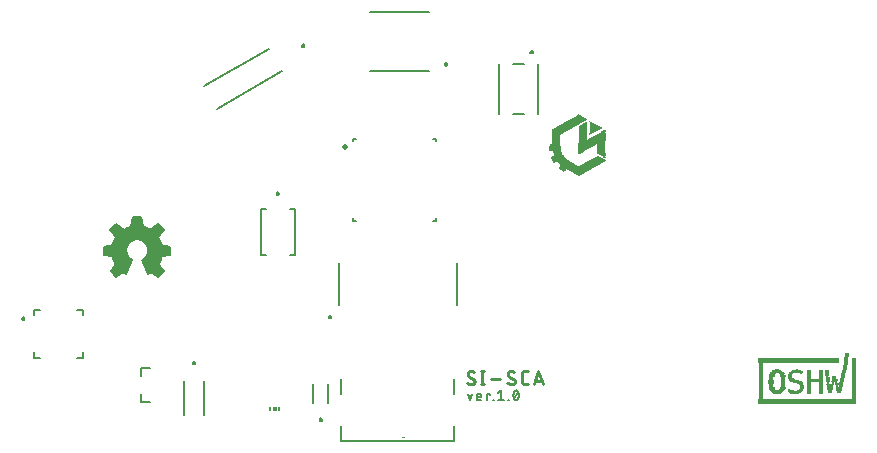
<source format=gbr>
G04 EAGLE Gerber RS-274X export*
G75*
%MOMM*%
%FSLAX34Y34*%
%LPD*%
%INSilkscreen Top*%
%IPPOS*%
%AMOC8*
5,1,8,0,0,1.08239X$1,22.5*%
G01*
%ADD10C,0.000000*%
%ADD11R,0.004569X0.002288*%
%ADD12R,0.013713X0.002281*%
%ADD13R,0.020569X0.002288*%
%ADD14R,0.027431X0.002281*%
%ADD15R,0.036575X0.002288*%
%ADD16R,0.045719X0.002288*%
%ADD17R,0.052575X0.002281*%
%ADD18R,0.059431X0.002288*%
%ADD19R,0.068581X0.002281*%
%ADD20R,0.075438X0.002288*%
%ADD21R,0.084581X0.002281*%
%ADD22R,0.091438X0.002288*%
%ADD23R,0.100581X0.002281*%
%ADD24R,0.107438X0.002288*%
%ADD25R,0.114300X0.002281*%
%ADD26R,0.123444X0.002288*%
%ADD27R,0.132587X0.002281*%
%ADD28R,0.139444X0.002288*%
%ADD29R,0.146300X0.002281*%
%ADD30R,0.155444X0.002288*%
%ADD31R,0.164587X0.002281*%
%ADD32R,0.171450X0.002288*%
%ADD33R,0.178306X0.002281*%
%ADD34R,0.187450X0.002288*%
%ADD35R,0.194306X0.002281*%
%ADD36R,0.203450X0.002288*%
%ADD37R,0.210313X0.002281*%
%ADD38R,0.219456X0.002288*%
%ADD39R,0.226312X0.002281*%
%ADD40R,0.233169X0.002288*%
%ADD41R,0.242313X0.002288*%
%ADD42R,0.251456X0.002281*%
%ADD43R,0.258313X0.002288*%
%ADD44R,0.265175X0.002281*%
%ADD45R,0.274319X0.002288*%
%ADD46R,0.283463X0.002281*%
%ADD47R,0.290319X0.002288*%
%ADD48R,0.297181X0.002281*%
%ADD49R,0.306325X0.002288*%
%ADD50R,0.313181X0.002281*%
%ADD51R,0.322325X0.002288*%
%ADD52R,0.329181X0.002281*%
%ADD53R,0.338325X0.002288*%
%ADD54R,0.345181X0.002281*%
%ADD55R,0.352044X0.002288*%
%ADD56R,0.361187X0.002281*%
%ADD57R,0.370331X0.002288*%
%ADD58R,0.377188X0.002281*%
%ADD59R,0.384044X0.002288*%
%ADD60R,0.393188X0.002281*%
%ADD61R,0.400050X0.002288*%
%ADD62R,0.409194X0.002281*%
%ADD63R,0.416050X0.002288*%
%ADD64R,0.425194X0.002281*%
%ADD65R,0.432050X0.002288*%
%ADD66R,0.438913X0.002288*%
%ADD67R,0.448056X0.002281*%
%ADD68R,0.457200X0.002288*%
%ADD69R,0.464056X0.002281*%
%ADD70R,0.470913X0.002288*%
%ADD71R,0.480056X0.002281*%
%ADD72R,0.489200X0.002288*%
%ADD73R,0.496056X0.002281*%
%ADD74R,0.502919X0.002288*%
%ADD75R,0.512062X0.002281*%
%ADD76R,0.518919X0.002288*%
%ADD77R,0.528062X0.002281*%
%ADD78R,0.534925X0.002288*%
%ADD79R,0.544069X0.002281*%
%ADD80R,0.550925X0.002288*%
%ADD81R,0.557781X0.002281*%
%ADD82R,0.566925X0.002288*%
%ADD83R,0.576069X0.002281*%
%ADD84R,0.582925X0.002288*%
%ADD85R,0.589788X0.002281*%
%ADD86R,0.598931X0.002288*%
%ADD87R,0.608075X0.002281*%
%ADD88R,0.614931X0.002288*%
%ADD89R,0.621788X0.002281*%
%ADD90R,0.630931X0.002288*%
%ADD91R,0.637794X0.002288*%
%ADD92R,0.646938X0.002281*%
%ADD93R,0.653794X0.002288*%
%ADD94R,0.662938X0.002281*%
%ADD95R,0.669794X0.002288*%
%ADD96R,0.676656X0.002281*%
%ADD97R,0.685800X0.002288*%
%ADD98R,0.694944X0.002281*%
%ADD99R,0.701800X0.002288*%
%ADD100R,0.708656X0.002281*%
%ADD101R,0.717800X0.002288*%
%ADD102R,0.724656X0.002281*%
%ADD103R,0.733800X0.002288*%
%ADD104R,0.740663X0.002281*%
%ADD105R,0.749806X0.002288*%
%ADD106R,0.756663X0.002281*%
%ADD107R,0.765806X0.002288*%
%ADD108R,0.772669X0.002281*%
%ADD109R,0.781813X0.002288*%
%ADD110R,0.788669X0.002281*%
%ADD111R,0.795525X0.002288*%
%ADD112R,0.804669X0.002281*%
%ADD113R,0.813813X0.002288*%
%ADD114R,0.820669X0.002281*%
%ADD115R,0.827531X0.002288*%
%ADD116R,0.836675X0.002288*%
%ADD117R,0.843531X0.002281*%
%ADD118R,0.852675X0.002288*%
%ADD119R,0.859531X0.002281*%
%ADD120R,0.868681X0.002288*%
%ADD121R,0.875538X0.002281*%
%ADD122R,0.884681X0.002288*%
%ADD123R,0.891538X0.002281*%
%ADD124R,0.900681X0.002288*%
%ADD125R,0.907537X0.002281*%
%ADD126R,0.914400X0.002288*%
%ADD127R,0.923544X0.002281*%
%ADD128R,0.932688X0.002288*%
%ADD129R,0.939544X0.002281*%
%ADD130R,0.946400X0.002288*%
%ADD131R,0.955544X0.002281*%
%ADD132R,0.962400X0.002288*%
%ADD133R,0.971550X0.002281*%
%ADD134R,0.978406X0.002288*%
%ADD135R,0.987550X0.002281*%
%ADD136R,0.994406X0.002288*%
%ADD137R,1.001269X0.002281*%
%ADD138R,1.010413X0.002288*%
%ADD139R,1.019556X0.002281*%
%ADD140R,1.026412X0.002288*%
%ADD141R,1.033269X0.002288*%
%ADD142R,1.042412X0.002281*%
%ADD143R,1.051556X0.002288*%
%ADD144R,1.058412X0.002281*%
%ADD145R,1.065275X0.002288*%
%ADD146R,1.074419X0.002281*%
%ADD147R,1.081275X0.002288*%
%ADD148R,1.090419X0.002281*%
%ADD149R,1.097281X0.002288*%
%ADD150R,1.106425X0.002281*%
%ADD151R,1.113281X0.002288*%
%ADD152R,1.120138X0.002281*%
%ADD153R,1.129281X0.002288*%
%ADD154R,1.138425X0.002281*%
%ADD155R,1.145281X0.002288*%
%ADD156R,1.152144X0.002281*%
%ADD157R,1.161288X0.002288*%
%ADD158R,1.168144X0.002281*%
%ADD159R,1.177288X0.002288*%
%ADD160R,1.184144X0.002281*%
%ADD161R,1.193288X0.002288*%
%ADD162R,1.200150X0.002281*%
%ADD163R,1.209294X0.002288*%
%ADD164R,1.216150X0.002281*%
%ADD165R,1.225294X0.002288*%
%ADD166R,1.232150X0.002288*%
%ADD167R,1.239013X0.002281*%
%ADD168R,1.248156X0.002288*%
%ADD169R,1.257300X0.002281*%
%ADD170R,1.264156X0.002288*%
%ADD171R,1.271013X0.002281*%
%ADD172R,1.280156X0.002288*%
%ADD173R,1.287013X0.002281*%
%ADD174R,0.006856X0.002288*%
%ADD175R,1.296156X0.002288*%
%ADD176R,0.013719X0.002281*%
%ADD177R,1.303019X0.002281*%
%ADD178R,0.018288X0.002288*%
%ADD179R,1.312163X0.002288*%
%ADD180R,0.022856X0.002281*%
%ADD181R,1.319019X0.002281*%
%ADD182R,0.029719X0.002288*%
%ADD183R,1.328163X0.002288*%
%ADD184R,0.034287X0.002281*%
%ADD185R,1.335025X0.002281*%
%ADD186R,0.041150X0.002288*%
%ADD187R,1.344169X0.002288*%
%ADD188R,0.045719X0.002281*%
%ADD189R,1.351025X0.002281*%
%ADD190R,0.050288X0.002288*%
%ADD191R,1.357881X0.002288*%
%ADD192R,0.057150X0.002281*%
%ADD193R,1.367025X0.002281*%
%ADD194R,0.064006X0.002288*%
%ADD195R,1.376169X0.002288*%
%ADD196R,0.068575X0.002281*%
%ADD197R,1.383025X0.002281*%
%ADD198R,0.073150X0.002288*%
%ADD199R,1.389888X0.002288*%
%ADD200R,0.080006X0.002281*%
%ADD201R,1.399031X0.002281*%
%ADD202R,0.086869X0.002288*%
%ADD203R,1.405887X0.002288*%
%ADD204R,0.089156X0.002281*%
%ADD205R,1.415031X0.002281*%
%ADD206R,0.096013X0.002288*%
%ADD207R,1.421887X0.002288*%
%ADD208R,0.102869X0.002288*%
%ADD209R,1.431031X0.002288*%
%ADD210R,0.105156X0.002281*%
%ADD211R,1.437894X0.002281*%
%ADD212R,0.112013X0.002288*%
%ADD213R,1.444750X0.002288*%
%ADD214R,0.118869X0.002281*%
%ADD215R,1.453894X0.002281*%
%ADD216R,0.125725X0.002288*%
%ADD217R,1.463037X0.002288*%
%ADD218R,0.128013X0.002281*%
%ADD219R,1.469894X0.002281*%
%ADD220R,0.134875X0.002288*%
%ADD221R,1.476756X0.002288*%
%ADD222R,0.141731X0.002281*%
%ADD223R,1.485900X0.002281*%
%ADD224R,0.146300X0.002288*%
%ADD225R,1.495044X0.002288*%
%ADD226R,0.150875X0.002281*%
%ADD227R,1.501900X0.002281*%
%ADD228R,0.157731X0.002288*%
%ADD229R,1.508756X0.002288*%
%ADD230R,0.162306X0.002281*%
%ADD231R,1.517900X0.002281*%
%ADD232R,0.169163X0.002288*%
%ADD233R,1.524756X0.002288*%
%ADD234R,0.173731X0.002281*%
%ADD235R,1.533900X0.002281*%
%ADD236R,0.180594X0.002288*%
%ADD237R,1.540763X0.002288*%
%ADD238R,0.185163X0.002281*%
%ADD239R,1.549906X0.002281*%
%ADD240R,0.192025X0.002288*%
%ADD241R,1.556763X0.002288*%
%ADD242R,0.196594X0.002281*%
%ADD243R,1.563625X0.002281*%
%ADD244R,0.201169X0.002288*%
%ADD245R,1.572769X0.002288*%
%ADD246R,0.208025X0.002281*%
%ADD247R,1.581913X0.002281*%
%ADD248R,0.212594X0.002288*%
%ADD249R,1.588769X0.002288*%
%ADD250R,0.217169X0.002281*%
%ADD251R,1.595625X0.002281*%
%ADD252R,0.224025X0.002288*%
%ADD253R,1.604769X0.002288*%
%ADD254R,0.230888X0.002281*%
%ADD255R,1.611625X0.002281*%
%ADD256R,0.235456X0.002288*%
%ADD257R,1.620769X0.002288*%
%ADD258R,0.240025X0.002288*%
%ADD259R,1.627631X0.002288*%
%ADD260R,0.246888X0.002281*%
%ADD261R,1.636775X0.002281*%
%ADD262R,0.253744X0.002288*%
%ADD263R,1.643631X0.002288*%
%ADD264R,0.256031X0.002281*%
%ADD265R,1.652775X0.002281*%
%ADD266R,0.262887X0.002288*%
%ADD267R,1.659631X0.002288*%
%ADD268R,0.269744X0.002281*%
%ADD269R,1.668781X0.002281*%
%ADD270R,1.675638X0.002288*%
%ADD271R,0.278894X0.002281*%
%ADD272R,1.682494X0.002281*%
%ADD273R,0.285750X0.002288*%
%ADD274R,1.691638X0.002288*%
%ADD275R,0.292606X0.002281*%
%ADD276R,1.700781X0.002281*%
%ADD277R,0.297175X0.002288*%
%ADD278R,1.707638X0.002288*%
%ADD279R,0.301750X0.002281*%
%ADD280R,1.714500X0.002281*%
%ADD281R,0.308606X0.002288*%
%ADD282R,1.723644X0.002288*%
%ADD283R,1.730500X0.002281*%
%ADD284R,0.317750X0.002288*%
%ADD285R,1.739644X0.002288*%
%ADD286R,0.324613X0.002281*%
%ADD287R,1.746500X0.002281*%
%ADD288R,0.329181X0.002288*%
%ADD289R,1.755644X0.002288*%
%ADD290R,0.336044X0.002281*%
%ADD291R,1.762500X0.002281*%
%ADD292R,0.340613X0.002288*%
%ADD293R,1.771650X0.002288*%
%ADD294R,0.347469X0.002281*%
%ADD295R,1.778506X0.002281*%
%ADD296R,1.787650X0.002288*%
%ADD297R,0.358900X0.002281*%
%ADD298R,1.794506X0.002281*%
%ADD299R,0.363469X0.002288*%
%ADD300R,1.801369X0.002288*%
%ADD301R,0.368044X0.002281*%
%ADD302R,1.810513X0.002281*%
%ADD303R,0.374900X0.002288*%
%ADD304R,1.819656X0.002288*%
%ADD305R,0.381763X0.002288*%
%ADD306R,1.826512X0.002288*%
%ADD307R,0.384044X0.002281*%
%ADD308R,1.833369X0.002281*%
%ADD309R,0.390906X0.002288*%
%ADD310R,1.842512X0.002288*%
%ADD311R,0.397763X0.002281*%
%ADD312R,1.849369X0.002281*%
%ADD313R,0.404619X0.002288*%
%ADD314R,1.858513X0.002288*%
%ADD315R,0.406906X0.002281*%
%ADD316R,1.865375X0.002281*%
%ADD317R,0.413763X0.002288*%
%ADD318R,1.874519X0.002288*%
%ADD319R,0.420625X0.002281*%
%ADD320R,1.881375X0.002281*%
%ADD321R,0.422913X0.002288*%
%ADD322R,1.888231X0.002288*%
%ADD323R,0.429769X0.002281*%
%ADD324R,1.897381X0.002281*%
%ADD325R,0.436625X0.002288*%
%ADD326R,1.906525X0.002288*%
%ADD327R,0.441194X0.002281*%
%ADD328R,1.913381X0.002281*%
%ADD329R,0.445769X0.002288*%
%ADD330R,1.920238X0.002288*%
%ADD331R,0.452625X0.002281*%
%ADD332R,1.929381X0.002281*%
%ADD333R,0.459481X0.002288*%
%ADD334R,1.936238X0.002288*%
%ADD335R,1.945381X0.002281*%
%ADD336R,0.468631X0.002288*%
%ADD337R,1.952244X0.002288*%
%ADD338R,0.475488X0.002281*%
%ADD339R,1.961388X0.002281*%
%ADD340R,0.480056X0.002288*%
%ADD341R,1.968244X0.002288*%
%ADD342R,0.486913X0.002281*%
%ADD343R,1.977388X0.002281*%
%ADD344R,0.491488X0.002288*%
%ADD345R,1.984244X0.002288*%
%ADD346R,0.496063X0.002281*%
%ADD347R,1.993388X0.002281*%
%ADD348R,2.000250X0.002288*%
%ADD349R,0.509775X0.002281*%
%ADD350R,2.007106X0.002281*%
%ADD351R,0.514350X0.002288*%
%ADD352R,2.016250X0.002288*%
%ADD353R,2.025394X0.002288*%
%ADD354R,0.525781X0.002281*%
%ADD355R,2.032250X0.002281*%
%ADD356R,0.530350X0.002288*%
%ADD357R,2.039112X0.002288*%
%ADD358R,0.534919X0.002281*%
%ADD359R,2.048256X0.002281*%
%ADD360R,0.541781X0.002288*%
%ADD361R,2.055112X0.002288*%
%ADD362R,0.548638X0.002281*%
%ADD363R,2.064256X0.002281*%
%ADD364R,2.071112X0.002288*%
%ADD365R,2.080256X0.002281*%
%ADD366R,0.564638X0.002288*%
%ADD367R,2.087112X0.002288*%
%ADD368R,0.571500X0.002281*%
%ADD369R,2.096256X0.002281*%
%ADD370R,0.573788X0.002288*%
%ADD371R,2.103119X0.002288*%
%ADD372R,0.576075X0.002281*%
%ADD373R,2.112262X0.002281*%
%ADD374R,2.692906X0.002288*%
%ADD375R,2.695194X0.002281*%
%ADD376R,2.699763X0.002288*%
%ADD377R,2.702050X0.002281*%
%ADD378R,2.704338X0.002288*%
%ADD379R,2.706625X0.002281*%
%ADD380R,2.711194X0.002288*%
%ADD381R,2.711194X0.002281*%
%ADD382R,2.715763X0.002288*%
%ADD383R,2.720338X0.002281*%
%ADD384R,2.722625X0.002288*%
%ADD385R,2.724913X0.002281*%
%ADD386R,2.727194X0.002288*%
%ADD387R,2.731769X0.002288*%
%ADD388R,2.734056X0.002281*%
%ADD389R,2.736344X0.002288*%
%ADD390R,2.738625X0.002281*%
%ADD391R,2.743200X0.002288*%
%ADD392R,2.745488X0.002281*%
%ADD393R,2.747769X0.002288*%
%ADD394R,2.752344X0.002281*%
%ADD395R,2.754625X0.002288*%
%ADD396R,2.756913X0.002281*%
%ADD397R,2.759200X0.002288*%
%ADD398R,2.763775X0.002281*%
%ADD399R,2.766056X0.002288*%
%ADD400R,2.768344X0.002281*%
%ADD401R,2.770631X0.002288*%
%ADD402R,2.775206X0.002281*%
%ADD403R,2.777488X0.002288*%
%ADD404R,2.779775X0.002281*%
%ADD405R,2.784344X0.002288*%
%ADD406R,2.786631X0.002281*%
%ADD407R,2.788919X0.002288*%
%ADD408R,2.791206X0.002281*%
%ADD409R,2.795775X0.002288*%
%ADD410R,2.798063X0.002281*%
%ADD411R,2.800350X0.002288*%
%ADD412R,2.802631X0.002288*%
%ADD413R,2.807206X0.002281*%
%ADD414R,2.809494X0.002288*%
%ADD415R,2.811781X0.002281*%
%ADD416R,2.816350X0.002288*%
%ADD417R,2.818638X0.002281*%
%ADD418R,2.823206X0.002288*%
%ADD419R,2.823213X0.002281*%
%ADD420R,2.827781X0.002288*%
%ADD421R,2.830069X0.002281*%
%ADD422R,2.832350X0.002288*%
%ADD423R,2.834637X0.002281*%
%ADD424R,2.839212X0.002288*%
%ADD425R,2.841494X0.002281*%
%ADD426R,2.843781X0.002288*%
%ADD427R,2.848356X0.002281*%
%ADD428R,2.850644X0.002288*%
%ADD429R,1.572769X0.002281*%
%ADD430R,1.275588X0.002281*%
%ADD431R,1.565906X0.002288*%
%ADD432R,1.273300X0.002288*%
%ADD433R,1.273300X0.002281*%
%ADD434R,1.552194X0.002281*%
%ADD435R,1.547619X0.002288*%
%ADD436R,1.543050X0.002281*%
%ADD437R,1.536188X0.002288*%
%ADD438R,1.531619X0.002288*%
%ADD439R,1.529331X0.002281*%
%ADD440R,1.522475X0.002288*%
%ADD441R,1.511044X0.002288*%
%ADD442R,1.508756X0.002281*%
%ADD443R,1.501900X0.002288*%
%ADD444R,1.497331X0.002281*%
%ADD445R,1.490469X0.002288*%
%ADD446R,1.488181X0.002281*%
%ADD447R,1.481325X0.002288*%
%ADD448R,1.476756X0.002281*%
%ADD449R,1.474469X0.002288*%
%ADD450R,1.467612X0.002281*%
%ADD451R,1.456181X0.002281*%
%ADD452R,1.453894X0.002288*%
%ADD453R,1.447037X0.002281*%
%ADD454R,1.442462X0.002288*%
%ADD455R,1.275588X0.002288*%
%ADD456R,1.435606X0.002281*%
%ADD457R,1.433319X0.002288*%
%ADD458R,1.426462X0.002281*%
%ADD459R,1.417319X0.002281*%
%ADD460R,1.412750X0.002288*%
%ADD461R,1.408175X0.002288*%
%ADD462R,1.401319X0.002281*%
%ADD463R,1.399031X0.002288*%
%ADD464R,1.392175X0.002281*%
%ADD465R,1.387600X0.002288*%
%ADD466R,1.380744X0.002281*%
%ADD467R,1.378456X0.002288*%
%ADD468R,1.371600X0.002281*%
%ADD469R,1.367025X0.002288*%
%ADD470R,1.360169X0.002281*%
%ADD471R,1.353313X0.002281*%
%ADD472R,1.346456X0.002288*%
%ADD473R,1.344169X0.002281*%
%ADD474R,1.337306X0.002288*%
%ADD475R,1.332738X0.002281*%
%ADD476R,1.325881X0.002288*%
%ADD477R,1.323594X0.002281*%
%ADD478R,1.316731X0.002288*%
%ADD479R,1.312163X0.002281*%
%ADD480R,1.305306X0.002288*%
%ADD481R,1.298450X0.002288*%
%ADD482R,1.291588X0.002281*%
%ADD483R,1.287019X0.002288*%
%ADD484R,1.282444X0.002288*%
%ADD485R,1.277869X0.002281*%
%ADD486R,1.271013X0.002288*%
%ADD487R,1.268731X0.002281*%
%ADD488R,1.261869X0.002288*%
%ADD489R,1.250444X0.002288*%
%ADD490R,1.248156X0.002281*%
%ADD491R,1.243581X0.002288*%
%ADD492R,1.236725X0.002281*%
%ADD493R,1.227581X0.002281*%
%ADD494R,1.223006X0.002288*%
%ADD495R,1.211575X0.002288*%
%ADD496R,1.207006X0.002281*%
%ADD497R,1.202438X0.002288*%
%ADD498R,1.195575X0.002281*%
%ADD499R,1.188719X0.002281*%
%ADD500R,1.181863X0.002288*%
%ADD501R,1.177288X0.002281*%
%ADD502R,1.172713X0.002288*%
%ADD503R,1.170431X0.002281*%
%ADD504R,1.168144X0.002288*%
%ADD505R,1.165856X0.002288*%
%ADD506R,1.165856X0.002281*%
%ADD507R,1.163575X0.002288*%
%ADD508R,1.161288X0.002281*%
%ADD509R,1.159000X0.002288*%
%ADD510R,1.159000X0.002281*%
%ADD511R,1.156713X0.002288*%
%ADD512R,1.156713X0.002281*%
%ADD513R,1.156719X0.002288*%
%ADD514R,1.154431X0.002281*%
%ADD515R,1.152144X0.002288*%
%ADD516R,1.149856X0.002281*%
%ADD517R,1.149856X0.002288*%
%ADD518R,1.147569X0.002281*%
%ADD519R,1.145288X0.002288*%
%ADD520R,1.143000X0.002281*%
%ADD521R,1.143000X0.002288*%
%ADD522R,1.140713X0.002281*%
%ADD523R,1.138425X0.002288*%
%ADD524R,1.136144X0.002288*%
%ADD525R,1.133856X0.002281*%
%ADD526R,1.131569X0.002288*%
%ADD527R,1.131569X0.002281*%
%ADD528R,1.126994X0.002288*%
%ADD529R,1.124713X0.002281*%
%ADD530R,1.124706X0.002288*%
%ADD531R,1.122425X0.002281*%
%ADD532R,1.120138X0.002288*%
%ADD533R,1.117850X0.002281*%
%ADD534R,1.117850X0.002288*%
%ADD535R,1.115569X0.002281*%
%ADD536R,1.113281X0.002281*%
%ADD537R,1.110994X0.002288*%
%ADD538R,1.108706X0.002281*%
%ADD539R,1.106425X0.002288*%
%ADD540R,1.104137X0.002288*%
%ADD541R,1.101850X0.002281*%
%ADD542R,1.099562X0.002288*%
%ADD543R,1.099562X0.002281*%
%ADD544R,1.094994X0.002281*%
%ADD545R,1.092706X0.002288*%
%ADD546R,1.092706X0.002281*%
%ADD547R,1.090419X0.002288*%
%ADD548R,1.088131X0.002281*%
%ADD549R,1.088137X0.002288*%
%ADD550R,1.085850X0.002288*%
%ADD551R,1.083562X0.002281*%
%ADD552R,1.081275X0.002281*%
%ADD553R,1.078987X0.002288*%
%ADD554R,1.072131X0.002288*%
%ADD555R,1.072131X0.002281*%
%ADD556R,1.069844X0.002288*%
%ADD557R,1.067562X0.002281*%
%ADD558R,1.065275X0.002281*%
%ADD559R,1.062987X0.002288*%
%ADD560R,1.060706X0.002281*%
%ADD561R,1.060700X0.002288*%
%ADD562R,1.058419X0.002281*%
%ADD563R,1.056131X0.002288*%
%ADD564R,1.051556X0.002281*%
%ADD565R,1.051562X0.002288*%
%ADD566R,1.049269X0.002281*%
%ADD567R,1.046987X0.002288*%
%ADD568R,1.044700X0.002281*%
%ADD569R,1.044700X0.002288*%
%ADD570R,1.040131X0.002288*%
%ADD571R,1.040125X0.002288*%
%ADD572R,0.006856X0.002281*%
%ADD573R,1.035556X0.002281*%
%ADD574R,0.011425X0.002288*%
%ADD575R,0.018288X0.002281*%
%ADD576R,1.030981X0.002281*%
%ADD577R,0.025144X0.002288*%
%ADD578R,1.030987X0.002288*%
%ADD579R,0.032000X0.002281*%
%ADD580R,1.028700X0.002281*%
%ADD581R,0.038863X0.002288*%
%ADD582R,0.043431X0.002281*%
%ADD583R,1.024125X0.002281*%
%ADD584R,0.052575X0.002288*%
%ADD585R,1.024125X0.002288*%
%ADD586R,1.017269X0.002288*%
%ADD587R,0.070863X0.002281*%
%ADD588R,1.014981X0.002281*%
%ADD589R,0.077719X0.002288*%
%ADD590R,1.014981X0.002288*%
%ADD591R,0.082294X0.002281*%
%ADD592R,1.012694X0.002281*%
%ADD593R,0.089150X0.002288*%
%ADD594R,0.098294X0.002281*%
%ADD595R,1.008125X0.002281*%
%ADD596R,1.005837X0.002288*%
%ADD597R,0.109725X0.002281*%
%ADD598R,1.003556X0.002281*%
%ADD599R,0.116588X0.002288*%
%ADD600R,1.001269X0.002288*%
%ADD601R,0.123444X0.002281*%
%ADD602R,0.128013X0.002288*%
%ADD603R,0.998981X0.002288*%
%ADD604R,0.137156X0.002281*%
%ADD605R,0.994406X0.002281*%
%ADD606R,0.144019X0.002288*%
%ADD607R,0.992125X0.002288*%
%ADD608R,0.148588X0.002281*%
%ADD609R,0.992119X0.002281*%
%ADD610R,0.989838X0.002288*%
%ADD611R,0.162306X0.002288*%
%ADD612R,0.987550X0.002288*%
%ADD613R,0.169163X0.002281*%
%ADD614R,0.985263X0.002281*%
%ADD615R,0.173738X0.002288*%
%ADD616R,0.982981X0.002288*%
%ADD617R,0.182881X0.002281*%
%ADD618R,0.980694X0.002281*%
%ADD619R,0.189738X0.002288*%
%ADD620R,0.194312X0.002281*%
%ADD621R,0.978406X0.002281*%
%ADD622R,0.976119X0.002288*%
%ADD623R,0.214881X0.002288*%
%ADD624R,0.969263X0.002288*%
%ADD625R,0.219456X0.002281*%
%ADD626R,0.969263X0.002281*%
%ADD627R,0.228600X0.002288*%
%ADD628R,0.966975X0.002288*%
%ADD629R,0.235456X0.002281*%
%ADD630R,0.964694X0.002281*%
%ADD631R,0.240031X0.002288*%
%ADD632R,0.960119X0.002288*%
%ADD633R,0.960119X0.002281*%
%ADD634R,0.957831X0.002288*%
%ADD635R,0.260606X0.002281*%
%ADD636R,0.265175X0.002288*%
%ADD637R,0.953263X0.002288*%
%ADD638R,0.274319X0.002281*%
%ADD639R,0.950975X0.002281*%
%ADD640R,0.281175X0.002288*%
%ADD641R,0.948688X0.002288*%
%ADD642R,0.285750X0.002281*%
%ADD643R,0.946400X0.002281*%
%ADD644R,0.292606X0.002288*%
%ADD645R,0.946406X0.002288*%
%ADD646R,0.299463X0.002281*%
%ADD647R,0.944119X0.002281*%
%ADD648R,0.939544X0.002288*%
%ADD649R,0.310894X0.002281*%
%ADD650R,0.937262X0.002281*%
%ADD651R,0.320038X0.002288*%
%ADD652R,0.937256X0.002288*%
%ADD653R,0.324613X0.002288*%
%ADD654R,0.934975X0.002288*%
%ADD655R,0.331469X0.002281*%
%ADD656R,0.932688X0.002281*%
%ADD657R,0.930400X0.002288*%
%ADD658R,0.928113X0.002281*%
%ADD659R,0.928113X0.002288*%
%ADD660R,0.356612X0.002281*%
%ADD661R,0.365756X0.002288*%
%ADD662R,0.921256X0.002288*%
%ADD663R,0.370331X0.002281*%
%ADD664R,0.921256X0.002281*%
%ADD665R,0.377188X0.002288*%
%ADD666R,0.918969X0.002288*%
%ADD667R,0.386331X0.002281*%
%ADD668R,0.916687X0.002281*%
%ADD669R,0.390900X0.002288*%
%ADD670R,0.914400X0.002281*%
%ADD671R,0.402338X0.002288*%
%ADD672R,0.912112X0.002288*%
%ADD673R,0.411475X0.002281*%
%ADD674R,1.323594X0.002288*%
%ADD675R,1.321306X0.002281*%
%ADD676R,1.321306X0.002288*%
%ADD677R,1.316738X0.002281*%
%ADD678R,1.309875X0.002281*%
%ADD679R,1.307588X0.002288*%
%ADD680R,1.307594X0.002281*%
%ADD681R,1.303019X0.002288*%
%ADD682R,1.298444X0.002281*%
%ADD683R,1.293875X0.002281*%
%ADD684R,1.293875X0.002288*%
%ADD685R,1.289306X0.002288*%
%ADD686R,1.289300X0.002281*%
%ADD687R,1.266444X0.002288*%
%ADD688R,1.284731X0.002281*%
%ADD689R,1.250438X0.002288*%
%ADD690R,1.280156X0.002281*%
%ADD691R,1.243581X0.002281*%
%ADD692R,1.277869X0.002288*%
%ADD693R,1.234438X0.002288*%
%ADD694R,1.277875X0.002281*%
%ADD695R,1.225294X0.002281*%
%ADD696R,1.218438X0.002288*%
%ADD697R,1.211581X0.002281*%
%ADD698R,1.268725X0.002288*%
%ADD699R,1.186431X0.002288*%
%ADD700R,1.266444X0.002281*%
%ADD701R,1.179575X0.002281*%
%ADD702R,1.170431X0.002288*%
%ADD703R,1.264156X0.002281*%
%ADD704R,1.163569X0.002281*%
%ADD705R,1.154425X0.002288*%
%ADD706R,1.261869X0.002281*%
%ADD707R,1.257300X0.002288*%
%ADD708R,1.255013X0.002281*%
%ADD709R,1.255013X0.002288*%
%ADD710R,1.115569X0.002288*%
%ADD711R,1.252725X0.002281*%
%ADD712R,1.250438X0.002281*%
%ADD713R,1.083562X0.002288*%
%ADD714R,1.248150X0.002281*%
%ADD715R,1.076706X0.002281*%
%ADD716R,1.067556X0.002288*%
%ADD717R,1.060700X0.002281*%
%ADD718R,1.241300X0.002281*%
%ADD719R,1.241294X0.002288*%
%ADD720R,1.035556X0.002288*%
%ADD721R,1.236725X0.002288*%
%ADD722R,1.019556X0.002288*%
%ADD723R,1.234438X0.002281*%
%ADD724R,1.232150X0.002281*%
%ADD725R,0.996694X0.002281*%
%ADD726R,1.229869X0.002288*%
%ADD727R,1.229869X0.002281*%
%ADD728R,1.227581X0.002288*%
%ADD729R,0.973838X0.002288*%
%ADD730R,0.948688X0.002281*%
%ADD731R,0.941831X0.002288*%
%ADD732R,1.220725X0.002288*%
%ADD733R,1.220719X0.002281*%
%ADD734R,0.925825X0.002281*%
%ADD735R,0.916681X0.002288*%
%ADD736R,1.218438X0.002281*%
%ADD737R,0.909825X0.002281*%
%ADD738R,1.216150X0.002288*%
%ADD739R,0.893825X0.002281*%
%ADD740R,1.213863X0.002288*%
%ADD741R,0.886969X0.002288*%
%ADD742R,1.213863X0.002281*%
%ADD743R,0.877825X0.002281*%
%ADD744R,0.870963X0.002288*%
%ADD745R,1.211575X0.002281*%
%ADD746R,0.861819X0.002281*%
%ADD747R,0.854963X0.002288*%
%ADD748R,0.845819X0.002281*%
%ADD749R,1.207006X0.002288*%
%ADD750R,0.838956X0.002288*%
%ADD751R,1.204719X0.002281*%
%ADD752R,0.829813X0.002281*%
%ADD753R,1.204719X0.002288*%
%ADD754R,0.822956X0.002288*%
%ADD755R,0.813813X0.002281*%
%ADD756R,1.202431X0.002288*%
%ADD757R,0.806956X0.002288*%
%ADD758R,1.202438X0.002281*%
%ADD759R,0.797813X0.002281*%
%ADD760R,1.200150X0.002288*%
%ADD761R,0.790956X0.002288*%
%ADD762R,0.781813X0.002281*%
%ADD763R,1.197863X0.002288*%
%ADD764R,0.774950X0.002288*%
%ADD765R,1.197863X0.002281*%
%ADD766R,0.768094X0.002281*%
%ADD767R,1.195575X0.002288*%
%ADD768R,0.758950X0.002288*%
%ADD769R,0.752094X0.002281*%
%ADD770R,0.742950X0.002288*%
%ADD771R,0.736094X0.002288*%
%ADD772R,1.193288X0.002281*%
%ADD773R,0.726944X0.002281*%
%ADD774R,1.191000X0.002288*%
%ADD775R,0.720087X0.002288*%
%ADD776R,1.191006X0.002281*%
%ADD777R,0.710944X0.002281*%
%ADD778R,1.188719X0.002288*%
%ADD779R,0.704088X0.002288*%
%ADD780R,0.688081X0.002288*%
%ADD781R,1.186431X0.002281*%
%ADD782R,0.681225X0.002281*%
%ADD783R,0.672081X0.002288*%
%ADD784R,1.184150X0.002281*%
%ADD785R,0.665225X0.002281*%
%ADD786R,1.184144X0.002288*%
%ADD787R,0.656081X0.002288*%
%ADD788R,1.181863X0.002281*%
%ADD789R,0.649225X0.002281*%
%ADD790R,0.640081X0.002288*%
%ADD791R,0.633219X0.002281*%
%ADD792R,1.179575X0.002288*%
%ADD793R,0.624075X0.002288*%
%ADD794R,0.617219X0.002281*%
%ADD795R,0.608075X0.002288*%
%ADD796R,0.601213X0.002281*%
%ADD797R,1.175000X0.002288*%
%ADD798R,0.592069X0.002288*%
%ADD799R,1.175006X0.002281*%
%ADD800R,0.585213X0.002281*%
%ADD801R,0.576069X0.002288*%
%ADD802R,1.172719X0.002281*%
%ADD803R,0.569213X0.002281*%
%ADD804R,1.175006X0.002288*%
%ADD805R,0.562356X0.002288*%
%ADD806R,0.553212X0.002281*%
%ADD807R,1.172719X0.002288*%
%ADD808R,0.546350X0.002288*%
%ADD809R,0.537206X0.002288*%
%ADD810R,0.530350X0.002281*%
%ADD811R,0.521206X0.002288*%
%ADD812R,0.514350X0.002281*%
%ADD813R,0.505206X0.002288*%
%ADD814R,1.154425X0.002281*%
%ADD815R,0.498344X0.002281*%
%ADD816R,1.145281X0.002281*%
%ADD817R,0.482344X0.002281*%
%ADD818R,1.140713X0.002288*%
%ADD819R,0.473200X0.002288*%
%ADD820R,1.136144X0.002281*%
%ADD821R,0.466344X0.002281*%
%ADD822R,0.450338X0.002281*%
%ADD823R,0.002288X0.002281*%
%ADD824R,0.443481X0.002288*%
%ADD825R,0.434338X0.002281*%
%ADD826R,0.011431X0.002281*%
%ADD827R,1.108706X0.002288*%
%ADD828R,0.427481X0.002288*%
%ADD829R,0.013713X0.002288*%
%ADD830R,0.418338X0.002281*%
%ADD831R,0.411481X0.002288*%
%ADD832R,0.022856X0.002288*%
%ADD833R,0.402338X0.002281*%
%ADD834R,0.395475X0.002288*%
%ADD835R,1.076706X0.002288*%
%ADD836R,0.379475X0.002288*%
%ADD837R,0.041150X0.002281*%
%ADD838R,1.067562X0.002288*%
%ADD839R,1.062987X0.002281*%
%ADD840R,0.354325X0.002281*%
%ADD841R,0.050294X0.002281*%
%ADD842R,1.058419X0.002288*%
%ADD843R,0.347469X0.002288*%
%ADD844R,0.054863X0.002288*%
%ADD845R,0.057150X0.002288*%
%ADD846R,1.046987X0.002281*%
%ADD847R,0.061719X0.002281*%
%ADD848R,1.042419X0.002288*%
%ADD849R,0.066294X0.002288*%
%ADD850R,0.315469X0.002281*%
%ADD851R,1.026412X0.002281*%
%ADD852R,0.077725X0.002281*%
%ADD853R,1.021837X0.002288*%
%ADD854R,0.082294X0.002288*%
%ADD855R,1.017269X0.002281*%
%ADD856R,0.086869X0.002281*%
%ADD857R,0.276606X0.002288*%
%ADD858R,0.089156X0.002288*%
%ADD859R,0.267456X0.002281*%
%ADD860R,0.093725X0.002281*%
%ADD861R,1.001262X0.002288*%
%ADD862R,0.260600X0.002288*%
%ADD863R,0.098300X0.002288*%
%ADD864R,0.992119X0.002288*%
%ADD865R,0.244600X0.002288*%
%ADD866R,0.105156X0.002288*%
%ADD867R,0.114300X0.002288*%
%ADD868R,0.976119X0.002281*%
%ADD869R,0.221738X0.002281*%
%ADD870R,0.116588X0.002281*%
%ADD871R,0.971550X0.002288*%
%ADD872R,0.121156X0.002288*%
%ADD873R,0.966975X0.002281*%
%ADD874R,0.205738X0.002281*%
%ADD875R,0.125731X0.002281*%
%ADD876R,0.196594X0.002288*%
%ADD877R,0.130300X0.002288*%
%ADD878R,0.957831X0.002281*%
%ADD879R,0.189738X0.002281*%
%ADD880R,0.950975X0.002288*%
%ADD881R,0.137156X0.002288*%
%ADD882R,0.946406X0.002281*%
%ADD883R,0.173738X0.002281*%
%ADD884R,0.164594X0.002288*%
%ADD885R,0.937256X0.002281*%
%ADD886R,0.157731X0.002281*%
%ADD887R,0.148588X0.002288*%
%ADD888R,0.153163X0.002288*%
%ADD889R,0.925825X0.002288*%
%ADD890R,0.141731X0.002288*%
%ADD891R,0.160019X0.002281*%
%ADD892R,0.912112X0.002281*%
%ADD893R,0.116581X0.002281*%
%ADD894R,0.907544X0.002288*%
%ADD895R,0.109725X0.002288*%
%ADD896R,0.900681X0.002281*%
%ADD897R,0.102869X0.002281*%
%ADD898R,0.176019X0.002281*%
%ADD899R,0.898394X0.002288*%
%ADD900R,0.093725X0.002288*%
%ADD901R,0.077725X0.002288*%
%ADD902R,0.882394X0.002281*%
%ADD903R,0.192025X0.002281*%
%ADD904R,0.877825X0.002288*%
%ADD905R,0.061719X0.002288*%
%ADD906R,0.873250X0.002281*%
%ADD907R,0.054863X0.002281*%
%ADD908R,0.201169X0.002281*%
%ADD909R,0.868675X0.002288*%
%ADD910R,0.203456X0.002288*%
%ADD911R,0.038856X0.002281*%
%ADD912R,0.859538X0.002288*%
%ADD913R,0.029713X0.002288*%
%ADD914R,0.212600X0.002288*%
%ADD915R,0.852675X0.002281*%
%ADD916R,0.848106X0.002288*%
%ADD917R,0.224025X0.002281*%
%ADD918R,0.834388X0.002281*%
%ADD919R,0.233169X0.002281*%
%ADD920R,0.825244X0.002281*%
%ADD921R,0.240031X0.002281*%
%ADD922R,0.820675X0.002288*%
%ADD923R,0.811525X0.002288*%
%ADD924R,0.251456X0.002288*%
%ADD925R,0.804669X0.002288*%
%ADD926R,0.256031X0.002288*%
%ADD927R,0.800100X0.002281*%
%ADD928R,0.797813X0.002288*%
%ADD929R,0.790956X0.002281*%
%ADD930R,0.267462X0.002281*%
%ADD931R,0.786381X0.002288*%
%ADD932R,0.272031X0.002288*%
%ADD933R,0.276606X0.002281*%
%ADD934R,0.777238X0.002288*%
%ADD935R,0.278894X0.002288*%
%ADD936R,0.768094X0.002288*%
%ADD937R,0.288038X0.002288*%
%ADD938R,0.763525X0.002281*%
%ADD939R,0.290319X0.002281*%
%ADD940R,0.756663X0.002288*%
%ADD941R,0.294894X0.002288*%
%ADD942R,0.754375X0.002281*%
%ADD943R,0.304038X0.002288*%
%ADD944R,0.742950X0.002281*%
%ADD945R,0.306325X0.002281*%
%ADD946R,0.740663X0.002288*%
%ADD947R,0.310894X0.002288*%
%ADD948R,0.733806X0.002281*%
%ADD949R,0.729231X0.002288*%
%ADD950R,0.322325X0.002281*%
%ADD951R,0.326900X0.002288*%
%ADD952R,0.715519X0.002281*%
%ADD953R,0.713231X0.002288*%
%ADD954R,0.336044X0.002288*%
%ADD955R,0.338325X0.002281*%
%ADD956R,0.708656X0.002288*%
%ADD957R,0.342900X0.002288*%
%ADD958R,0.349756X0.002288*%
%ADD959R,0.354331X0.002288*%
%ADD960R,0.706369X0.002288*%
%ADD961R,0.363475X0.002288*%
%ADD962R,0.365756X0.002281*%
%ADD963R,0.706375X0.002288*%
%ADD964R,0.704088X0.002281*%
%ADD965R,0.374906X0.002281*%
%ADD966R,0.381763X0.002281*%
%ADD967R,0.386331X0.002288*%
%ADD968R,0.390906X0.002281*%
%ADD969R,0.393194X0.002288*%
%ADD970R,0.409194X0.002288*%
%ADD971R,0.699512X0.002281*%
%ADD972R,0.413763X0.002281*%
%ADD973R,0.418338X0.002288*%
%ADD974R,0.422906X0.002281*%
%ADD975R,0.425194X0.002288*%
%ADD976R,0.699512X0.002288*%
%ADD977R,0.434338X0.002288*%
%ADD978R,0.436625X0.002281*%
%ADD979R,0.697225X0.002288*%
%ADD980R,0.441200X0.002288*%
%ADD981R,0.445769X0.002281*%
%ADD982R,0.697231X0.002288*%
%ADD983R,0.450344X0.002288*%
%ADD984R,0.452625X0.002288*%
%ADD985R,0.697225X0.002281*%
%ADD986R,0.457200X0.002281*%
%ADD987R,0.461769X0.002288*%
%ADD988R,0.694944X0.002288*%
%ADD989R,0.473200X0.002281*%
%ADD990R,0.477775X0.002288*%
%ADD991R,0.692656X0.002288*%
%ADD992R,0.484631X0.002288*%
%ADD993R,0.489206X0.002281*%
%ADD994R,0.493775X0.002288*%
%ADD995R,0.692656X0.002281*%
%ADD996R,0.500631X0.002288*%
%ADD997R,0.690375X0.002281*%
%ADD998R,0.505206X0.002281*%
%ADD999R,0.509775X0.002288*%
%ADD1000R,0.690369X0.002281*%
%ADD1001R,0.690369X0.002288*%
%ADD1002R,0.516637X0.002288*%
%ADD1003R,0.521206X0.002281*%
%ADD1004R,0.525781X0.002288*%
%ADD1005R,0.688088X0.002281*%
%ADD1006R,0.532637X0.002288*%
%ADD1007R,0.688081X0.002281*%
%ADD1008R,0.537206X0.002281*%
%ADD1009R,0.539494X0.002288*%
%ADD1010R,0.688088X0.002288*%
%ADD1011R,0.548638X0.002288*%
%ADD1012R,0.553212X0.002288*%
%ADD1013R,0.555500X0.002281*%
%ADD1014R,0.016000X0.002288*%
%ADD1015R,0.560069X0.002288*%
%ADD1016R,0.020575X0.002281*%
%ADD1017R,0.564644X0.002281*%
%ADD1018R,0.569213X0.002288*%
%ADD1019R,0.685800X0.002281*%
%ADD1020R,0.032006X0.002288*%
%ADD1021R,0.580644X0.002281*%
%ADD1022R,0.683513X0.002288*%
%ADD1023R,0.582931X0.002288*%
%ADD1024R,0.587500X0.002281*%
%ADD1025R,0.048006X0.002288*%
%ADD1026R,0.592075X0.002288*%
%ADD1027R,0.683513X0.002281*%
%ADD1028R,0.596644X0.002281*%
%ADD1029R,0.059438X0.002281*%
%ADD1030R,0.603506X0.002281*%
%ADD1031R,0.681225X0.002288*%
%ADD1032R,0.066294X0.002281*%
%ADD1033R,0.612650X0.002281*%
%ADD1034R,0.070863X0.002288*%
%ADD1035R,0.075438X0.002281*%
%ADD1036R,0.619506X0.002281*%
%ADD1037R,0.080006X0.002288*%
%ADD1038R,0.628650X0.002281*%
%ADD1039R,0.678938X0.002288*%
%ADD1040R,0.630938X0.002288*%
%ADD1041R,0.091438X0.002281*%
%ADD1042R,0.635506X0.002281*%
%ADD1043R,0.678944X0.002288*%
%ADD1044R,0.635506X0.002288*%
%ADD1045R,0.678944X0.002281*%
%ADD1046R,0.098300X0.002281*%
%ADD1047R,0.107444X0.002288*%
%ADD1048R,0.676656X0.002288*%
%ADD1049R,0.134875X0.002281*%
%ADD1050R,0.674369X0.002288*%
%ADD1051R,0.146306X0.002288*%
%ADD1052R,0.674369X0.002281*%
%ADD1053R,0.166875X0.002281*%
%ADD1054R,0.672081X0.002281*%
%ADD1055R,0.178306X0.002288*%
%ADD1056R,0.185163X0.002288*%
%ADD1057R,0.669794X0.002281*%
%ADD1058R,0.194306X0.002288*%
%ADD1059R,0.205738X0.002288*%
%ADD1060R,0.221744X0.002288*%
%ADD1061R,0.667513X0.002288*%
%ADD1062R,0.667506X0.002288*%
%ADD1063R,0.237744X0.002288*%
%ADD1064R,0.667506X0.002281*%
%ADD1065R,0.242313X0.002281*%
%ADD1066R,0.667513X0.002281*%
%ADD1067R,0.249175X0.002281*%
%ADD1068R,0.665225X0.002288*%
%ADD1069R,0.260606X0.002288*%
%ADD1070R,0.269750X0.002288*%
%ADD1071R,0.272031X0.002281*%
%ADD1072R,0.281175X0.002281*%
%ADD1073R,0.288038X0.002281*%
%ADD1074R,0.662938X0.002288*%
%ADD1075R,0.301750X0.002288*%
%ADD1076R,0.308606X0.002281*%
%ADD1077R,0.313181X0.002288*%
%ADD1078R,0.660650X0.002288*%
%ADD1079R,0.660656X0.002281*%
%ADD1080R,0.660656X0.002288*%
%ADD1081R,0.340613X0.002281*%
%ADD1082R,0.345188X0.002288*%
%ADD1083R,0.660650X0.002281*%
%ADD1084R,0.658369X0.002288*%
%ADD1085R,0.358900X0.002288*%
%ADD1086R,0.658369X0.002281*%
%ADD1087R,0.363475X0.002281*%
%ADD1088R,0.368044X0.002288*%
%ADD1089R,0.372619X0.002281*%
%ADD1090R,0.374906X0.002288*%
%ADD1091R,0.379475X0.002281*%
%ADD1092R,0.384050X0.002288*%
%ADD1093R,0.388619X0.002281*%
%ADD1094R,0.395475X0.002281*%
%ADD1095R,0.656081X0.002281*%
%ADD1096R,0.416050X0.002281*%
%ADD1097R,0.432056X0.002281*%
%ADD1098R,0.438913X0.002281*%
%ADD1099R,0.653794X0.002281*%
%ADD1100R,0.454912X0.002281*%
%ADD1101R,0.459488X0.002288*%
%ADD1102R,0.466344X0.002288*%
%ADD1103R,0.470913X0.002281*%
%ADD1104R,0.475488X0.002288*%
%ADD1105R,0.477775X0.002281*%
%ADD1106R,0.482344X0.002288*%
%ADD1107R,0.651506X0.002281*%
%ADD1108R,0.486919X0.002281*%
%ADD1109R,0.651506X0.002288*%
%ADD1110R,0.493775X0.002281*%
%ADD1111R,0.498350X0.002288*%
%ADD1112R,0.507494X0.002281*%
%ADD1113R,0.710944X0.002288*%
%ADD1114R,0.729231X0.002281*%
%ADD1115R,0.770381X0.002281*%
%ADD1116R,0.788669X0.002288*%
%ADD1117R,0.809244X0.002281*%
%ADD1118R,0.546356X0.002281*%
%ADD1119R,0.829819X0.002288*%
%ADD1120R,0.850394X0.002281*%
%ADD1121R,0.557781X0.002288*%
%ADD1122R,0.886962X0.002281*%
%ADD1123R,0.562356X0.002281*%
%ADD1124R,0.907537X0.002288*%
%ADD1125R,0.578356X0.002281*%
%ADD1126R,0.580644X0.002288*%
%ADD1127R,0.982981X0.002281*%
%ADD1128R,0.980694X0.002288*%
%ADD1129R,0.589788X0.002288*%
%ADD1130R,0.594356X0.002281*%
%ADD1131R,0.596644X0.002288*%
%ADD1132R,0.601219X0.002288*%
%ADD1133R,0.605788X0.002281*%
%ADD1134R,0.610363X0.002288*%
%ADD1135R,0.617219X0.002288*%
%ADD1136R,0.973831X0.002281*%
%ADD1137R,0.621794X0.002281*%
%ADD1138R,0.973831X0.002288*%
%ADD1139R,0.626363X0.002288*%
%ADD1140R,0.633219X0.002288*%
%ADD1141R,0.637794X0.002281*%
%ADD1142R,0.642363X0.002288*%
%ADD1143R,0.649225X0.002288*%
%ADD1144R,0.669800X0.002281*%
%ADD1145R,0.964688X0.002288*%
%ADD1146R,0.964688X0.002281*%
%ADD1147R,0.706375X0.002281*%
%ADD1148R,0.962406X0.002288*%
%ADD1149R,0.962406X0.002281*%
%ADD1150R,0.713231X0.002281*%
%ADD1151R,0.717806X0.002288*%
%ADD1152R,0.722375X0.002281*%
%ADD1153R,0.724662X0.002288*%
%ADD1154R,0.733806X0.002288*%
%ADD1155R,0.736094X0.002281*%
%ADD1156R,0.745237X0.002281*%
%ADD1157R,0.761238X0.002281*%
%ADD1158R,0.955544X0.002288*%
%ADD1159R,0.772669X0.002288*%
%ADD1160R,0.777238X0.002281*%
%ADD1161R,0.784100X0.002281*%
%ADD1162R,0.953263X0.002281*%
%ADD1163R,0.793244X0.002281*%
%ADD1164R,0.800100X0.002288*%
%ADD1165R,0.809244X0.002288*%
%ADD1166R,0.811531X0.002281*%
%ADD1167R,0.816100X0.002288*%
%ADD1168R,0.820675X0.002281*%
%ADD1169R,0.825244X0.002288*%
%ADD1170R,0.827531X0.002281*%
%ADD1171R,0.832106X0.002288*%
%ADD1172R,0.836675X0.002281*%
%ADD1173R,0.838963X0.002288*%
%ADD1174R,0.859538X0.002281*%
%ADD1175R,0.864106X0.002288*%
%ADD1176R,0.868681X0.002281*%
%ADD1177R,0.880106X0.002288*%
%ADD1178R,0.884681X0.002281*%
%ADD1179R,0.944113X0.002281*%
%ADD1180R,0.944113X0.002288*%
%ADD1181R,0.896113X0.002288*%
%ADD1182R,0.898400X0.002288*%
%ADD1183R,0.902969X0.002281*%
%ADD1184R,0.941831X0.002281*%
%ADD1185R,0.918969X0.002281*%
%ADD1186R,0.923544X0.002288*%
%ADD1187R,0.934975X0.002281*%
%ADD1188R,0.955550X0.002288*%
%ADD1189R,0.973838X0.002281*%
%ADD1190R,0.989838X0.002281*%
%ADD1191R,1.010413X0.002281*%
%ADD1192R,1.021844X0.002288*%
%ADD1193R,0.934969X0.002288*%
%ADD1194R,0.934969X0.002281*%
%ADD1195R,1.033269X0.002281*%
%ADD1196R,1.037844X0.002288*%
%ADD1197R,1.049275X0.002281*%
%ADD1198R,1.053844X0.002288*%
%ADD1199R,1.060706X0.002288*%
%ADD1200R,1.069850X0.002288*%
%ADD1201R,1.117856X0.002281*%
%ADD1202R,0.930400X0.002281*%
%ADD1203R,1.184150X0.002288*%
%ADD1204R,1.193294X0.002288*%
%ADD1205R,1.209294X0.002281*%
%ADD1206R,1.211581X0.002288*%
%ADD1207R,1.223006X0.002281*%
%ADD1208R,1.232156X0.002281*%
%ADD1209R,1.252725X0.002288*%
%ADD1210R,1.259588X0.002288*%
%ADD1211R,1.268731X0.002288*%
%ADD1212R,1.287019X0.002281*%
%ADD1213R,1.291588X0.002288*%
%ADD1214R,1.296163X0.002288*%
%ADD1215R,1.298450X0.002281*%
%ADD1216R,1.314450X0.002281*%
%ADD1217R,1.319019X0.002288*%
%ADD1218R,1.330450X0.002281*%
%ADD1219R,1.335025X0.002288*%
%ADD1220R,1.339594X0.002281*%
%ADD1221R,1.341881X0.002288*%
%ADD1222R,1.346456X0.002281*%
%ADD1223R,1.351025X0.002288*%
%ADD1224R,1.355600X0.002281*%
%ADD1225R,1.362456X0.002281*%
%ADD1226R,1.373888X0.002288*%
%ADD1227R,1.378456X0.002281*%
%ADD1228R,1.383031X0.002288*%
%ADD1229R,1.387600X0.002281*%
%ADD1230R,0.893825X0.002288*%
%ADD1231R,1.394456X0.002288*%
%ADD1232R,0.870963X0.002281*%
%ADD1233R,1.401319X0.002288*%
%ADD1234R,0.822956X0.002281*%
%ADD1235R,1.405887X0.002281*%
%ADD1236R,1.410463X0.002288*%
%ADD1237R,0.774950X0.002281*%
%ADD1238R,0.752094X0.002288*%
%ADD1239R,1.417319X0.002288*%
%ADD1240R,1.421894X0.002281*%
%ADD1241R,1.426462X0.002288*%
%ADD1242R,1.431037X0.002281*%
%ADD1243R,0.658363X0.002288*%
%ADD1244R,1.444750X0.002281*%
%ADD1245R,1.449325X0.002288*%
%ADD1246R,1.458469X0.002288*%
%ADD1247R,1.460756X0.002281*%
%ADD1248R,1.465325X0.002288*%
%ADD1249R,1.469900X0.002281*%
%ADD1250R,1.492756X0.002288*%
%ADD1251R,1.504188X0.002281*%
%ADD1252R,1.513331X0.002281*%
%ADD1253R,1.517906X0.002288*%
%ADD1254R,1.520188X0.002281*%
%ADD1255R,1.524763X0.002288*%
%ADD1256R,1.533906X0.002288*%
%ADD1257R,1.536194X0.002281*%
%ADD1258R,1.545338X0.002281*%
%ADD1259R,1.549906X0.002288*%
%ADD1260R,1.561338X0.002281*%
%ADD1261R,1.563625X0.002288*%
%ADD1262R,1.568194X0.002281*%
%ADD1263R,1.577338X0.002281*%
%ADD1264R,1.579625X0.002288*%
%ADD1265R,1.584200X0.002281*%
%ADD1266R,2.226563X0.002288*%
%ADD1267R,2.226563X0.002281*%
%ADD1268R,1.581913X0.002288*%
%ADD1269R,1.554481X0.002281*%
%ADD1270R,1.538475X0.002281*%
%ADD1271R,1.522475X0.002281*%
%ADD1272R,1.513331X0.002288*%
%ADD1273R,1.506475X0.002288*%
%ADD1274R,1.497331X0.002288*%
%ADD1275R,1.495044X0.002281*%
%ADD1276R,1.479044X0.002281*%
%ADD1277R,1.463037X0.002281*%
%ADD1278R,1.435606X0.002288*%
%ADD1279R,1.419606X0.002288*%
%ADD1280R,1.415031X0.002288*%
%ADD1281R,1.410463X0.002281*%
%ADD1282R,1.403606X0.002281*%
%ADD1283R,1.394456X0.002281*%
%ADD1284R,1.360169X0.002288*%
%ADD1285R,1.316738X0.002288*%
%ADD1286R,1.307594X0.002288*%
%ADD1287R,1.300731X0.002288*%
%ADD1288R,1.296163X0.002281*%
%ADD1289R,1.284731X0.002288*%
%ADD1290R,1.154431X0.002288*%
%ADD1291R,1.122425X0.002288*%
%ADD1292R,1.117856X0.002288*%
%ADD1293R,1.101850X0.002288*%
%ADD1294R,1.097281X0.002281*%
%ADD1295R,1.094994X0.002288*%
%ADD1296R,1.078994X0.002288*%
%ADD1297R,1.005837X0.002281*%
%ADD1298R,1.003556X0.002288*%
%ADD1299R,0.998981X0.002281*%
%ADD1300R,0.907544X0.002281*%
%ADD1301R,0.902969X0.002288*%
%ADD1302R,0.873250X0.002288*%
%ADD1303R,0.857250X0.002288*%
%ADD1304R,0.841250X0.002288*%
%ADD1305R,0.816100X0.002281*%
%ADD1306R,0.754381X0.002281*%
%ADD1307R,0.738375X0.002281*%
%ADD1308R,0.722375X0.002288*%
%ADD1309R,0.717806X0.002281*%
%ADD1310R,0.701800X0.002281*%
%ADD1311R,0.642363X0.002281*%
%ADD1312R,0.009144X0.002281*%
%ADD1313R,0.630938X0.002281*%
%ADD1314R,0.646938X0.002288*%
%ADD1315R,0.011431X0.002288*%
%ADD1316R,0.621794X0.002288*%
%ADD1317R,0.610363X0.002281*%
%ADD1318R,0.032000X0.002288*%
%ADD1319R,0.605788X0.002288*%
%ADD1320R,0.036575X0.002281*%
%ADD1321R,0.678938X0.002281*%
%ADD1322R,0.717800X0.002281*%
%ADD1323R,0.724662X0.002281*%
%ADD1324R,0.544069X0.002288*%
%ADD1325R,0.539494X0.002281*%
%ADD1326R,0.738375X0.002288*%
%ADD1327R,0.107444X0.002281*%
%ADD1328R,0.532637X0.002281*%
%ADD1329R,0.745231X0.002288*%
%ADD1330R,0.528062X0.002288*%
%ADD1331R,0.523494X0.002288*%
%ADD1332R,0.518919X0.002281*%
%ADD1333R,0.507494X0.002288*%
%ADD1334R,0.502919X0.002281*%
%ADD1335R,0.784094X0.002281*%
%ADD1336R,0.793238X0.002281*%
%ADD1337R,0.820669X0.002288*%
%ADD1338R,0.832100X0.002281*%
%ADD1339R,0.198881X0.002281*%
%ADD1340R,0.441200X0.002281*%
%ADD1341R,0.841244X0.002281*%
%ADD1342R,0.843531X0.002288*%
%ADD1343R,0.210313X0.002288*%
%ADD1344R,0.230888X0.002288*%
%ADD1345R,0.868675X0.002281*%
%ADD1346R,0.404619X0.002281*%
%ADD1347R,0.258319X0.002281*%
%ADD1348R,0.269744X0.002288*%
%ADD1349R,0.361187X0.002288*%
%ADD1350R,0.916681X0.002281*%
%ADD1351R,0.349756X0.002281*%
%ADD1352R,0.304038X0.002281*%
%ADD1353R,0.333756X0.002281*%
%ADD1354R,0.944119X0.002288*%
%ADD1355R,0.317750X0.002281*%
%ADD1356R,0.317756X0.002288*%
%ADD1357R,0.982975X0.002281*%
%ADD1358R,1.003550X0.002288*%
%ADD1359R,1.021837X0.002281*%
%ADD1360R,0.246888X0.002288*%
%ADD1361R,1.037844X0.002281*%
%ADD1362R,1.042412X0.002288*%
%ADD1363R,0.406906X0.002288*%
%ADD1364R,0.226312X0.002288*%
%ADD1365R,0.221744X0.002281*%
%ADD1366R,0.420625X0.002288*%
%ADD1367R,0.214881X0.002281*%
%ADD1368R,0.432050X0.002281*%
%ADD1369R,1.097275X0.002281*%
%ADD1370R,1.106419X0.002281*%
%ADD1371R,0.155450X0.002288*%
%ADD1372R,1.124713X0.002288*%
%ADD1373R,1.129281X0.002281*%
%ADD1374R,0.144019X0.002281*%
%ADD1375R,1.133856X0.002288*%
%ADD1376R,0.498344X0.002288*%
%ADD1377R,0.132587X0.002288*%
%ADD1378R,0.118869X0.002288*%
%ADD1379R,0.523494X0.002281*%
%ADD1380R,0.546350X0.002281*%
%ADD1381R,0.555494X0.002281*%
%ADD1382R,0.601219X0.002281*%
%ADD1383R,0.027431X0.002288*%
%ADD1384R,0.612644X0.002281*%
%ADD1385R,0.025144X0.002281*%
%ADD1386R,0.020575X0.002288*%
%ADD1387R,0.016000X0.002281*%
%ADD1388R,1.259581X0.002288*%
%ADD1389R,0.644650X0.002281*%
%ADD1390R,0.720087X0.002281*%
%ADD1391R,0.731519X0.002288*%
%ADD1392R,0.747519X0.002288*%
%ADD1393R,0.763525X0.002288*%
%ADD1394R,0.779525X0.002288*%
%ADD1395R,0.832100X0.002288*%
%ADD1396R,0.866394X0.002281*%
%ADD1397R,0.898394X0.002281*%
%ADD1398R,0.925831X0.002281*%
%ADD1399R,0.925831X0.002288*%
%ADD1400R,0.909825X0.002288*%
%ADD1401R,0.905256X0.002288*%
%ADD1402R,0.889250X0.002288*%
%ADD1403R,0.886969X0.002281*%
%ADD1404R,0.882394X0.002288*%
%ADD1405R,0.866394X0.002288*%
%ADD1406R,0.854963X0.002281*%
%ADD1407R,0.850394X0.002288*%
%ADD1408R,0.838963X0.002281*%
%ADD1409R,0.834388X0.002288*%
%ADD1410R,0.829819X0.002281*%
%ADD1411R,0.818388X0.002288*%
%ADD1412R,0.811531X0.002288*%
%ADD1413R,0.802388X0.002281*%
%ADD1414R,0.795525X0.002281*%
%ADD1415R,0.786381X0.002281*%
%ADD1416R,0.784094X0.002288*%
%ADD1417R,0.779525X0.002281*%
%ADD1418R,0.747519X0.002281*%
%ADD1419R,0.731519X0.002281*%
%ADD1420R,0.726944X0.002288*%
%ADD1421R,0.624075X0.002281*%
%ADD1422R,0.619506X0.002288*%
%ADD1423R,0.603500X0.002281*%
%ADD1424R,0.697231X0.002281*%
%ADD1425R,0.644650X0.002288*%
%ADD1426R,0.640081X0.002281*%
%ADD1427R,0.628650X0.002288*%
%ADD1428R,0.612644X0.002288*%
%ADD1429R,0.585213X0.002288*%
%ADD1430R,0.489200X0.002281*%
%ADD1431R,0.578356X0.002288*%
%ADD1432R,0.573788X0.002281*%
%ADD1433R,0.541781X0.002281*%
%ADD1434R,0.429769X0.002288*%
%ADD1435R,0.486919X0.002288*%
%ADD1436R,0.374900X0.002281*%
%ADD1437R,0.459488X0.002281*%
%ADD1438R,0.454912X0.002288*%
%ADD1439R,0.450344X0.002281*%
%ADD1440R,0.443481X0.002281*%
%ADD1441R,0.342900X0.002281*%
%ADD1442R,0.427481X0.002281*%
%ADD1443R,0.331469X0.002288*%
%ADD1444R,0.422906X0.002288*%
%ADD1445R,0.326900X0.002281*%
%ADD1446R,0.400050X0.002281*%
%ADD1447R,0.356612X0.002288*%
%ADD1448R,0.352044X0.002281*%
%ADD1449R,0.326894X0.002281*%
%ADD1450R,0.320038X0.002281*%
%ADD1451R,0.315469X0.002288*%
%ADD1452R,0.297181X0.002288*%
%ADD1453R,0.260600X0.002281*%
%ADD1454R,0.253744X0.002281*%
%ADD1455R,0.249175X0.002288*%
%ADD1456R,0.153163X0.002281*%
%ADD1457R,0.244600X0.002281*%
%ADD1458R,0.237744X0.002281*%
%ADD1459R,0.228600X0.002281*%
%ADD1460R,0.217169X0.002288*%
%ADD1461R,0.050294X0.002288*%
%ADD1462R,0.130300X0.002281*%
%ADD1463R,0.034287X0.002288*%
%ADD1464R,0.125731X0.002288*%
%ADD1465R,0.029719X0.002281*%
%ADD1466R,0.121156X0.002281*%
%ADD1467R,0.098294X0.002288*%
%ADD1468R,0.059438X0.002288*%
%ADD1469R,0.043431X0.002288*%
%ADD1470R,0.038863X0.002281*%
%ADD1471R,0.630931X0.002281*%
%ADD1472R,0.621788X0.002288*%
%ADD1473R,0.614931X0.002281*%
%ADD1474R,0.598931X0.002281*%
%ADD1475R,0.582925X0.002281*%
%ADD1476R,0.566925X0.002281*%
%ADD1477R,0.402331X0.002281*%
%ADD1478R,0.393188X0.002288*%
%ADD1479R,0.187450X0.002281*%
%ADD1480R,0.171450X0.002281*%
%ADD1481R,0.164587X0.002288*%
%ADD1482R,0.020569X0.002281*%
%ADD1483R,0.004569X0.002281*%
%ADD1484C,0.279400*%
%ADD1485C,0.203200*%
%ADD1486C,0.127000*%
%ADD1487C,0.200000*%
%ADD1488C,0.152400*%
%ADD1489R,8.305800X0.076200*%
%ADD1490R,0.381000X0.076200*%
%ADD1491R,0.685800X0.076200*%
%ADD1492R,0.762000X0.076200*%
%ADD1493R,0.914400X0.076200*%
%ADD1494R,1.066800X0.076200*%
%ADD1495R,1.219200X0.076200*%
%ADD1496R,1.143000X0.076200*%
%ADD1497R,0.533400X0.076200*%
%ADD1498R,0.457200X0.076200*%
%ADD1499R,0.304800X0.076200*%
%ADD1500R,0.152400X0.076200*%
%ADD1501R,0.228600X0.076200*%
%ADD1502R,0.609600X0.076200*%
%ADD1503R,0.838200X0.076200*%
%ADD1504R,1.371600X0.076200*%
%ADD1505R,0.990600X0.076200*%
%ADD1506R,6.858000X0.076200*%
%ADD1507C,0.150000*%
%ADD1508C,0.500000*%
%ADD1509R,0.150000X0.300000*%
%ADD1510R,0.300000X0.300000*%

G36*
X-206996Y136198D02*
X-206996Y136198D01*
X-206908Y136205D01*
X-206876Y136218D01*
X-206842Y136224D01*
X-206763Y136266D01*
X-206681Y136301D01*
X-206647Y136329D01*
X-206625Y136340D01*
X-206604Y136363D01*
X-206551Y136406D01*
X-202741Y140216D01*
X-202698Y140275D01*
X-202653Y140322D01*
X-202646Y140337D01*
X-202630Y140356D01*
X-202617Y140388D01*
X-202597Y140416D01*
X-202572Y140497D01*
X-202549Y140545D01*
X-202548Y140556D01*
X-202537Y140583D01*
X-202535Y140618D01*
X-202525Y140651D01*
X-202527Y140740D01*
X-202526Y140760D01*
X-202522Y140790D01*
X-202523Y140795D01*
X-202521Y140829D01*
X-202530Y140862D01*
X-202531Y140897D01*
X-202562Y140980D01*
X-202573Y141024D01*
X-202575Y141030D01*
X-202575Y141031D01*
X-202585Y141066D01*
X-202607Y141104D01*
X-202615Y141128D01*
X-202635Y141152D01*
X-202670Y141211D01*
X-206253Y145988D01*
X-203975Y153963D01*
X-196929Y153963D01*
X-196909Y153966D01*
X-196889Y153964D01*
X-196788Y153986D01*
X-196686Y154003D01*
X-196668Y154012D01*
X-196649Y154016D01*
X-196560Y154069D01*
X-196469Y154118D01*
X-196455Y154132D01*
X-196438Y154142D01*
X-196371Y154221D01*
X-196299Y154296D01*
X-196291Y154314D01*
X-196278Y154329D01*
X-196239Y154425D01*
X-196196Y154519D01*
X-196193Y154539D01*
X-196186Y154557D01*
X-196168Y154724D01*
X-196168Y161074D01*
X-196181Y161153D01*
X-196184Y161234D01*
X-196200Y161274D01*
X-196207Y161317D01*
X-196245Y161388D01*
X-196274Y161463D01*
X-196302Y161496D01*
X-196322Y161534D01*
X-196381Y161590D01*
X-196432Y161651D01*
X-196469Y161674D01*
X-196501Y161704D01*
X-196574Y161737D01*
X-196642Y161779D01*
X-196697Y161795D01*
X-196724Y161807D01*
X-196752Y161810D01*
X-196804Y161825D01*
X-204001Y163025D01*
X-206255Y168659D01*
X-202598Y175974D01*
X-202570Y176065D01*
X-202535Y176154D01*
X-202533Y176182D01*
X-202525Y176209D01*
X-202527Y176304D01*
X-202522Y176400D01*
X-202530Y176427D01*
X-202531Y176454D01*
X-202563Y176544D01*
X-202589Y176637D01*
X-202605Y176660D01*
X-202614Y176686D01*
X-202674Y176761D01*
X-202728Y176840D01*
X-202755Y176862D01*
X-202768Y176878D01*
X-202795Y176896D01*
X-202857Y176948D01*
X-206667Y179488D01*
X-206756Y179528D01*
X-206843Y179574D01*
X-206868Y179579D01*
X-206891Y179589D01*
X-206988Y179599D01*
X-207085Y179615D01*
X-207110Y179611D01*
X-207135Y179614D01*
X-207231Y179592D01*
X-207328Y179577D01*
X-207357Y179564D01*
X-207375Y179559D01*
X-207403Y179542D01*
X-207480Y179507D01*
X-213530Y175877D01*
X-220298Y178133D01*
X-220298Y185204D01*
X-220301Y185224D01*
X-220299Y185244D01*
X-220321Y185345D01*
X-220337Y185447D01*
X-220347Y185464D01*
X-220351Y185484D01*
X-220404Y185573D01*
X-220452Y185664D01*
X-220467Y185678D01*
X-220477Y185695D01*
X-220556Y185762D01*
X-220631Y185834D01*
X-220649Y185842D01*
X-220664Y185855D01*
X-220760Y185894D01*
X-220854Y185937D01*
X-220874Y185939D01*
X-220892Y185947D01*
X-221059Y185965D01*
X-227409Y185965D01*
X-227476Y185954D01*
X-227544Y185953D01*
X-227597Y185935D01*
X-227652Y185926D01*
X-227712Y185894D01*
X-227776Y185871D01*
X-227820Y185836D01*
X-227869Y185811D01*
X-227916Y185761D01*
X-227970Y185719D01*
X-228000Y185672D01*
X-228038Y185632D01*
X-228067Y185570D01*
X-228104Y185513D01*
X-228128Y185439D01*
X-228142Y185409D01*
X-228144Y185388D01*
X-228155Y185353D01*
X-229425Y179003D01*
X-229429Y178909D01*
X-229439Y178815D01*
X-229433Y178786D01*
X-229434Y178758D01*
X-229417Y178701D01*
X-235029Y175895D01*
X-242308Y179535D01*
X-242328Y179541D01*
X-242346Y179553D01*
X-242445Y179578D01*
X-242543Y179608D01*
X-242564Y179608D01*
X-242585Y179613D01*
X-242687Y179605D01*
X-242789Y179602D01*
X-242809Y179595D01*
X-242830Y179594D01*
X-242924Y179554D01*
X-243020Y179519D01*
X-243037Y179505D01*
X-243056Y179497D01*
X-243187Y179392D01*
X-246997Y175582D01*
X-247009Y175566D01*
X-247024Y175554D01*
X-247080Y175466D01*
X-247141Y175383D01*
X-247146Y175364D01*
X-247157Y175347D01*
X-247183Y175246D01*
X-247213Y175148D01*
X-247212Y175128D01*
X-247217Y175108D01*
X-247209Y175005D01*
X-247207Y174902D01*
X-247200Y174883D01*
X-247198Y174863D01*
X-247158Y174768D01*
X-247122Y174671D01*
X-247110Y174655D01*
X-247102Y174637D01*
X-246997Y174506D01*
X-242250Y169759D01*
X-244496Y163020D01*
X-251664Y161825D01*
X-251740Y161799D01*
X-251819Y161782D01*
X-251856Y161760D01*
X-251897Y161746D01*
X-251961Y161697D01*
X-252030Y161656D01*
X-252058Y161623D01*
X-252092Y161597D01*
X-252137Y161530D01*
X-252190Y161469D01*
X-252206Y161429D01*
X-252230Y161393D01*
X-252252Y161315D01*
X-252282Y161241D01*
X-252288Y161184D01*
X-252296Y161156D01*
X-252294Y161128D01*
X-252300Y161074D01*
X-252300Y154724D01*
X-252260Y154481D01*
X-252145Y154264D01*
X-251967Y154095D01*
X-251744Y153991D01*
X-251499Y153964D01*
X-251259Y154016D01*
X-251048Y154142D01*
X-250888Y154329D01*
X-250796Y154557D01*
X-250778Y154724D01*
X-250778Y154938D01*
X-244494Y152844D01*
X-242226Y147172D01*
X-245842Y141146D01*
X-245860Y141099D01*
X-245887Y141057D01*
X-245905Y140986D01*
X-245912Y140970D01*
X-245918Y140955D01*
X-245919Y140952D01*
X-245932Y140917D01*
X-245935Y140867D01*
X-245947Y140818D01*
X-245942Y140745D01*
X-245942Y140743D01*
X-245945Y140711D01*
X-245944Y140704D01*
X-245946Y140672D01*
X-245932Y140623D01*
X-245928Y140573D01*
X-245902Y140511D01*
X-245893Y140471D01*
X-245887Y140460D01*
X-245880Y140435D01*
X-245852Y140393D01*
X-245832Y140347D01*
X-245781Y140283D01*
X-245767Y140259D01*
X-245753Y140248D01*
X-245742Y140231D01*
X-245735Y140226D01*
X-245727Y140216D01*
X-241917Y136406D01*
X-241845Y136354D01*
X-241777Y136295D01*
X-241745Y136282D01*
X-241717Y136262D01*
X-241632Y136236D01*
X-241550Y136202D01*
X-241515Y136200D01*
X-241482Y136190D01*
X-241393Y136192D01*
X-241304Y136187D01*
X-241271Y136195D01*
X-241236Y136196D01*
X-241153Y136227D01*
X-241067Y136250D01*
X-241029Y136272D01*
X-241005Y136281D01*
X-240981Y136301D01*
X-240922Y136335D01*
X-236218Y139863D01*
X-234099Y138803D01*
X-234042Y138785D01*
X-233989Y138758D01*
X-233925Y138749D01*
X-233864Y138730D01*
X-233805Y138732D01*
X-233745Y138723D01*
X-233682Y138734D01*
X-233618Y138736D01*
X-233562Y138756D01*
X-233503Y138767D01*
X-233447Y138798D01*
X-233387Y138820D01*
X-233340Y138857D01*
X-233288Y138886D01*
X-233245Y138933D01*
X-233195Y138973D01*
X-233162Y139023D01*
X-233122Y139067D01*
X-233079Y139152D01*
X-233061Y139179D01*
X-233057Y139195D01*
X-233046Y139217D01*
X-229236Y149377D01*
X-229216Y149479D01*
X-229190Y149580D01*
X-229192Y149599D01*
X-229188Y149618D01*
X-229201Y149722D01*
X-229209Y149825D01*
X-229217Y149843D01*
X-229219Y149862D01*
X-229265Y149956D01*
X-229306Y150051D01*
X-229320Y150070D01*
X-229327Y150083D01*
X-229349Y150106D01*
X-229411Y150182D01*
X-231823Y152595D01*
X-234196Y159713D01*
X-230566Y165762D01*
X-230528Y165857D01*
X-230486Y165949D01*
X-230483Y165971D01*
X-230475Y165991D01*
X-230473Y166023D01*
X-224820Y167908D01*
X-218998Y166744D01*
X-215470Y160863D01*
X-215470Y155039D01*
X-220327Y150182D01*
X-220339Y150165D01*
X-220356Y150152D01*
X-220411Y150066D01*
X-220471Y149983D01*
X-220477Y149963D01*
X-220488Y149945D01*
X-220513Y149845D01*
X-220543Y149748D01*
X-220542Y149727D01*
X-220548Y149706D01*
X-220539Y149604D01*
X-220537Y149502D01*
X-220529Y149482D01*
X-220528Y149461D01*
X-220470Y149304D01*
X-215390Y139144D01*
X-215378Y139128D01*
X-215371Y139109D01*
X-215306Y139028D01*
X-215246Y138944D01*
X-215229Y138933D01*
X-215217Y138917D01*
X-215130Y138862D01*
X-215045Y138801D01*
X-215026Y138796D01*
X-215010Y138785D01*
X-214909Y138760D01*
X-214810Y138730D01*
X-214790Y138730D01*
X-214771Y138725D01*
X-214668Y138734D01*
X-214564Y138737D01*
X-214546Y138744D01*
X-214526Y138745D01*
X-214368Y138803D01*
X-212249Y139863D01*
X-207546Y136335D01*
X-207467Y136294D01*
X-207392Y136246D01*
X-207358Y136237D01*
X-207328Y136221D01*
X-207239Y136207D01*
X-207153Y136186D01*
X-207119Y136188D01*
X-207085Y136183D01*
X-206996Y136198D01*
G37*
D10*
X16Y-89D02*
X8Y-89D01*
X4Y-88D01*
X1Y-85D01*
X0Y-81D01*
X0Y-61D01*
X1Y-57D01*
X4Y-54D01*
X8Y-53D01*
X16Y-53D01*
X27Y-84D02*
X27Y-86D01*
X27Y-84D02*
X29Y-84D01*
X29Y-86D01*
X27Y-86D01*
X27Y-70D02*
X27Y-68D01*
X29Y-68D01*
X29Y-70D01*
X27Y-70D01*
X40Y-93D02*
X56Y-49D01*
X68Y-53D02*
X68Y-79D01*
X69Y-84D01*
X73Y-88D01*
X78Y-89D01*
X83Y-88D01*
X87Y-84D01*
X88Y-79D01*
X88Y-53D01*
X104Y-75D02*
X114Y-79D01*
X104Y-75D02*
X102Y-72D01*
X101Y-69D01*
X103Y-66D01*
X106Y-65D01*
X106Y-66D02*
X115Y-68D01*
X114Y-79D02*
X116Y-82D01*
X117Y-85D01*
X115Y-88D01*
X112Y-89D01*
X106Y-88D01*
X101Y-87D01*
X135Y-89D02*
X145Y-89D01*
X135Y-89D02*
X131Y-87D01*
X129Y-83D01*
X129Y-73D01*
X130Y-69D01*
X133Y-66D01*
X137Y-65D01*
X141Y-66D01*
X144Y-69D01*
X145Y-73D01*
X145Y-77D01*
X129Y-77D01*
X158Y-89D02*
X158Y-65D01*
X170Y-65D01*
X170Y-69D01*
X182Y-75D02*
X192Y-79D01*
X182Y-75D02*
X180Y-72D01*
X179Y-69D01*
X181Y-66D01*
X184Y-65D01*
X184Y-66D02*
X193Y-68D01*
X192Y-79D02*
X194Y-82D01*
X195Y-85D01*
X193Y-88D01*
X190Y-89D01*
X184Y-88D01*
X179Y-87D01*
X206Y-93D02*
X221Y-49D01*
X239Y-75D02*
X248Y-75D01*
X239Y-75D02*
X235Y-76D01*
X232Y-80D01*
X232Y-84D01*
X235Y-88D01*
X239Y-89D01*
X248Y-89D01*
X248Y-71D01*
X246Y-67D01*
X242Y-65D01*
X234Y-65D01*
X260Y-65D02*
X276Y-65D01*
X260Y-89D01*
X276Y-89D01*
X286Y-65D02*
X301Y-65D01*
X286Y-89D01*
X301Y-89D01*
X314Y-89D02*
X314Y-65D01*
X331Y-65D01*
X334Y-66D01*
X336Y-68D01*
X337Y-71D01*
X337Y-89D01*
X326Y-89D02*
X326Y-65D01*
X351Y-65D02*
X351Y-89D01*
X350Y-55D02*
X350Y-53D01*
X352Y-53D01*
X352Y-55D01*
X350Y-55D01*
X378Y-49D02*
X362Y-93D01*
X390Y-89D02*
X390Y-53D01*
X400Y-53D01*
X405Y-54D01*
X409Y-58D01*
X410Y-63D01*
X410Y-79D01*
X409Y-84D01*
X405Y-88D01*
X400Y-89D01*
X390Y-89D01*
X429Y-89D02*
X439Y-89D01*
X429Y-89D02*
X425Y-87D01*
X423Y-83D01*
X423Y-73D01*
X424Y-69D01*
X427Y-66D01*
X431Y-65D01*
X435Y-66D01*
X438Y-69D01*
X439Y-73D01*
X439Y-77D01*
X423Y-77D01*
X454Y-75D02*
X464Y-79D01*
X454Y-75D02*
X452Y-72D01*
X451Y-69D01*
X453Y-66D01*
X456Y-65D01*
X456Y-66D02*
X465Y-68D01*
X464Y-79D02*
X466Y-82D01*
X467Y-85D01*
X465Y-88D01*
X462Y-89D01*
X456Y-88D01*
X451Y-87D01*
X480Y-89D02*
X480Y-53D01*
X496Y-65D02*
X480Y-77D01*
X487Y-72D02*
X496Y-89D01*
X504Y-65D02*
X516Y-65D01*
X508Y-53D02*
X508Y-83D01*
X509Y-86D01*
X511Y-88D01*
X514Y-89D01*
X516Y-89D01*
X527Y-81D02*
X527Y-73D01*
X526Y-73D02*
X527Y-69D01*
X530Y-66D01*
X534Y-65D01*
X538Y-66D01*
X541Y-69D01*
X542Y-73D01*
X542Y-81D01*
X541Y-85D01*
X538Y-88D01*
X534Y-89D01*
X530Y-88D01*
X527Y-85D01*
X526Y-81D01*
X555Y-65D02*
X555Y-101D01*
X555Y-65D02*
X565Y-65D01*
X568Y-66D01*
X570Y-68D01*
X571Y-71D01*
X571Y-83D01*
X570Y-86D01*
X568Y-88D01*
X565Y-89D01*
X555Y-89D01*
X582Y-93D02*
X598Y-49D01*
X609Y-63D02*
X609Y-79D01*
X609Y-63D02*
X610Y-58D01*
X614Y-54D01*
X619Y-53D01*
X624Y-54D01*
X628Y-58D01*
X629Y-63D01*
X629Y-79D01*
X628Y-84D01*
X624Y-88D01*
X619Y-89D01*
X614Y-88D01*
X610Y-84D01*
X609Y-79D01*
X638Y-65D02*
X650Y-65D01*
X642Y-53D02*
X642Y-83D01*
X643Y-86D01*
X645Y-88D01*
X648Y-89D01*
X650Y-89D01*
X662Y-89D02*
X662Y-53D01*
X662Y-65D02*
X672Y-65D01*
X675Y-66D01*
X677Y-68D01*
X678Y-71D01*
X678Y-89D01*
X697Y-89D02*
X707Y-89D01*
X697Y-89D02*
X693Y-87D01*
X691Y-83D01*
X691Y-73D01*
X692Y-69D01*
X695Y-66D01*
X699Y-65D01*
X703Y-66D01*
X706Y-69D01*
X707Y-73D01*
X707Y-77D01*
X691Y-77D01*
X720Y-89D02*
X720Y-65D01*
X731Y-65D01*
X731Y-69D01*
X744Y-75D02*
X754Y-79D01*
X744Y-75D02*
X742Y-72D01*
X741Y-69D01*
X743Y-66D01*
X746Y-65D01*
X745Y-66D02*
X754Y-68D01*
X754Y-79D02*
X756Y-82D01*
X757Y-85D01*
X755Y-88D01*
X752Y-89D01*
X746Y-88D01*
X741Y-87D01*
X768Y-93D02*
X783Y-49D01*
X794Y-89D02*
X804Y-89D01*
X809Y-88D01*
X813Y-84D01*
X814Y-79D01*
X813Y-74D01*
X809Y-70D01*
X804Y-69D01*
X806Y-53D02*
X794Y-53D01*
X806Y-53D02*
X810Y-54D01*
X813Y-57D01*
X814Y-61D01*
X813Y-65D01*
X810Y-68D01*
X806Y-69D01*
X798Y-69D01*
X827Y-53D02*
X827Y-89D01*
X827Y-53D02*
X837Y-53D01*
X842Y-54D01*
X846Y-58D01*
X847Y-63D01*
X847Y-79D01*
X846Y-84D01*
X842Y-88D01*
X837Y-89D01*
X827Y-89D01*
X862Y-89D02*
X862Y-53D01*
X872Y-53D01*
X877Y-54D01*
X881Y-58D01*
X882Y-63D01*
X881Y-68D01*
X877Y-72D01*
X872Y-73D01*
X862Y-73D01*
X920Y-53D02*
X925Y-54D01*
X928Y-58D01*
X929Y-62D01*
X920Y-54D02*
X916Y-55D01*
X912Y-58D01*
X910Y-62D01*
X927Y-69D02*
X929Y-66D01*
X930Y-62D01*
X926Y-69D02*
X909Y-89D01*
X929Y-89D01*
X960Y-69D02*
X970Y-69D01*
X975Y-70D01*
X979Y-74D01*
X980Y-79D01*
X979Y-84D01*
X975Y-88D01*
X970Y-89D01*
X960Y-89D01*
X960Y-53D01*
X970Y-53D01*
X974Y-54D01*
X977Y-57D01*
X978Y-61D01*
X977Y-65D01*
X974Y-68D01*
X970Y-69D01*
X992Y-53D02*
X992Y-89D01*
X1004Y-73D02*
X992Y-53D01*
X1004Y-73D02*
X1015Y-53D01*
X1015Y-89D01*
X1030Y-89D02*
X1030Y-53D01*
X1040Y-53D01*
X1045Y-54D01*
X1049Y-58D01*
X1050Y-63D01*
X1049Y-68D01*
X1045Y-72D01*
X1040Y-73D01*
X1030Y-73D01*
X1060Y-87D02*
X1060Y-89D01*
X1060Y-87D02*
X1062Y-87D01*
X1062Y-89D01*
X1060Y-89D01*
X1075Y-89D02*
X1075Y-53D01*
X1075Y-89D02*
X1085Y-89D01*
X1088Y-88D01*
X1090Y-86D01*
X1091Y-83D01*
X1091Y-71D01*
X1089Y-67D01*
X1085Y-65D01*
X1075Y-65D01*
X1104Y-65D02*
X1104Y-89D01*
X1104Y-65D02*
X1122Y-65D01*
X1125Y-66D01*
X1127Y-68D01*
X1128Y-71D01*
X1127Y-71D02*
X1127Y-89D01*
X1116Y-89D02*
X1116Y-65D01*
X1142Y-65D02*
X1142Y-101D01*
X1142Y-65D02*
X1152Y-65D01*
X1155Y-66D01*
X1157Y-68D01*
X1158Y-71D01*
X1158Y-83D01*
X1157Y-86D01*
X1155Y-88D01*
X1152Y-89D01*
X1142Y-89D01*
D11*
X149516Y221079D03*
D12*
X149516Y221102D03*
D13*
X149504Y221125D03*
D14*
X149516Y221148D03*
D15*
X149516Y221171D03*
D16*
X149516Y221193D03*
D17*
X149504Y221216D03*
D18*
X149516Y221239D03*
D19*
X149516Y221262D03*
D20*
X149504Y221285D03*
D21*
X149504Y221308D03*
D22*
X149516Y221331D03*
D23*
X149516Y221353D03*
D24*
X149504Y221376D03*
D25*
X149516Y221399D03*
D26*
X149516Y221422D03*
D27*
X149516Y221445D03*
D28*
X149504Y221468D03*
D29*
X149516Y221491D03*
D30*
X149516Y221513D03*
D31*
X149516Y221536D03*
D32*
X149504Y221559D03*
D33*
X149516Y221582D03*
D34*
X149516Y221605D03*
D35*
X149504Y221628D03*
D36*
X149504Y221651D03*
D37*
X149516Y221673D03*
D38*
X149516Y221696D03*
D39*
X149504Y221719D03*
D40*
X149516Y221742D03*
D41*
X149516Y221765D03*
D42*
X149516Y221788D03*
D43*
X149504Y221811D03*
D44*
X149516Y221833D03*
D45*
X149516Y221856D03*
D46*
X149516Y221879D03*
D47*
X149504Y221902D03*
D48*
X149516Y221925D03*
D49*
X149516Y221948D03*
D50*
X149504Y221971D03*
D51*
X149504Y221993D03*
D52*
X149516Y222016D03*
D53*
X149516Y222039D03*
D54*
X149504Y222062D03*
D55*
X149516Y222085D03*
D56*
X149516Y222108D03*
D57*
X149516Y222131D03*
D58*
X149504Y222153D03*
D59*
X149516Y222176D03*
D60*
X149516Y222199D03*
D61*
X149504Y222222D03*
D62*
X149504Y222245D03*
D63*
X149516Y222268D03*
D64*
X149516Y222291D03*
D65*
X149504Y222314D03*
D66*
X149516Y222336D03*
D67*
X149516Y222359D03*
D68*
X149516Y222382D03*
D69*
X149504Y222405D03*
D70*
X149516Y222428D03*
D71*
X149516Y222451D03*
D72*
X149516Y222474D03*
D73*
X149504Y222496D03*
D74*
X149516Y222519D03*
D75*
X149516Y222542D03*
D76*
X149504Y222565D03*
D77*
X149504Y222588D03*
D78*
X149516Y222611D03*
D79*
X149516Y222634D03*
D80*
X149504Y222656D03*
D81*
X149516Y222679D03*
D82*
X149516Y222702D03*
D83*
X149516Y222725D03*
D84*
X149504Y222748D03*
D85*
X149516Y222771D03*
D86*
X149516Y222794D03*
D87*
X149516Y222816D03*
D88*
X149504Y222839D03*
D89*
X149516Y222862D03*
D90*
X149516Y222885D03*
D91*
X149504Y222908D03*
D92*
X149504Y222931D03*
D93*
X149516Y222954D03*
D94*
X149516Y222976D03*
D95*
X149504Y222999D03*
D96*
X149516Y223022D03*
D97*
X149516Y223045D03*
D98*
X149516Y223068D03*
D99*
X149504Y223091D03*
D100*
X149516Y223114D03*
D101*
X149516Y223136D03*
D102*
X149504Y223159D03*
D103*
X149504Y223182D03*
D104*
X149516Y223205D03*
D105*
X149516Y223228D03*
D106*
X149504Y223251D03*
D107*
X149504Y223274D03*
D108*
X149516Y223296D03*
D109*
X149516Y223319D03*
D110*
X149504Y223342D03*
D111*
X149516Y223365D03*
D112*
X149516Y223388D03*
D113*
X149516Y223411D03*
D114*
X149504Y223434D03*
D115*
X149516Y223457D03*
D116*
X149516Y223479D03*
D117*
X149504Y223502D03*
D118*
X149504Y223525D03*
D119*
X149516Y223548D03*
D120*
X149516Y223571D03*
D121*
X149504Y223594D03*
D122*
X149504Y223617D03*
D123*
X149516Y223639D03*
D124*
X149516Y223662D03*
D125*
X149504Y223685D03*
D126*
X149516Y223708D03*
D127*
X149516Y223731D03*
D128*
X149516Y223754D03*
D129*
X149504Y223777D03*
D130*
X149516Y223799D03*
D131*
X149516Y223822D03*
D132*
X149504Y223845D03*
D133*
X149504Y223868D03*
D134*
X149516Y223891D03*
D135*
X149516Y223914D03*
D136*
X149504Y223937D03*
D137*
X149516Y223959D03*
D138*
X149516Y223982D03*
D139*
X149516Y224005D03*
D140*
X149504Y224028D03*
D141*
X149516Y224051D03*
D142*
X149516Y224074D03*
D143*
X149516Y224097D03*
D144*
X149504Y224119D03*
D145*
X149516Y224142D03*
D146*
X149516Y224165D03*
D147*
X149504Y224188D03*
D148*
X149504Y224211D03*
D149*
X149516Y224234D03*
D150*
X149516Y224257D03*
D151*
X149504Y224279D03*
D152*
X149516Y224302D03*
D153*
X149516Y224325D03*
D154*
X149516Y224348D03*
D155*
X149504Y224371D03*
D156*
X149516Y224394D03*
D157*
X149516Y224417D03*
D158*
X149504Y224439D03*
D159*
X149504Y224462D03*
D160*
X149516Y224485D03*
D161*
X149516Y224508D03*
D162*
X149504Y224531D03*
D163*
X149504Y224554D03*
D164*
X149516Y224577D03*
D165*
X149516Y224600D03*
D166*
X149504Y224622D03*
D167*
X149516Y224645D03*
D168*
X149516Y224668D03*
D169*
X149516Y224691D03*
D170*
X149504Y224714D03*
D171*
X149516Y224737D03*
D172*
X149516Y224760D03*
D173*
X149504Y224782D03*
D174*
X137160Y224805D03*
D175*
X149504Y224805D03*
D176*
X137149Y224828D03*
D177*
X149516Y224828D03*
D178*
X137149Y224851D03*
D179*
X149516Y224851D03*
D180*
X137126Y224874D03*
D181*
X149504Y224874D03*
D182*
X137114Y224897D03*
D183*
X149504Y224897D03*
D184*
X137114Y224920D03*
D185*
X149516Y224920D03*
D186*
X137103Y224942D03*
D187*
X149516Y224942D03*
D188*
X137080Y224965D03*
D189*
X149504Y224965D03*
D190*
X137080Y224988D03*
D191*
X149516Y224988D03*
D192*
X137069Y225011D03*
D193*
X149516Y225011D03*
D194*
X137057Y225034D03*
D195*
X149516Y225034D03*
D196*
X137034Y225057D03*
D197*
X149504Y225057D03*
D198*
X137034Y225080D03*
D199*
X149516Y225080D03*
D200*
X137023Y225102D03*
D201*
X149516Y225102D03*
D202*
X137011Y225125D03*
D203*
X149504Y225125D03*
D204*
X137000Y225148D03*
D205*
X149504Y225148D03*
D206*
X136989Y225171D03*
D207*
X149516Y225171D03*
D208*
X136977Y225194D03*
D209*
X149516Y225194D03*
D210*
X136966Y225217D03*
D211*
X149504Y225217D03*
D212*
X136954Y225240D03*
D213*
X149516Y225240D03*
D214*
X136943Y225262D03*
D215*
X149516Y225262D03*
D216*
X136931Y225285D03*
D217*
X149516Y225285D03*
D218*
X136920Y225308D03*
D219*
X149504Y225308D03*
D220*
X136909Y225331D03*
D221*
X149516Y225331D03*
D222*
X136897Y225354D03*
D223*
X149516Y225354D03*
D224*
X136897Y225377D03*
D225*
X149516Y225377D03*
D226*
X136874Y225400D03*
D227*
X149504Y225400D03*
D228*
X136863Y225422D03*
D229*
X149516Y225422D03*
D230*
X136863Y225445D03*
D231*
X149516Y225445D03*
D232*
X136851Y225468D03*
D233*
X149504Y225468D03*
D234*
X136829Y225491D03*
D235*
X149504Y225491D03*
D236*
X136817Y225514D03*
D237*
X149516Y225514D03*
D238*
X136817Y225537D03*
D239*
X149516Y225537D03*
D240*
X136806Y225560D03*
D241*
X149504Y225560D03*
D242*
X136783Y225582D03*
D243*
X149516Y225582D03*
D244*
X136783Y225605D03*
D245*
X149516Y225605D03*
D246*
X136771Y225628D03*
D247*
X149516Y225628D03*
D248*
X136749Y225651D03*
D249*
X149504Y225651D03*
D250*
X136749Y225674D03*
D251*
X149516Y225674D03*
D252*
X136737Y225697D03*
D253*
X149516Y225697D03*
D254*
X136726Y225720D03*
D255*
X149504Y225720D03*
D256*
X136703Y225743D03*
D257*
X149504Y225743D03*
D258*
X136703Y225765D03*
D259*
X149516Y225765D03*
D260*
X136691Y225788D03*
D261*
X149516Y225788D03*
D262*
X136680Y225811D03*
D263*
X149504Y225811D03*
D264*
X136669Y225834D03*
D265*
X149504Y225834D03*
D266*
X136657Y225857D03*
D267*
X149516Y225857D03*
D268*
X136646Y225880D03*
D269*
X149516Y225880D03*
D45*
X136646Y225903D03*
D270*
X149504Y225903D03*
D271*
X136623Y225925D03*
D272*
X149516Y225925D03*
D273*
X136611Y225948D03*
D274*
X149516Y225948D03*
D275*
X136600Y225971D03*
D276*
X149516Y225971D03*
D277*
X136600Y225994D03*
D278*
X149504Y225994D03*
D279*
X136577Y226017D03*
D280*
X149516Y226017D03*
D281*
X136566Y226040D03*
D282*
X149516Y226040D03*
D50*
X136566Y226063D03*
D283*
X149504Y226063D03*
D284*
X136543Y226085D03*
D285*
X149504Y226085D03*
D286*
X136531Y226108D03*
D287*
X149516Y226108D03*
D288*
X136531Y226131D03*
D289*
X149516Y226131D03*
D290*
X136520Y226154D03*
D291*
X149504Y226154D03*
D292*
X136497Y226177D03*
D293*
X149504Y226177D03*
D294*
X136486Y226200D03*
D295*
X149516Y226200D03*
D55*
X136486Y226223D03*
D296*
X149516Y226223D03*
D297*
X136474Y226245D03*
D298*
X149504Y226245D03*
D299*
X136451Y226268D03*
D300*
X149516Y226268D03*
D301*
X136451Y226291D03*
D302*
X149516Y226291D03*
D303*
X136440Y226314D03*
D304*
X149516Y226314D03*
D305*
X136428Y226337D03*
D306*
X149504Y226337D03*
D307*
X136417Y226360D03*
D308*
X149516Y226360D03*
D309*
X136406Y226383D03*
D310*
X149516Y226383D03*
D311*
X136394Y226405D03*
D312*
X149504Y226405D03*
D313*
X136383Y226428D03*
D314*
X149504Y226428D03*
D315*
X136371Y226451D03*
D316*
X149516Y226451D03*
D317*
X136360Y226474D03*
D318*
X149516Y226474D03*
D319*
X136348Y226497D03*
D320*
X149504Y226497D03*
D321*
X136337Y226520D03*
D322*
X149516Y226520D03*
D323*
X136326Y226543D03*
D324*
X149516Y226543D03*
D325*
X136314Y226565D03*
D326*
X149516Y226565D03*
D327*
X136314Y226588D03*
D328*
X149504Y226588D03*
D329*
X136291Y226611D03*
D330*
X149516Y226611D03*
D331*
X136280Y226634D03*
D332*
X149516Y226634D03*
D333*
X136268Y226657D03*
D334*
X149504Y226657D03*
D69*
X136268Y226680D03*
D335*
X149504Y226680D03*
D336*
X136246Y226703D03*
D337*
X149516Y226703D03*
D338*
X136234Y226725D03*
D339*
X149516Y226725D03*
D340*
X136234Y226748D03*
D341*
X149504Y226748D03*
D342*
X136223Y226771D03*
D343*
X149504Y226771D03*
D344*
X136200Y226794D03*
D345*
X149516Y226794D03*
D346*
X136200Y226817D03*
D347*
X149516Y226817D03*
D74*
X136188Y226840D03*
D348*
X149504Y226840D03*
D349*
X136177Y226863D03*
D350*
X149516Y226863D03*
D351*
X136154Y226886D03*
D352*
X149516Y226886D03*
D76*
X136154Y226908D03*
D353*
X149516Y226908D03*
D354*
X136143Y226931D03*
D355*
X149504Y226931D03*
D356*
X136120Y226954D03*
D357*
X149516Y226954D03*
D358*
X136120Y226977D03*
D359*
X149516Y226977D03*
D360*
X136108Y227000D03*
D361*
X149504Y227000D03*
D362*
X136097Y227023D03*
D363*
X149504Y227023D03*
D80*
X136086Y227046D03*
D364*
X149516Y227046D03*
D81*
X136074Y227068D03*
D365*
X149516Y227068D03*
D366*
X136063Y227091D03*
D367*
X149504Y227091D03*
D368*
X136051Y227114D03*
D369*
X149504Y227114D03*
D370*
X136040Y227137D03*
D371*
X149516Y227137D03*
D372*
X136051Y227160D03*
D373*
X149516Y227160D03*
D374*
X146635Y227183D03*
D375*
X146670Y227206D03*
D376*
X146693Y227228D03*
D377*
X146727Y227251D03*
D378*
X146738Y227274D03*
D379*
X146773Y227297D03*
D380*
X146795Y227320D03*
D381*
X146818Y227343D03*
D382*
X146841Y227366D03*
D383*
X146864Y227388D03*
D384*
X146898Y227411D03*
D385*
X146910Y227434D03*
D386*
X146944Y227457D03*
D387*
X146967Y227480D03*
D388*
X147001Y227503D03*
D389*
X147013Y227526D03*
D390*
X147047Y227548D03*
D391*
X147070Y227571D03*
D392*
X147104Y227594D03*
D393*
X147116Y227617D03*
D394*
X147138Y227640D03*
D395*
X147173Y227663D03*
D396*
X147184Y227686D03*
D397*
X147218Y227708D03*
D398*
X147241Y227731D03*
D399*
X147276Y227754D03*
D400*
X147287Y227777D03*
D401*
X147321Y227800D03*
D402*
X147344Y227823D03*
D403*
X147378Y227846D03*
D404*
X147390Y227868D03*
D405*
X147413Y227891D03*
D406*
X147447Y227914D03*
D407*
X147458Y227937D03*
D408*
X147493Y227960D03*
D409*
X147516Y227983D03*
D410*
X147550Y228006D03*
D411*
X147561Y228029D03*
D412*
X147596Y228051D03*
D413*
X147618Y228074D03*
D414*
X147653Y228097D03*
D415*
X147664Y228120D03*
D416*
X147687Y228143D03*
D417*
X147721Y228166D03*
D418*
X147744Y228189D03*
D419*
X147767Y228211D03*
D420*
X147790Y228234D03*
D421*
X147824Y228257D03*
D422*
X147836Y228280D03*
D423*
X147870Y228303D03*
D424*
X147893Y228326D03*
D425*
X147927Y228349D03*
D426*
X147938Y228371D03*
D427*
X147961Y228394D03*
D428*
X147996Y228417D03*
D429*
X141606Y228440D03*
D430*
X155917Y228440D03*
D431*
X141595Y228463D03*
D432*
X155951Y228463D03*
D243*
X141583Y228486D03*
D433*
X155997Y228486D03*
D241*
X141572Y228509D03*
D432*
X156042Y228509D03*
D434*
X141549Y228531D03*
D430*
X156077Y228531D03*
D435*
X141549Y228554D03*
D432*
X156111Y228554D03*
D436*
X141526Y228577D03*
D433*
X156157Y228577D03*
D437*
X141515Y228600D03*
D432*
X156202Y228600D03*
D438*
X141492Y228623D03*
D432*
X156225Y228623D03*
D439*
X141481Y228646D03*
D433*
X156271Y228646D03*
D440*
X141469Y228669D03*
D432*
X156317Y228669D03*
D231*
X141446Y228691D03*
D430*
X156351Y228691D03*
D441*
X141435Y228714D03*
D432*
X156385Y228714D03*
D442*
X141423Y228737D03*
D433*
X156431Y228737D03*
D443*
X141412Y228760D03*
D432*
X156477Y228760D03*
D444*
X141389Y228783D03*
D430*
X156511Y228783D03*
D445*
X141378Y228806D03*
D432*
X156545Y228806D03*
D446*
X141366Y228829D03*
D433*
X156591Y228829D03*
D447*
X141355Y228851D03*
D432*
X156637Y228851D03*
D448*
X141332Y228874D03*
D430*
X156671Y228874D03*
D449*
X141321Y228897D03*
D432*
X156705Y228897D03*
D450*
X141309Y228920D03*
D433*
X156751Y228920D03*
D217*
X141286Y228943D03*
D432*
X156797Y228943D03*
D451*
X141275Y228966D03*
D433*
X156820Y228966D03*
D452*
X141263Y228989D03*
D432*
X156865Y228989D03*
D453*
X141252Y229011D03*
D433*
X156911Y229011D03*
D454*
X141229Y229034D03*
D455*
X156945Y229034D03*
D456*
X141218Y229057D03*
D433*
X156980Y229057D03*
D457*
X141206Y229080D03*
D432*
X157025Y229080D03*
D458*
X141195Y229103D03*
D433*
X157071Y229103D03*
D207*
X141172Y229126D03*
D455*
X157105Y229126D03*
D459*
X141172Y229149D03*
D433*
X157140Y229149D03*
D460*
X141149Y229172D03*
D432*
X157185Y229172D03*
D461*
X141126Y229194D03*
D432*
X157231Y229194D03*
D462*
X141115Y229217D03*
D433*
X157254Y229217D03*
D463*
X141103Y229240D03*
D432*
X157300Y229240D03*
D464*
X141092Y229263D03*
D433*
X157345Y229263D03*
D465*
X141069Y229286D03*
D432*
X157391Y229286D03*
D466*
X141058Y229309D03*
D433*
X157414Y229309D03*
D467*
X141046Y229332D03*
D432*
X157460Y229332D03*
D468*
X141035Y229354D03*
D433*
X157505Y229354D03*
D469*
X141012Y229377D03*
D455*
X157540Y229377D03*
D470*
X141000Y229400D03*
D433*
X157574Y229400D03*
D191*
X140989Y229423D03*
D432*
X157620Y229423D03*
D471*
X140966Y229446D03*
D433*
X157665Y229446D03*
D472*
X140955Y229469D03*
D455*
X157700Y229469D03*
D473*
X140943Y229492D03*
D433*
X157734Y229492D03*
D474*
X140932Y229514D03*
D432*
X157780Y229514D03*
D475*
X140909Y229537D03*
D433*
X157825Y229537D03*
D476*
X140898Y229560D03*
D432*
X157848Y229560D03*
D477*
X140886Y229583D03*
D433*
X157894Y229583D03*
D478*
X140875Y229606D03*
D432*
X157940Y229606D03*
D479*
X140852Y229629D03*
D430*
X157974Y229629D03*
D480*
X140840Y229652D03*
D432*
X158008Y229652D03*
D177*
X140829Y229674D03*
D433*
X158054Y229674D03*
D481*
X140806Y229697D03*
D432*
X158100Y229697D03*
D482*
X140795Y229720D03*
D430*
X158134Y229720D03*
D483*
X140772Y229743D03*
D432*
X158168Y229743D03*
D484*
X140772Y229766D03*
D432*
X158214Y229766D03*
D485*
X140749Y229789D03*
D433*
X158260Y229789D03*
D486*
X140738Y229812D03*
D455*
X158294Y229812D03*
D487*
X140726Y229834D03*
D433*
X158328Y229834D03*
D488*
X140715Y229857D03*
D432*
X158374Y229857D03*
D169*
X140692Y229880D03*
D433*
X158420Y229880D03*
D489*
X140680Y229903D03*
D432*
X158443Y229903D03*
D490*
X140669Y229926D03*
D433*
X158488Y229926D03*
D491*
X140646Y229949D03*
D432*
X158534Y229949D03*
D492*
X140635Y229972D03*
D430*
X158568Y229972D03*
D166*
X140612Y229994D03*
D432*
X158603Y229994D03*
D493*
X140612Y230017D03*
D433*
X158648Y230017D03*
D494*
X140589Y230040D03*
D432*
X158694Y230040D03*
D164*
X140578Y230063D03*
D430*
X158728Y230063D03*
D495*
X140555Y230086D03*
D432*
X158763Y230086D03*
D496*
X140555Y230109D03*
D433*
X158808Y230109D03*
D497*
X140532Y230132D03*
D432*
X158854Y230132D03*
D498*
X140520Y230154D03*
D433*
X158877Y230154D03*
D161*
X140509Y230177D03*
D432*
X158923Y230177D03*
D499*
X140486Y230200D03*
D433*
X158968Y230200D03*
D500*
X140475Y230223D03*
D432*
X159014Y230223D03*
D501*
X140452Y230246D03*
D433*
X159037Y230246D03*
D502*
X140452Y230269D03*
D432*
X159083Y230269D03*
D503*
X140418Y230292D03*
D433*
X159128Y230292D03*
D504*
X140383Y230315D03*
D455*
X159163Y230315D03*
D505*
X140349Y230337D03*
D432*
X159197Y230337D03*
D506*
X140326Y230360D03*
D433*
X159243Y230360D03*
D507*
X140292Y230383D03*
D432*
X159288Y230383D03*
D508*
X140258Y230406D03*
D430*
X159323Y230406D03*
D509*
X140223Y230429D03*
D432*
X159357Y230429D03*
D510*
X140200Y230452D03*
D433*
X159403Y230452D03*
D511*
X140166Y230475D03*
D432*
X159448Y230475D03*
D512*
X140120Y230497D03*
D433*
X159471Y230497D03*
D513*
X140098Y230520D03*
D432*
X159517Y230520D03*
D514*
X140063Y230543D03*
D433*
X159563Y230543D03*
D515*
X140029Y230566D03*
D432*
X159609Y230566D03*
D516*
X139995Y230589D03*
D433*
X159631Y230589D03*
D517*
X139972Y230612D03*
D432*
X159677Y230612D03*
D518*
X139937Y230635D03*
D433*
X159723Y230635D03*
D519*
X139903Y230657D03*
D455*
X159757Y230657D03*
D520*
X139869Y230680D03*
D433*
X159791Y230680D03*
D521*
X139846Y230703D03*
D432*
X159837Y230703D03*
D522*
X139812Y230726D03*
D433*
X159883Y230726D03*
D523*
X139777Y230749D03*
D455*
X159917Y230749D03*
D154*
X139755Y230772D03*
D433*
X159951Y230772D03*
D524*
X139720Y230795D03*
D432*
X159997Y230795D03*
D525*
X139686Y230817D03*
D433*
X160043Y230817D03*
D526*
X139652Y230840D03*
D432*
X160066Y230840D03*
D527*
X139629Y230863D03*
D433*
X160111Y230863D03*
D153*
X139595Y230886D03*
D432*
X160157Y230886D03*
D528*
X139560Y230909D03*
D455*
X160191Y230909D03*
D529*
X139526Y230932D03*
D433*
X160226Y230932D03*
D530*
X139503Y230955D03*
D432*
X160271Y230955D03*
D531*
X139469Y230977D03*
D433*
X160317Y230977D03*
D532*
X139435Y231000D03*
D455*
X160351Y231000D03*
D533*
X139400Y231023D03*
D433*
X160386Y231023D03*
D534*
X139377Y231046D03*
D432*
X160431Y231046D03*
D535*
X139343Y231069D03*
D433*
X160477Y231069D03*
D151*
X139309Y231092D03*
D455*
X160511Y231092D03*
D536*
X139286Y231115D03*
D433*
X160546Y231115D03*
D537*
X139252Y231137D03*
D432*
X160591Y231137D03*
D538*
X139217Y231160D03*
D433*
X160637Y231160D03*
D539*
X139183Y231183D03*
D432*
X160660Y231183D03*
D150*
X139160Y231206D03*
D433*
X160706Y231206D03*
D540*
X139126Y231229D03*
D432*
X160752Y231229D03*
D541*
X139092Y231252D03*
D430*
X160786Y231252D03*
D542*
X139057Y231275D03*
D432*
X160820Y231275D03*
D543*
X139035Y231297D03*
D433*
X160866Y231297D03*
D149*
X139000Y231320D03*
D432*
X160912Y231320D03*
D544*
X138966Y231343D03*
D430*
X160946Y231343D03*
D545*
X138932Y231366D03*
D432*
X160980Y231366D03*
D546*
X138909Y231389D03*
D433*
X161026Y231389D03*
D547*
X138874Y231412D03*
D432*
X161072Y231412D03*
D548*
X138840Y231435D03*
D433*
X161094Y231435D03*
D549*
X138817Y231458D03*
D432*
X161140Y231458D03*
D550*
X138783Y231480D03*
D432*
X161186Y231480D03*
D551*
X138749Y231503D03*
D433*
X161232Y231503D03*
D147*
X138714Y231526D03*
D432*
X161254Y231526D03*
D552*
X138692Y231549D03*
D433*
X161300Y231549D03*
D553*
X138657Y231572D03*
D432*
X161346Y231572D03*
D146*
X138634Y231595D03*
D430*
X161380Y231595D03*
D554*
X138600Y231618D03*
D432*
X161414Y231618D03*
D555*
X138577Y231640D03*
D433*
X161460Y231640D03*
D556*
X138543Y231663D03*
D432*
X161506Y231663D03*
D557*
X138509Y231686D03*
D430*
X161540Y231686D03*
D145*
X138474Y231709D03*
D432*
X161574Y231709D03*
D558*
X138452Y231732D03*
D433*
X161620Y231732D03*
D559*
X138417Y231755D03*
D432*
X161666Y231755D03*
D560*
X138383Y231778D03*
D433*
X161689Y231778D03*
D561*
X138360Y231800D03*
D432*
X161734Y231800D03*
D562*
X138326Y231823D03*
D433*
X161780Y231823D03*
D563*
X138292Y231846D03*
D432*
X161826Y231846D03*
D564*
X138269Y231869D03*
D433*
X161849Y231869D03*
D565*
X138246Y231892D03*
D432*
X161895Y231892D03*
D566*
X138212Y231915D03*
D433*
X161940Y231915D03*
D567*
X138177Y231938D03*
D455*
X161975Y231938D03*
D568*
X138143Y231960D03*
D433*
X162009Y231960D03*
D569*
X138120Y231983D03*
D432*
X162055Y231983D03*
D142*
X138086Y232006D03*
D433*
X162100Y232006D03*
D570*
X138052Y232029D03*
D455*
X162135Y232029D03*
D571*
X138029Y232052D03*
D432*
X162169Y232052D03*
D572*
X128336Y232075D03*
D573*
X138006Y232075D03*
D433*
X162215Y232075D03*
D574*
X128359Y232098D03*
D141*
X137972Y232098D03*
D432*
X162260Y232098D03*
D575*
X128370Y232120D03*
D576*
X137937Y232120D03*
D433*
X162283Y232120D03*
D577*
X128405Y232143D03*
D578*
X137914Y232143D03*
D432*
X162329Y232143D03*
D579*
X128416Y232166D03*
D580*
X137880Y232166D03*
D433*
X162375Y232166D03*
D581*
X128427Y232189D03*
D140*
X137846Y232189D03*
D455*
X162409Y232189D03*
D582*
X128450Y232212D03*
D583*
X137812Y232212D03*
D433*
X162443Y232212D03*
D584*
X128473Y232235D03*
D585*
X137789Y232235D03*
D432*
X162489Y232235D03*
D192*
X128496Y232258D03*
D139*
X137766Y232258D03*
D433*
X162535Y232258D03*
D194*
X128507Y232280D03*
D586*
X137732Y232280D03*
D455*
X162569Y232280D03*
D587*
X128542Y232303D03*
D588*
X137697Y232303D03*
D433*
X162603Y232303D03*
D589*
X128553Y232326D03*
D590*
X137674Y232326D03*
D432*
X162649Y232326D03*
D591*
X128576Y232349D03*
D592*
X137640Y232349D03*
D433*
X162695Y232349D03*
D593*
X128587Y232372D03*
D138*
X137606Y232372D03*
D455*
X162729Y232372D03*
D594*
X128610Y232395D03*
D595*
X137594Y232395D03*
D433*
X162763Y232395D03*
D208*
X128633Y232418D03*
D596*
X137560Y232418D03*
D432*
X162809Y232418D03*
D597*
X128645Y232440D03*
D598*
X137526Y232440D03*
D433*
X162855Y232440D03*
D599*
X128679Y232463D03*
D600*
X137491Y232463D03*
D432*
X162877Y232463D03*
D601*
X128690Y232486D03*
D137*
X137469Y232486D03*
D433*
X162923Y232486D03*
D602*
X128713Y232509D03*
D603*
X137434Y232509D03*
D432*
X162969Y232509D03*
D604*
X128736Y232532D03*
D605*
X137411Y232532D03*
D430*
X163003Y232532D03*
D606*
X128748Y232555D03*
D607*
X137377Y232555D03*
D432*
X163038Y232555D03*
D608*
X128770Y232578D03*
D609*
X137354Y232578D03*
D433*
X163083Y232578D03*
D30*
X128782Y232601D03*
D610*
X137320Y232601D03*
D432*
X163129Y232601D03*
D611*
X128816Y232623D03*
D612*
X137286Y232623D03*
D455*
X163163Y232623D03*
D613*
X128828Y232646D03*
D614*
X137251Y232646D03*
D433*
X163198Y232646D03*
D615*
X128850Y232669D03*
D616*
X137240Y232669D03*
D432*
X163243Y232669D03*
D617*
X128873Y232692D03*
D618*
X137206Y232692D03*
D433*
X163289Y232692D03*
D619*
X128885Y232715D03*
D134*
X137171Y232715D03*
D432*
X163312Y232715D03*
D620*
X128908Y232738D03*
D621*
X137149Y232738D03*
D433*
X163358Y232738D03*
D244*
X128919Y232761D03*
D622*
X137114Y232761D03*
D432*
X163403Y232761D03*
D246*
X128953Y232783D03*
D133*
X137091Y232783D03*
D433*
X163449Y232783D03*
D623*
X128965Y232806D03*
D624*
X137057Y232806D03*
D432*
X163472Y232806D03*
D625*
X128988Y232829D03*
D626*
X137034Y232829D03*
D433*
X163518Y232829D03*
D627*
X129010Y232852D03*
D628*
X137000Y232852D03*
D432*
X163563Y232852D03*
D629*
X129022Y232875D03*
D630*
X136966Y232875D03*
D430*
X163598Y232875D03*
D631*
X129045Y232898D03*
D632*
X136943Y232898D03*
D432*
X163632Y232898D03*
D260*
X129056Y232921D03*
D633*
X136920Y232921D03*
D433*
X163678Y232921D03*
D262*
X129090Y232943D03*
D634*
X136886Y232943D03*
D432*
X163723Y232943D03*
D635*
X129102Y232966D03*
D131*
X136851Y232966D03*
D430*
X163758Y232966D03*
D636*
X129125Y232989D03*
D637*
X136817Y232989D03*
D432*
X163792Y232989D03*
D638*
X129148Y233012D03*
D639*
X136806Y233012D03*
D433*
X163838Y233012D03*
D640*
X129159Y233035D03*
D641*
X136771Y233035D03*
D432*
X163883Y233035D03*
D642*
X129182Y233058D03*
D643*
X136737Y233058D03*
D433*
X163906Y233058D03*
D644*
X129193Y233081D03*
D645*
X136714Y233081D03*
D432*
X163952Y233081D03*
D646*
X129228Y233103D03*
D647*
X136680Y233103D03*
D433*
X163998Y233103D03*
D49*
X129239Y233126D03*
D648*
X136657Y233126D03*
D455*
X164032Y233126D03*
D649*
X129262Y233149D03*
D650*
X136623Y233149D03*
D433*
X164066Y233149D03*
D651*
X129285Y233172D03*
D652*
X136600Y233172D03*
D432*
X164112Y233172D03*
D653*
X129308Y233195D03*
D654*
X136566Y233195D03*
D432*
X164158Y233195D03*
D655*
X129319Y233218D03*
D656*
X136554Y233218D03*
D430*
X164192Y233218D03*
D292*
X129342Y233241D03*
D657*
X136520Y233241D03*
D432*
X164226Y233241D03*
D54*
X129365Y233263D03*
D658*
X136486Y233263D03*
D433*
X164272Y233263D03*
D55*
X129376Y233286D03*
D659*
X136463Y233286D03*
D432*
X164318Y233286D03*
D660*
X129399Y233309D03*
D127*
X136440Y233309D03*
D430*
X164352Y233309D03*
D661*
X129422Y233332D03*
D662*
X136406Y233332D03*
D432*
X164386Y233332D03*
D663*
X129445Y233355D03*
D664*
X136383Y233355D03*
D433*
X164432Y233355D03*
D665*
X129456Y233378D03*
D666*
X136348Y233378D03*
D432*
X164478Y233378D03*
D667*
X129479Y233401D03*
D668*
X136337Y233401D03*
D433*
X164501Y233401D03*
D669*
X129502Y233423D03*
D126*
X136303Y233423D03*
D432*
X164546Y233423D03*
D311*
X129513Y233446D03*
D670*
X136280Y233446D03*
D433*
X164592Y233446D03*
D671*
X129536Y233469D03*
D672*
X136246Y233469D03*
D455*
X164626Y233469D03*
D673*
X129559Y233492D03*
D125*
X136223Y233492D03*
D433*
X164661Y233492D03*
D674*
X134120Y233515D03*
D432*
X164706Y233515D03*
D675*
X134085Y233538D03*
D433*
X164752Y233538D03*
D676*
X134062Y233561D03*
D455*
X164786Y233561D03*
D677*
X134040Y233583D03*
D433*
X164821Y233583D03*
D478*
X134017Y233606D03*
D432*
X164866Y233606D03*
D479*
X133994Y233629D03*
D433*
X164912Y233629D03*
D179*
X133971Y233652D03*
D455*
X164946Y233652D03*
D678*
X133960Y233675D03*
D433*
X164981Y233675D03*
D679*
X133925Y233698D03*
D432*
X165026Y233698D03*
D680*
X133902Y233721D03*
D433*
X165072Y233721D03*
D681*
X133880Y233744D03*
D432*
X165095Y233744D03*
D681*
X133857Y233766D03*
D432*
X165141Y233766D03*
D682*
X133834Y233789D03*
D433*
X165186Y233789D03*
D481*
X133811Y233812D03*
D455*
X165221Y233812D03*
D683*
X133788Y233835D03*
D433*
X165255Y233835D03*
D684*
X133765Y233858D03*
D432*
X165301Y233858D03*
D482*
X133754Y233881D03*
D433*
X165346Y233881D03*
D685*
X133720Y233904D03*
D455*
X165381Y233904D03*
D686*
X133697Y233926D03*
D433*
X165415Y233926D03*
D483*
X133685Y233949D03*
D687*
X165426Y233949D03*
D688*
X133651Y233972D03*
D169*
X165426Y233972D03*
D484*
X133640Y233995D03*
D689*
X165415Y233995D03*
D690*
X133605Y234018D03*
D691*
X165426Y234018D03*
D692*
X133594Y234041D03*
D693*
X165426Y234041D03*
D694*
X133571Y234064D03*
D695*
X165426Y234064D03*
D455*
X133537Y234086D03*
D696*
X165415Y234086D03*
D433*
X133525Y234109D03*
D697*
X165426Y234109D03*
D432*
X133502Y234132D03*
D497*
X165426Y234132D03*
D487*
X133480Y234155D03*
D498*
X165415Y234155D03*
D698*
X133457Y234178D03*
D699*
X165415Y234178D03*
D700*
X133445Y234201D03*
D701*
X165426Y234201D03*
D687*
X133422Y234224D03*
D702*
X165426Y234224D03*
D703*
X133388Y234246D03*
D704*
X165415Y234246D03*
D488*
X133377Y234269D03*
D705*
X165415Y234269D03*
D706*
X133354Y234292D03*
D518*
X165426Y234292D03*
D707*
X133331Y234315D03*
D523*
X165426Y234315D03*
D707*
X133308Y234338D03*
D526*
X165415Y234338D03*
D708*
X133297Y234361D03*
D529*
X165426Y234361D03*
D709*
X133274Y234384D03*
D710*
X165426Y234384D03*
D711*
X133240Y234406D03*
D538*
X165415Y234406D03*
D689*
X133228Y234429D03*
D542*
X165415Y234429D03*
D712*
X133205Y234452D03*
D546*
X165426Y234452D03*
D168*
X133194Y234475D03*
D713*
X165426Y234475D03*
D714*
X133171Y234498D03*
D715*
X165415Y234498D03*
D491*
X133148Y234521D03*
D716*
X165415Y234521D03*
D691*
X133125Y234544D03*
D717*
X165426Y234544D03*
D491*
X133102Y234566D03*
D143*
X165426Y234566D03*
D718*
X133091Y234589D03*
D568*
X165415Y234589D03*
D719*
X133068Y234612D03*
D720*
X165415Y234612D03*
D492*
X133045Y234635D03*
D580*
X165426Y234635D03*
D721*
X133022Y234658D03*
D722*
X165426Y234658D03*
D723*
X133011Y234681D03*
D592*
X165415Y234681D03*
D693*
X132988Y234704D03*
D596*
X165426Y234704D03*
D724*
X132977Y234726D03*
D725*
X165426Y234726D03*
D726*
X132942Y234749D03*
D610*
X165415Y234749D03*
D727*
X132919Y234772D03*
D618*
X165415Y234772D03*
D728*
X132908Y234795D03*
D729*
X165426Y234795D03*
D493*
X132885Y234818D03*
D630*
X165426Y234818D03*
D165*
X132874Y234841D03*
D634*
X165415Y234841D03*
D695*
X132851Y234864D03*
D730*
X165415Y234864D03*
D494*
X132839Y234887D03*
D731*
X165426Y234887D03*
D732*
X132805Y234909D03*
D128*
X165426Y234909D03*
D733*
X132782Y234932D03*
D734*
X165415Y234932D03*
D696*
X132771Y234955D03*
D735*
X165415Y234955D03*
D736*
X132748Y234978D03*
D737*
X165426Y234978D03*
D738*
X132737Y235001D03*
D124*
X165426Y235001D03*
D164*
X132714Y235024D03*
D739*
X165415Y235024D03*
D740*
X132702Y235047D03*
D741*
X165426Y235047D03*
D742*
X132679Y235069D03*
D743*
X165426Y235069D03*
D740*
X132657Y235092D03*
D744*
X165415Y235092D03*
D745*
X132645Y235115D03*
D746*
X165415Y235115D03*
D163*
X132611Y235138D03*
D747*
X165426Y235138D03*
D496*
X132599Y235161D03*
D748*
X165426Y235161D03*
D749*
X132577Y235184D03*
D750*
X165415Y235184D03*
D751*
X132565Y235207D03*
D752*
X165415Y235207D03*
D753*
X132542Y235229D03*
D754*
X165426Y235229D03*
D751*
X132519Y235252D03*
D755*
X165426Y235252D03*
D756*
X132508Y235275D03*
D757*
X165415Y235275D03*
D758*
X132485Y235298D03*
D759*
X165415Y235298D03*
D760*
X132474Y235321D03*
D761*
X165426Y235321D03*
D162*
X132451Y235344D03*
D762*
X165426Y235344D03*
D763*
X132439Y235367D03*
D764*
X165415Y235367D03*
D765*
X132417Y235389D03*
D766*
X165426Y235389D03*
D767*
X132405Y235412D03*
D768*
X165426Y235412D03*
D498*
X132382Y235435D03*
D769*
X165415Y235435D03*
D767*
X132359Y235458D03*
D770*
X165415Y235458D03*
D161*
X132348Y235481D03*
D771*
X165426Y235481D03*
D772*
X132325Y235504D03*
D773*
X165426Y235504D03*
D774*
X132314Y235527D03*
D775*
X165415Y235527D03*
D776*
X132291Y235549D03*
D777*
X165415Y235549D03*
D778*
X132279Y235572D03*
D779*
X165426Y235572D03*
D499*
X132257Y235595D03*
D98*
X165426Y235595D03*
D778*
X132234Y235618D03*
D780*
X165415Y235618D03*
D781*
X132222Y235641D03*
D782*
X165426Y235641D03*
D699*
X132199Y235664D03*
D783*
X165426Y235664D03*
D784*
X132188Y235687D03*
D785*
X165415Y235687D03*
D786*
X132165Y235709D03*
D787*
X165415Y235709D03*
D788*
X132154Y235732D03*
D789*
X165426Y235732D03*
D500*
X132131Y235755D03*
D790*
X165426Y235755D03*
D788*
X132108Y235778D03*
D791*
X165415Y235778D03*
D792*
X132097Y235801D03*
D793*
X165415Y235801D03*
D701*
X132074Y235824D03*
D794*
X165426Y235824D03*
D159*
X132062Y235847D03*
D795*
X165426Y235847D03*
D501*
X132039Y235869D03*
D796*
X165415Y235869D03*
D797*
X132028Y235892D03*
D798*
X165415Y235892D03*
D799*
X132005Y235915D03*
D800*
X165426Y235915D03*
D797*
X131982Y235938D03*
D801*
X165426Y235938D03*
D802*
X131971Y235961D03*
D803*
X165415Y235961D03*
D804*
X131959Y235984D03*
D805*
X165426Y235984D03*
D802*
X131948Y236007D03*
D806*
X165426Y236007D03*
D807*
X131925Y236030D03*
D808*
X165415Y236030D03*
D702*
X131914Y236052D03*
D809*
X165415Y236052D03*
D503*
X131891Y236075D03*
D810*
X165426Y236075D03*
D702*
X131868Y236098D03*
D811*
X165426Y236098D03*
D506*
X131868Y236121D03*
D812*
X165415Y236121D03*
D157*
X131868Y236144D03*
D813*
X165415Y236144D03*
D814*
X131879Y236167D03*
D815*
X165426Y236167D03*
D517*
X131879Y236190D03*
D72*
X165426Y236190D03*
D816*
X131879Y236212D03*
D817*
X165415Y236212D03*
D818*
X131902Y236235D03*
D819*
X165415Y236235D03*
D820*
X131902Y236258D03*
D821*
X165426Y236258D03*
D153*
X131914Y236281D03*
D68*
X165426Y236281D03*
D529*
X131914Y236304D03*
D822*
X165415Y236304D03*
D823*
X171770Y236304D03*
D532*
X131914Y236327D03*
D824*
X165426Y236327D03*
D174*
X171747Y236327D03*
D536*
X131925Y236350D03*
D825*
X165426Y236350D03*
D826*
X171724Y236350D03*
D827*
X131925Y236372D03*
D828*
X165415Y236372D03*
D829*
X171713Y236372D03*
D541*
X131936Y236395D03*
D830*
X165415Y236395D03*
D575*
X171690Y236395D03*
D542*
X131948Y236418D03*
D831*
X165426Y236418D03*
D832*
X171667Y236418D03*
D544*
X131948Y236441D03*
D833*
X165426Y236441D03*
D14*
X171644Y236441D03*
D549*
X131959Y236464D03*
D834*
X165415Y236464D03*
D182*
X171633Y236464D03*
D551*
X131959Y236487D03*
D667*
X165415Y236487D03*
D184*
X171610Y236487D03*
D835*
X131971Y236510D03*
D836*
X165426Y236510D03*
D581*
X171587Y236510D03*
D555*
X131971Y236532D03*
D663*
X165426Y236532D03*
D837*
X171576Y236532D03*
D838*
X131971Y236555D03*
D299*
X165415Y236555D03*
D16*
X171553Y236555D03*
D839*
X131994Y236578D03*
D840*
X165415Y236578D03*
D841*
X171530Y236578D03*
D842*
X131994Y236601D03*
D843*
X165426Y236601D03*
D844*
X171507Y236601D03*
D565*
X132005Y236624D03*
D53*
X165426Y236624D03*
D845*
X171496Y236624D03*
D846*
X132005Y236647D03*
D655*
X165415Y236647D03*
D847*
X171473Y236647D03*
D848*
X132005Y236670D03*
D653*
X165426Y236670D03*
D849*
X171450Y236670D03*
D573*
X132016Y236692D03*
D850*
X165426Y236692D03*
D587*
X171427Y236692D03*
D141*
X132028Y236715D03*
D281*
X165415Y236715D03*
D198*
X171416Y236715D03*
D851*
X132039Y236738D03*
D646*
X165415Y236738D03*
D852*
X171393Y236738D03*
D853*
X132039Y236761D03*
D644*
X165426Y236761D03*
D854*
X171370Y236761D03*
D855*
X132039Y236784D03*
D46*
X165426Y236784D03*
D856*
X171347Y236784D03*
D138*
X132051Y236807D03*
D857*
X165415Y236807D03*
D858*
X171336Y236807D03*
D595*
X132062Y236830D03*
D859*
X165415Y236830D03*
D860*
X171313Y236830D03*
D861*
X132074Y236852D03*
D862*
X165426Y236852D03*
D863*
X171290Y236852D03*
D725*
X132074Y236875D03*
D42*
X165426Y236875D03*
D23*
X171279Y236875D03*
D864*
X132074Y236898D03*
D865*
X165415Y236898D03*
D866*
X171256Y236898D03*
D614*
X132085Y236921D03*
D629*
X165415Y236921D03*
D597*
X171233Y236921D03*
D616*
X132097Y236944D03*
D627*
X165426Y236944D03*
D867*
X171210Y236944D03*
D868*
X132108Y236967D03*
D869*
X165415Y236967D03*
D870*
X171199Y236967D03*
D871*
X132108Y236990D03*
D248*
X165415Y236990D03*
D872*
X171176Y236990D03*
D873*
X132108Y237012D03*
D874*
X165426Y237012D03*
D875*
X171153Y237012D03*
D632*
X132119Y237035D03*
D876*
X165426Y237035D03*
D877*
X171130Y237035D03*
D878*
X132131Y237058D03*
D879*
X165415Y237058D03*
D27*
X171119Y237058D03*
D880*
X132142Y237081D03*
D236*
X165415Y237081D03*
D881*
X171096Y237081D03*
D882*
X132142Y237104D03*
D883*
X165426Y237104D03*
D222*
X171073Y237104D03*
D731*
X132142Y237127D03*
D884*
X165426Y237127D03*
D606*
X171061Y237127D03*
D885*
X132165Y237150D03*
D886*
X165415Y237150D03*
D608*
X171039Y237150D03*
D128*
X132165Y237173D03*
D887*
X165415Y237173D03*
D888*
X171016Y237173D03*
D889*
X132177Y237195D03*
D890*
X165426Y237195D03*
D228*
X170993Y237195D03*
D664*
X132177Y237218D03*
D27*
X165426Y237218D03*
D891*
X170981Y237218D03*
D666*
X132188Y237241D03*
D216*
X165415Y237241D03*
D884*
X170959Y237241D03*
D892*
X132199Y237264D03*
D893*
X165415Y237264D03*
D613*
X170936Y237264D03*
D894*
X132199Y237287D03*
D895*
X165426Y237287D03*
D615*
X170913Y237287D03*
D896*
X132211Y237310D03*
D897*
X165415Y237310D03*
D898*
X170901Y237310D03*
D899*
X132222Y237333D03*
D900*
X165415Y237333D03*
D236*
X170879Y237333D03*
D739*
X132222Y237355D03*
D856*
X165426Y237355D03*
D238*
X170856Y237355D03*
D741*
X132234Y237378D03*
D901*
X165426Y237378D03*
D34*
X170844Y237378D03*
D902*
X132234Y237401D03*
D587*
X165415Y237401D03*
D903*
X170821Y237401D03*
D904*
X132257Y237424D03*
D905*
X165415Y237424D03*
D876*
X170798Y237424D03*
D906*
X132257Y237447D03*
D907*
X165426Y237447D03*
D908*
X170776Y237447D03*
D909*
X132257Y237470D03*
D16*
X165426Y237470D03*
D910*
X170764Y237470D03*
D746*
X132268Y237493D03*
D911*
X165415Y237493D03*
D246*
X170741Y237493D03*
D912*
X132279Y237515D03*
D913*
X165415Y237515D03*
D914*
X170718Y237515D03*
D915*
X132291Y237538D03*
D180*
X165426Y237538D03*
D250*
X170696Y237538D03*
D916*
X132291Y237561D03*
D829*
X165426Y237561D03*
D38*
X170684Y237561D03*
D748*
X132302Y237584D03*
D572*
X165415Y237584D03*
D917*
X170661Y237584D03*
D750*
X132314Y237607D03*
D627*
X170638Y237607D03*
D918*
X132314Y237630D03*
D919*
X170616Y237630D03*
D115*
X132325Y237653D03*
D256*
X170604Y237653D03*
D920*
X132337Y237675D03*
D921*
X170581Y237675D03*
D922*
X132337Y237698D03*
D865*
X170558Y237698D03*
D755*
X132348Y237721D03*
D260*
X170547Y237721D03*
D923*
X132359Y237744D03*
D924*
X170524Y237744D03*
D925*
X132371Y237767D03*
D926*
X170501Y237767D03*
D927*
X132371Y237790D03*
D635*
X170478Y237790D03*
D928*
X132382Y237813D03*
D266*
X170467Y237813D03*
D929*
X132394Y237835D03*
D930*
X170444Y237835D03*
D931*
X132394Y237858D03*
D932*
X170421Y237858D03*
D762*
X132417Y237881D03*
D933*
X170398Y237881D03*
D934*
X132417Y237904D03*
D935*
X170387Y237904D03*
D108*
X132417Y237927D03*
D46*
X170364Y237927D03*
D936*
X132439Y237950D03*
D937*
X170341Y237950D03*
D938*
X132439Y237973D03*
D939*
X170330Y237973D03*
D940*
X132451Y237995D03*
D941*
X170307Y237995D03*
D942*
X132462Y238018D03*
D646*
X170284Y238018D03*
D105*
X132462Y238041D03*
D943*
X170261Y238041D03*
D944*
X132474Y238064D03*
D945*
X170250Y238064D03*
D946*
X132485Y238087D03*
D947*
X170227Y238087D03*
D948*
X132497Y238110D03*
D850*
X170204Y238110D03*
D949*
X132497Y238133D03*
D651*
X170181Y238133D03*
D773*
X132508Y238155D03*
D950*
X170170Y238155D03*
D775*
X132519Y238178D03*
D951*
X170147Y238178D03*
D952*
X132519Y238201D03*
D655*
X170124Y238201D03*
D953*
X132531Y238224D03*
D954*
X170101Y238224D03*
D777*
X132519Y238247D03*
D955*
X170090Y238247D03*
D956*
X132508Y238270D03*
D957*
X170067Y238270D03*
D777*
X132497Y238293D03*
D294*
X170044Y238293D03*
D956*
X132485Y238316D03*
D958*
X170033Y238316D03*
D956*
X132485Y238338D03*
D959*
X170010Y238338D03*
D100*
X132462Y238361D03*
D297*
X169987Y238361D03*
D960*
X132451Y238384D03*
D961*
X169964Y238384D03*
D100*
X132439Y238407D03*
D962*
X169953Y238407D03*
D963*
X132428Y238430D03*
D57*
X169930Y238430D03*
D964*
X132417Y238453D03*
D965*
X169907Y238453D03*
D960*
X132405Y238476D03*
D836*
X169884Y238476D03*
D964*
X132394Y238498D03*
D966*
X169873Y238498D03*
D963*
X132382Y238521D03*
D967*
X169850Y238521D03*
D964*
X132371Y238544D03*
D968*
X169827Y238544D03*
D99*
X132359Y238567D03*
D969*
X169816Y238567D03*
D964*
X132348Y238590D03*
D311*
X169793Y238590D03*
D99*
X132337Y238613D03*
D671*
X169770Y238613D03*
D964*
X132325Y238636D03*
D315*
X169747Y238636D03*
D99*
X132314Y238658D03*
D970*
X169736Y238658D03*
D971*
X132302Y238681D03*
D972*
X169713Y238681D03*
D99*
X132291Y238704D03*
D973*
X169690Y238704D03*
D971*
X132279Y238727D03*
D974*
X169667Y238727D03*
D99*
X132268Y238750D03*
D975*
X169655Y238750D03*
D971*
X132257Y238773D03*
D323*
X169633Y238773D03*
D976*
X132257Y238796D03*
D977*
X169610Y238796D03*
D971*
X132234Y238818D03*
D978*
X169598Y238818D03*
D979*
X132222Y238841D03*
D980*
X169575Y238841D03*
D971*
X132211Y238864D03*
D981*
X169553Y238864D03*
D982*
X132199Y238887D03*
D983*
X169530Y238887D03*
D982*
X132199Y238910D03*
D984*
X169518Y238910D03*
D985*
X132177Y238933D03*
D986*
X169495Y238933D03*
D979*
X132177Y238956D03*
D987*
X169473Y238956D03*
D98*
X132165Y238978D03*
D821*
X169450Y238978D03*
D988*
X132142Y239001D03*
D336*
X169438Y239001D03*
D98*
X132142Y239024D03*
D989*
X169415Y239024D03*
D988*
X132119Y239047D03*
D990*
X169393Y239047D03*
D98*
X132119Y239070D03*
D817*
X169370Y239070D03*
D991*
X132108Y239093D03*
D992*
X169358Y239093D03*
D98*
X132097Y239116D03*
D993*
X169335Y239116D03*
D991*
X132085Y239138D03*
D994*
X169313Y239138D03*
D995*
X132085Y239161D03*
D346*
X169301Y239161D03*
D991*
X132062Y239184D03*
D996*
X169278Y239184D03*
D997*
X132051Y239207D03*
D998*
X169255Y239207D03*
D991*
X132039Y239230D03*
D999*
X169233Y239230D03*
D1000*
X132028Y239253D03*
D75*
X169221Y239253D03*
D1001*
X132028Y239276D03*
D1002*
X169198Y239276D03*
D1000*
X132005Y239298D03*
D1003*
X169175Y239298D03*
D1001*
X132005Y239321D03*
D1004*
X169153Y239321D03*
D1005*
X131994Y239344D03*
D77*
X169141Y239344D03*
D1001*
X131982Y239367D03*
D1006*
X169118Y239367D03*
D1007*
X131971Y239390D03*
D1008*
X169095Y239390D03*
D780*
X131971Y239413D03*
D1009*
X169084Y239413D03*
D1005*
X131948Y239436D03*
D79*
X169061Y239436D03*
D1010*
X131948Y239459D03*
D11*
X149539Y239459D03*
D1011*
X169038Y239459D03*
D97*
X131936Y239481D03*
D174*
X149550Y239481D03*
D1012*
X169015Y239481D03*
D1007*
X131925Y239504D03*
D826*
X149573Y239504D03*
D1013*
X169004Y239504D03*
D97*
X131914Y239527D03*
D1014*
X149596Y239527D03*
D1015*
X168981Y239527D03*
D1005*
X131902Y239550D03*
D1016*
X149619Y239550D03*
D1017*
X168958Y239550D03*
D97*
X131891Y239573D03*
D832*
X149630Y239573D03*
D1018*
X168935Y239573D03*
D1019*
X131891Y239596D03*
D14*
X149653Y239596D03*
D368*
X168924Y239596D03*
D97*
X131868Y239619D03*
D1020*
X149676Y239619D03*
D801*
X168901Y239619D03*
D1019*
X131868Y239641D03*
D184*
X149687Y239641D03*
D1021*
X168878Y239641D03*
D1022*
X131856Y239664D03*
D581*
X149710Y239664D03*
D1023*
X168867Y239664D03*
D1019*
X131845Y239687D03*
D582*
X149733Y239687D03*
D1024*
X168844Y239687D03*
D1022*
X131834Y239710D03*
D1025*
X149756Y239710D03*
D1026*
X168821Y239710D03*
D1027*
X131834Y239733D03*
D841*
X149767Y239733D03*
D1028*
X168798Y239733D03*
D1022*
X131811Y239756D03*
D844*
X149790Y239756D03*
D86*
X168787Y239756D03*
D1027*
X131811Y239779D03*
D1029*
X149813Y239779D03*
D1030*
X168764Y239779D03*
D1031*
X131799Y239801D03*
D194*
X149836Y239801D03*
D795*
X168741Y239801D03*
D1027*
X131788Y239824D03*
D1032*
X149847Y239824D03*
D1033*
X168718Y239824D03*
D1031*
X131776Y239847D03*
D1034*
X149870Y239847D03*
D88*
X168707Y239847D03*
D782*
X131776Y239870D03*
D1035*
X149893Y239870D03*
D1036*
X168684Y239870D03*
D1031*
X131754Y239893D03*
D1037*
X149916Y239893D03*
D793*
X168661Y239893D03*
D782*
X131754Y239916D03*
D591*
X149927Y239916D03*
D1038*
X168638Y239916D03*
D1039*
X131742Y239939D03*
D202*
X149950Y239939D03*
D1040*
X168627Y239939D03*
D782*
X131731Y239961D03*
D1041*
X149973Y239961D03*
D1042*
X168604Y239961D03*
D1043*
X131719Y239984D03*
D900*
X149984Y239984D03*
D1044*
X168604Y239984D03*
D1045*
X131719Y240007D03*
D1046*
X150007Y240007D03*
D1042*
X168604Y240007D03*
D1039*
X131696Y240030D03*
D208*
X150030Y240030D03*
D1044*
X168604Y240030D03*
D1039*
X131696Y240053D03*
D1047*
X150053Y240053D03*
D1044*
X168604Y240053D03*
D96*
X131685Y240076D03*
D597*
X150064Y240076D03*
D1042*
X168604Y240076D03*
D1048*
X131685Y240099D03*
D867*
X150087Y240099D03*
D1044*
X168604Y240099D03*
D96*
X131662Y240121D03*
D214*
X150110Y240121D03*
D1042*
X168604Y240121D03*
D1048*
X131662Y240144D03*
D26*
X150133Y240144D03*
D1044*
X168604Y240144D03*
D96*
X131662Y240167D03*
D875*
X150144Y240167D03*
D1042*
X168604Y240167D03*
D1048*
X131639Y240190D03*
D877*
X150167Y240190D03*
D1044*
X168604Y240190D03*
D96*
X131639Y240213D03*
D1049*
X150190Y240213D03*
D1042*
X168604Y240213D03*
D1050*
X131628Y240236D03*
D881*
X150202Y240236D03*
D1044*
X168604Y240236D03*
D96*
X131616Y240259D03*
D222*
X150224Y240259D03*
D1042*
X168604Y240259D03*
D1050*
X131605Y240281D03*
D1051*
X150247Y240281D03*
D1044*
X168604Y240281D03*
D1052*
X131605Y240304D03*
D226*
X150270Y240304D03*
D1042*
X168604Y240304D03*
D1050*
X131582Y240327D03*
D888*
X150282Y240327D03*
D1044*
X168604Y240327D03*
D1052*
X131582Y240350D03*
D886*
X150304Y240350D03*
D1042*
X168604Y240350D03*
D783*
X131571Y240373D03*
D611*
X150327Y240373D03*
D1044*
X168604Y240373D03*
D1052*
X131559Y240396D03*
D1053*
X150350Y240396D03*
D1042*
X168604Y240396D03*
D1050*
X131559Y240419D03*
D232*
X150362Y240419D03*
D1044*
X168604Y240419D03*
D1054*
X131548Y240441D03*
D883*
X150385Y240441D03*
D1042*
X168604Y240441D03*
D783*
X131548Y240464D03*
D1055*
X150407Y240464D03*
D1044*
X168604Y240464D03*
D1054*
X131525Y240487D03*
D617*
X150430Y240487D03*
D1042*
X168604Y240487D03*
D783*
X131525Y240510D03*
D1056*
X150442Y240510D03*
D1044*
X168604Y240510D03*
D1057*
X131514Y240533D03*
D879*
X150465Y240533D03*
D1042*
X168604Y240533D03*
D783*
X131502Y240556D03*
D1058*
X150487Y240556D03*
D1044*
X168604Y240556D03*
D1054*
X131502Y240579D03*
D242*
X150499Y240579D03*
D1042*
X168604Y240579D03*
D95*
X131491Y240602D03*
D244*
X150522Y240602D03*
D1044*
X168604Y240602D03*
D95*
X131491Y240624D03*
D1059*
X150545Y240624D03*
D1044*
X168604Y240624D03*
D1057*
X131468Y240647D03*
D37*
X150567Y240647D03*
D1042*
X168604Y240647D03*
D95*
X131468Y240670D03*
D914*
X150579Y240670D03*
D1044*
X168604Y240670D03*
D1057*
X131468Y240693D03*
D250*
X150602Y240693D03*
D1042*
X168604Y240693D03*
D95*
X131445Y240716D03*
D1060*
X150625Y240716D03*
D1044*
X168604Y240716D03*
D1057*
X131445Y240739D03*
D39*
X150647Y240739D03*
D1042*
X168604Y240739D03*
D1061*
X131434Y240762D03*
D627*
X150659Y240762D03*
D1044*
X168604Y240762D03*
D1057*
X131422Y240784D03*
D919*
X150682Y240784D03*
D1042*
X168604Y240784D03*
D1062*
X131411Y240807D03*
D1063*
X150705Y240807D03*
D1044*
X168604Y240807D03*
D1064*
X131411Y240830D03*
D1065*
X150727Y240830D03*
D1042*
X168604Y240830D03*
D1062*
X131411Y240853D03*
D865*
X150739Y240853D03*
D1044*
X168604Y240853D03*
D1066*
X131388Y240876D03*
D1067*
X150762Y240876D03*
D1042*
X168604Y240876D03*
D1061*
X131388Y240899D03*
D262*
X150785Y240899D03*
D1044*
X168604Y240899D03*
D785*
X131376Y240922D03*
D264*
X150796Y240922D03*
D1042*
X168604Y240922D03*
D1068*
X131376Y240944D03*
D1069*
X150819Y240944D03*
D1044*
X168604Y240944D03*
D1066*
X131365Y240967D03*
D44*
X150842Y240967D03*
D1042*
X168604Y240967D03*
D1068*
X131354Y240990D03*
D1070*
X150865Y240990D03*
D1044*
X168604Y240990D03*
D785*
X131354Y241013D03*
D1071*
X150876Y241013D03*
D1042*
X168604Y241013D03*
D1068*
X131331Y241036D03*
D857*
X150899Y241036D03*
D1044*
X168604Y241036D03*
D785*
X131331Y241059D03*
D1072*
X150922Y241059D03*
D1042*
X168604Y241059D03*
D1068*
X131331Y241082D03*
D273*
X150945Y241082D03*
D1044*
X168604Y241082D03*
D94*
X131319Y241104D03*
D1073*
X150956Y241104D03*
D1042*
X168604Y241104D03*
D1068*
X131308Y241127D03*
D644*
X150979Y241127D03*
D1044*
X168604Y241127D03*
D785*
X131308Y241150D03*
D48*
X151002Y241150D03*
D1042*
X168604Y241150D03*
D1074*
X131296Y241173D03*
D1075*
X151025Y241173D03*
D1044*
X168604Y241173D03*
D1074*
X131296Y241196D03*
D943*
X151036Y241196D03*
D1044*
X168604Y241196D03*
D94*
X131274Y241219D03*
D1076*
X151059Y241219D03*
D1042*
X168604Y241219D03*
D1074*
X131274Y241242D03*
D1077*
X151082Y241242D03*
D1044*
X168604Y241242D03*
D94*
X131274Y241264D03*
D850*
X151093Y241264D03*
D1042*
X168604Y241264D03*
D1078*
X131262Y241287D03*
D651*
X151116Y241287D03*
D1044*
X168604Y241287D03*
D94*
X131251Y241310D03*
D286*
X151139Y241310D03*
D1042*
X168604Y241310D03*
D1074*
X131251Y241333D03*
D288*
X151162Y241333D03*
D1044*
X168604Y241333D03*
D1079*
X131239Y241356D03*
D655*
X151173Y241356D03*
D1042*
X168604Y241356D03*
D1080*
X131239Y241379D03*
D954*
X151196Y241379D03*
D1044*
X168604Y241379D03*
D94*
X131228Y241402D03*
D1081*
X151219Y241402D03*
D1042*
X168604Y241402D03*
D1078*
X131216Y241424D03*
D1082*
X151242Y241424D03*
D1044*
X168604Y241424D03*
D1083*
X131216Y241447D03*
D294*
X151253Y241447D03*
D1042*
X168604Y241447D03*
D1084*
X131205Y241470D03*
D55*
X151276Y241470D03*
D1044*
X168604Y241470D03*
D1079*
X131194Y241493D03*
D660*
X151299Y241493D03*
D1042*
X168604Y241493D03*
D1080*
X131194Y241516D03*
D1085*
X151310Y241516D03*
D1044*
X168604Y241516D03*
D1086*
X131182Y241539D03*
D1087*
X151333Y241539D03*
D1042*
X168604Y241539D03*
D1084*
X131182Y241562D03*
D1088*
X151356Y241562D03*
D1044*
X168604Y241562D03*
D1083*
X131171Y241584D03*
D1089*
X151379Y241584D03*
D1042*
X168604Y241584D03*
D1084*
X131159Y241607D03*
D1090*
X151390Y241607D03*
D1044*
X168604Y241607D03*
D1086*
X131159Y241630D03*
D1091*
X151413Y241630D03*
D1042*
X168604Y241630D03*
D1084*
X131159Y241653D03*
D1092*
X151436Y241653D03*
D1044*
X168604Y241653D03*
D1086*
X131136Y241676D03*
D1093*
X151459Y241676D03*
D1042*
X168604Y241676D03*
D1084*
X131136Y241699D03*
D309*
X151470Y241699D03*
D1044*
X168604Y241699D03*
D1086*
X131136Y241722D03*
D1094*
X151493Y241722D03*
D1042*
X168604Y241722D03*
D787*
X131125Y241745D03*
D61*
X151516Y241745D03*
D1044*
X168604Y241745D03*
D1084*
X131114Y241767D03*
D313*
X151539Y241767D03*
D1044*
X168604Y241767D03*
D1086*
X131114Y241790D03*
D315*
X151550Y241790D03*
D1042*
X168604Y241790D03*
D787*
X131102Y241813D03*
D831*
X151573Y241813D03*
D1044*
X168604Y241813D03*
D1095*
X131102Y241836D03*
D1096*
X151596Y241836D03*
D1042*
X168604Y241836D03*
D1084*
X131091Y241859D03*
D973*
X151608Y241859D03*
D1044*
X168604Y241859D03*
D1095*
X131079Y241882D03*
D974*
X151630Y241882D03*
D1042*
X168604Y241882D03*
D787*
X131079Y241905D03*
D828*
X151653Y241905D03*
D1044*
X168604Y241905D03*
D1095*
X131079Y241927D03*
D1097*
X151676Y241927D03*
D1042*
X168604Y241927D03*
D93*
X131068Y241950D03*
D977*
X151688Y241950D03*
D1044*
X168604Y241950D03*
D1095*
X131056Y241973D03*
D1098*
X151710Y241973D03*
D1042*
X168604Y241973D03*
D787*
X131056Y241996D03*
D824*
X151733Y241996D03*
D1044*
X168604Y241996D03*
D1099*
X131045Y242019D03*
D67*
X151756Y242019D03*
D1042*
X168604Y242019D03*
D93*
X131045Y242042D03*
D983*
X151768Y242042D03*
D1044*
X168604Y242042D03*
D1095*
X131034Y242065D03*
D1100*
X151790Y242065D03*
D1042*
X168604Y242065D03*
D787*
X131034Y242087D03*
D1101*
X151813Y242087D03*
D1044*
X168604Y242087D03*
D1099*
X131022Y242110D03*
D69*
X151836Y242110D03*
D1042*
X168604Y242110D03*
D93*
X131022Y242133D03*
D1102*
X151848Y242133D03*
D1044*
X168604Y242133D03*
D1099*
X131022Y242156D03*
D1103*
X151870Y242156D03*
D1042*
X168604Y242156D03*
D93*
X130999Y242179D03*
D1104*
X151893Y242179D03*
D1044*
X168604Y242179D03*
D1099*
X130999Y242202D03*
D1105*
X151905Y242202D03*
D1042*
X168604Y242202D03*
D93*
X130999Y242225D03*
D1106*
X151928Y242225D03*
D1044*
X168604Y242225D03*
D1107*
X130988Y242247D03*
D1108*
X151950Y242247D03*
D1042*
X168604Y242247D03*
D1109*
X130988Y242270D03*
D344*
X151973Y242270D03*
D1044*
X168604Y242270D03*
D1099*
X130976Y242293D03*
D1110*
X151985Y242293D03*
D1042*
X168604Y242293D03*
D93*
X130976Y242316D03*
D1111*
X152008Y242316D03*
D1044*
X168604Y242316D03*
D1109*
X130965Y242339D03*
D74*
X152030Y242339D03*
D1044*
X168604Y242339D03*
D1107*
X130965Y242362D03*
D1112*
X152053Y242362D03*
D1042*
X168604Y242362D03*
D93*
X130954Y242385D03*
D999*
X152065Y242385D03*
D1044*
X168604Y242385D03*
D1107*
X130942Y242407D03*
D812*
X152088Y242407D03*
D1042*
X168604Y242407D03*
D783*
X130839Y242430D03*
D76*
X152110Y242430D03*
D1044*
X168604Y242430D03*
D995*
X130736Y242453D03*
D1003*
X152122Y242453D03*
D1042*
X168604Y242453D03*
D1113*
X130645Y242476D03*
D1004*
X152145Y242476D03*
D1044*
X168604Y242476D03*
D1114*
X130531Y242499D03*
D810*
X152168Y242499D03*
D1042*
X168604Y242499D03*
D105*
X130428Y242522D03*
D78*
X152190Y242522D03*
D1044*
X168604Y242522D03*
D1115*
X130325Y242545D03*
D1008*
X152202Y242545D03*
D1042*
X168604Y242545D03*
D1116*
X130211Y242567D03*
D360*
X152225Y242567D03*
D1044*
X168604Y242567D03*
D1117*
X130108Y242590D03*
D1118*
X152248Y242590D03*
D1042*
X168604Y242590D03*
D1119*
X130005Y242613D03*
D80*
X152270Y242613D03*
D1044*
X168604Y242613D03*
D1120*
X129902Y242636D03*
D806*
X152282Y242636D03*
D1042*
X168604Y242636D03*
D909*
X129788Y242659D03*
D1121*
X152305Y242659D03*
D1044*
X168604Y242659D03*
D1122*
X129696Y242682D03*
D1123*
X152328Y242682D03*
D1042*
X168604Y242682D03*
D1124*
X129593Y242705D03*
D82*
X152350Y242705D03*
D1044*
X168604Y242705D03*
D658*
X129490Y242727D03*
D803*
X152362Y242727D03*
D1042*
X168604Y242727D03*
D130*
X129376Y242750D03*
D370*
X152385Y242750D03*
D1044*
X168604Y242750D03*
D873*
X129273Y242773D03*
D1125*
X152408Y242773D03*
D1042*
X168604Y242773D03*
D616*
X129193Y242796D03*
D1126*
X152419Y242796D03*
D1044*
X168604Y242796D03*
D1127*
X129193Y242819D03*
D800*
X152442Y242819D03*
D1042*
X168604Y242819D03*
D1128*
X129182Y242842D03*
D1129*
X152465Y242842D03*
D1044*
X168604Y242842D03*
D618*
X129182Y242865D03*
D1130*
X152488Y242865D03*
D1042*
X168604Y242865D03*
D1128*
X129182Y242888D03*
D1131*
X152499Y242888D03*
D1044*
X168604Y242888D03*
D134*
X129170Y242910D03*
D1132*
X152522Y242910D03*
D1044*
X168604Y242910D03*
D621*
X129170Y242933D03*
D1133*
X152545Y242933D03*
D1042*
X168604Y242933D03*
D134*
X129170Y242956D03*
D1134*
X152568Y242956D03*
D1044*
X168604Y242956D03*
D621*
X129170Y242979D03*
D1033*
X152579Y242979D03*
D1042*
X168604Y242979D03*
D622*
X129182Y243002D03*
D1135*
X152602Y243002D03*
D1044*
X168604Y243002D03*
D1136*
X129170Y243025D03*
D1137*
X152625Y243025D03*
D1042*
X168604Y243025D03*
D1138*
X129170Y243048D03*
D1139*
X152648Y243048D03*
D1044*
X168604Y243048D03*
D1136*
X129170Y243070D03*
D1038*
X152659Y243070D03*
D1042*
X168604Y243070D03*
D1138*
X129170Y243093D03*
D1140*
X152682Y243093D03*
D1044*
X168604Y243093D03*
D133*
X129159Y243116D03*
D1141*
X152705Y243116D03*
D1042*
X168604Y243116D03*
D871*
X129159Y243139D03*
D1142*
X152728Y243139D03*
D1044*
X168604Y243139D03*
D133*
X129159Y243162D03*
D92*
X152751Y243162D03*
D1042*
X168604Y243162D03*
D871*
X129159Y243185D03*
D1143*
X152762Y243185D03*
D1044*
X168604Y243185D03*
D626*
X129148Y243208D03*
D1099*
X152785Y243208D03*
D1042*
X168604Y243208D03*
D624*
X129148Y243230D03*
D1084*
X152808Y243230D03*
D1044*
X168604Y243230D03*
D626*
X129148Y243253D03*
D94*
X152831Y243253D03*
D1042*
X168604Y243253D03*
D624*
X129148Y243276D03*
D1068*
X152842Y243276D03*
D1044*
X168604Y243276D03*
D873*
X129136Y243299D03*
D1144*
X152865Y243299D03*
D1042*
X168604Y243299D03*
D628*
X129136Y243322D03*
D1050*
X152888Y243322D03*
D1044*
X168604Y243322D03*
D873*
X129136Y243345D03*
D96*
X152899Y243345D03*
D1042*
X168604Y243345D03*
D628*
X129136Y243368D03*
D1031*
X152922Y243368D03*
D1044*
X168604Y243368D03*
D873*
X129136Y243390D03*
D1019*
X152945Y243390D03*
D1042*
X168604Y243390D03*
D1145*
X129125Y243413D03*
D1001*
X152968Y243413D03*
D1044*
X168604Y243413D03*
D1146*
X129125Y243436D03*
D995*
X152979Y243436D03*
D1042*
X168604Y243436D03*
D1145*
X129125Y243459D03*
D982*
X153002Y243459D03*
D1044*
X168604Y243459D03*
D1145*
X129125Y243482D03*
D99*
X153025Y243482D03*
D1044*
X168604Y243482D03*
D1146*
X129125Y243505D03*
D1147*
X153048Y243505D03*
D1042*
X168604Y243505D03*
D1148*
X129113Y243528D03*
D956*
X153059Y243528D03*
D1044*
X168604Y243528D03*
D1149*
X129113Y243550D03*
D1150*
X153082Y243550D03*
D1042*
X168604Y243550D03*
D1148*
X129113Y243573D03*
D1151*
X153105Y243573D03*
D1044*
X168604Y243573D03*
D1149*
X129113Y243596D03*
D1152*
X153128Y243596D03*
D1042*
X168604Y243596D03*
D1148*
X129113Y243619D03*
D1153*
X153139Y243619D03*
D1044*
X168604Y243619D03*
D633*
X129102Y243642D03*
D1114*
X153162Y243642D03*
D1042*
X168604Y243642D03*
D632*
X129102Y243665D03*
D1154*
X153185Y243665D03*
D1044*
X168604Y243665D03*
D633*
X129102Y243688D03*
D1155*
X153196Y243688D03*
D1042*
X168604Y243688D03*
D632*
X129102Y243710D03*
D946*
X153219Y243710D03*
D1044*
X168604Y243710D03*
D633*
X129102Y243733D03*
D1156*
X153242Y243733D03*
D1042*
X168604Y243733D03*
D634*
X129090Y243756D03*
D105*
X153265Y243756D03*
D1044*
X168604Y243756D03*
D878*
X129090Y243779D03*
D769*
X153276Y243779D03*
D1042*
X168604Y243779D03*
D634*
X129090Y243802D03*
D940*
X153299Y243802D03*
D1044*
X168604Y243802D03*
D878*
X129090Y243825D03*
D1157*
X153322Y243825D03*
D1042*
X168604Y243825D03*
D634*
X129090Y243848D03*
D107*
X153345Y243848D03*
D1044*
X168604Y243848D03*
D131*
X129079Y243870D03*
D766*
X153356Y243870D03*
D1042*
X168604Y243870D03*
D1158*
X129079Y243893D03*
D1159*
X153379Y243893D03*
D1044*
X168604Y243893D03*
D131*
X129079Y243916D03*
D1160*
X153402Y243916D03*
D1042*
X168604Y243916D03*
D1158*
X129079Y243939D03*
D109*
X153425Y243939D03*
D1044*
X168604Y243939D03*
D131*
X129079Y243962D03*
D1161*
X153436Y243962D03*
D1042*
X168604Y243962D03*
D637*
X129068Y243985D03*
D1116*
X153459Y243985D03*
D1044*
X168604Y243985D03*
D1162*
X129068Y244008D03*
D1163*
X153482Y244008D03*
D1042*
X168604Y244008D03*
D637*
X129068Y244031D03*
D111*
X153493Y244031D03*
D1044*
X168604Y244031D03*
D637*
X129068Y244053D03*
D1164*
X153516Y244053D03*
D1044*
X168604Y244053D03*
D1162*
X129068Y244076D03*
D112*
X153539Y244076D03*
D1042*
X168604Y244076D03*
D637*
X129068Y244099D03*
D1165*
X153562Y244099D03*
D1044*
X168604Y244099D03*
D639*
X129056Y244122D03*
D1166*
X153573Y244122D03*
D1042*
X168604Y244122D03*
D880*
X129056Y244145D03*
D1167*
X153596Y244145D03*
D1044*
X168604Y244145D03*
D639*
X129056Y244168D03*
D1168*
X153619Y244168D03*
D1042*
X168604Y244168D03*
D880*
X129056Y244191D03*
D1169*
X153642Y244191D03*
D1044*
X168604Y244191D03*
D639*
X129056Y244213D03*
D1170*
X153653Y244213D03*
D1042*
X168604Y244213D03*
D880*
X129056Y244236D03*
D1171*
X153676Y244236D03*
D1044*
X168604Y244236D03*
D730*
X129045Y244259D03*
D1172*
X153699Y244259D03*
D1042*
X168604Y244259D03*
D641*
X129045Y244282D03*
D1173*
X153711Y244282D03*
D1044*
X168604Y244282D03*
D730*
X129045Y244305D03*
D117*
X153733Y244305D03*
D1042*
X168604Y244305D03*
D641*
X129045Y244328D03*
D916*
X153756Y244328D03*
D1044*
X168604Y244328D03*
D730*
X129045Y244351D03*
D915*
X153779Y244351D03*
D1042*
X168604Y244351D03*
D641*
X129045Y244373D03*
D747*
X153791Y244373D03*
D1044*
X168604Y244373D03*
D730*
X129045Y244396D03*
D1174*
X153814Y244396D03*
D1042*
X168604Y244396D03*
D130*
X129033Y244419D03*
D1175*
X153836Y244419D03*
D1044*
X168604Y244419D03*
D643*
X129033Y244442D03*
D1176*
X153859Y244442D03*
D1042*
X168604Y244442D03*
D130*
X129033Y244465D03*
D744*
X153871Y244465D03*
D1044*
X168604Y244465D03*
D643*
X129033Y244488D03*
D121*
X153894Y244488D03*
D1042*
X168604Y244488D03*
D130*
X129033Y244511D03*
D1177*
X153916Y244511D03*
D1044*
X168604Y244511D03*
D643*
X129033Y244533D03*
D1178*
X153939Y244533D03*
D1042*
X168604Y244533D03*
D130*
X129033Y244556D03*
D741*
X153951Y244556D03*
D1044*
X168604Y244556D03*
D1179*
X129022Y244579D03*
D123*
X153974Y244579D03*
D1042*
X168604Y244579D03*
D1180*
X129022Y244602D03*
D1181*
X153996Y244602D03*
D1044*
X168604Y244602D03*
D1180*
X129022Y244625D03*
D1182*
X154008Y244625D03*
D1044*
X168604Y244625D03*
D1179*
X129022Y244648D03*
D1183*
X154031Y244648D03*
D1042*
X168604Y244648D03*
D1180*
X129022Y244671D03*
D894*
X154054Y244671D03*
D1044*
X168604Y244671D03*
D1179*
X129022Y244693D03*
D892*
X154076Y244693D03*
D1042*
X168604Y244693D03*
D1180*
X129022Y244716D03*
D126*
X154088Y244716D03*
D1044*
X168604Y244716D03*
D1184*
X129010Y244739D03*
D1185*
X154111Y244739D03*
D1042*
X168604Y244739D03*
D731*
X129010Y244762D03*
D1186*
X154134Y244762D03*
D1044*
X168604Y244762D03*
D1184*
X129010Y244785D03*
D658*
X154156Y244785D03*
D1042*
X168604Y244785D03*
D731*
X129010Y244808D03*
D657*
X154168Y244808D03*
D1044*
X168604Y244808D03*
D1184*
X129010Y244831D03*
D1187*
X154191Y244831D03*
D1042*
X168604Y244831D03*
D731*
X129010Y244853D03*
D648*
X154214Y244853D03*
D1044*
X168604Y244853D03*
D1184*
X129010Y244876D03*
D647*
X154236Y244876D03*
D1042*
X168604Y244876D03*
D731*
X129010Y244899D03*
D645*
X154248Y244899D03*
D1044*
X168604Y244899D03*
D129*
X128999Y244922D03*
D639*
X154271Y244922D03*
D1042*
X168604Y244922D03*
D648*
X128999Y244945D03*
D1188*
X154294Y244945D03*
D1044*
X168604Y244945D03*
D129*
X128999Y244968D03*
D878*
X154305Y244968D03*
D1042*
X168604Y244968D03*
D648*
X128999Y244991D03*
D1148*
X154328Y244991D03*
D1044*
X168604Y244991D03*
D129*
X128999Y245013D03*
D873*
X154351Y245013D03*
D1042*
X168604Y245013D03*
D648*
X128999Y245036D03*
D871*
X154374Y245036D03*
D1044*
X168604Y245036D03*
D129*
X128999Y245059D03*
D1189*
X154385Y245059D03*
D1042*
X168604Y245059D03*
D648*
X128999Y245082D03*
D134*
X154408Y245082D03*
D1044*
X168604Y245082D03*
D129*
X128999Y245105D03*
D1127*
X154431Y245105D03*
D1042*
X168604Y245105D03*
D648*
X128999Y245128D03*
D612*
X154454Y245128D03*
D1044*
X168604Y245128D03*
D885*
X128988Y245151D03*
D1190*
X154465Y245151D03*
D1042*
X168604Y245151D03*
D652*
X128988Y245174D03*
D136*
X154488Y245174D03*
D1044*
X168604Y245174D03*
D652*
X128988Y245196D03*
D603*
X154511Y245196D03*
D1044*
X168604Y245196D03*
D885*
X128988Y245219D03*
D598*
X154534Y245219D03*
D1042*
X168604Y245219D03*
D652*
X128988Y245242D03*
D596*
X154545Y245242D03*
D1044*
X168604Y245242D03*
D885*
X128988Y245265D03*
D1191*
X154568Y245265D03*
D1042*
X168604Y245265D03*
D652*
X128988Y245288D03*
D590*
X154591Y245288D03*
D1044*
X168604Y245288D03*
D885*
X128988Y245311D03*
D855*
X154602Y245311D03*
D1042*
X168604Y245311D03*
D652*
X128988Y245334D03*
D1192*
X154625Y245334D03*
D1044*
X168604Y245334D03*
D885*
X128988Y245356D03*
D851*
X154648Y245356D03*
D1042*
X168604Y245356D03*
D1193*
X128976Y245379D03*
D578*
X154671Y245379D03*
D1044*
X168604Y245379D03*
D1194*
X128976Y245402D03*
D1195*
X154682Y245402D03*
D1042*
X168604Y245402D03*
D1193*
X128976Y245425D03*
D1196*
X154705Y245425D03*
D1044*
X168604Y245425D03*
D1194*
X128976Y245448D03*
D142*
X154728Y245448D03*
D1042*
X168604Y245448D03*
D1193*
X128976Y245471D03*
D567*
X154751Y245471D03*
D1044*
X168604Y245471D03*
D1194*
X128976Y245494D03*
D1197*
X154762Y245494D03*
D1042*
X168604Y245494D03*
D1193*
X128976Y245516D03*
D1198*
X154785Y245516D03*
D1044*
X168604Y245516D03*
D1194*
X128976Y245539D03*
D562*
X154808Y245539D03*
D1042*
X168604Y245539D03*
D1193*
X128976Y245562D03*
D1199*
X154819Y245562D03*
D1044*
X168604Y245562D03*
D1194*
X128976Y245585D03*
D558*
X154842Y245585D03*
D1042*
X168604Y245585D03*
D1193*
X128976Y245608D03*
D1200*
X154865Y245608D03*
D1044*
X168604Y245608D03*
D1194*
X128976Y245631D03*
D146*
X154888Y245631D03*
D1042*
X168604Y245631D03*
D1193*
X128976Y245654D03*
D835*
X154899Y245654D03*
D1044*
X168604Y245654D03*
D656*
X128965Y245676D03*
D552*
X154922Y245676D03*
D1042*
X168604Y245676D03*
D128*
X128965Y245699D03*
D550*
X154945Y245699D03*
D1044*
X168604Y245699D03*
D656*
X128965Y245722D03*
D148*
X154968Y245722D03*
D1042*
X168604Y245722D03*
D128*
X128965Y245745D03*
D545*
X154979Y245745D03*
D1044*
X168604Y245745D03*
D128*
X128965Y245768D03*
D149*
X155002Y245768D03*
D1044*
X168604Y245768D03*
D656*
X128965Y245791D03*
D541*
X155025Y245791D03*
D1042*
X168604Y245791D03*
D128*
X128965Y245814D03*
D539*
X155048Y245814D03*
D1044*
X168604Y245814D03*
D656*
X128965Y245836D03*
D538*
X155059Y245836D03*
D1042*
X168604Y245836D03*
D128*
X128965Y245859D03*
D151*
X155082Y245859D03*
D1044*
X168604Y245859D03*
D656*
X128965Y245882D03*
D1201*
X155105Y245882D03*
D1042*
X168604Y245882D03*
D128*
X128965Y245905D03*
D532*
X155117Y245905D03*
D1044*
X168604Y245905D03*
D656*
X128965Y245928D03*
D529*
X155139Y245928D03*
D1042*
X168604Y245928D03*
D128*
X128965Y245951D03*
D153*
X155162Y245951D03*
D1044*
X168604Y245951D03*
D656*
X128965Y245974D03*
D525*
X155185Y245974D03*
D1042*
X168604Y245974D03*
D128*
X128965Y245996D03*
D524*
X155197Y245996D03*
D1044*
X168604Y245996D03*
D656*
X128965Y246019D03*
D522*
X155219Y246019D03*
D1042*
X168604Y246019D03*
D128*
X128965Y246042D03*
D519*
X155242Y246042D03*
D1044*
X168604Y246042D03*
D1202*
X128976Y246065D03*
D516*
X155265Y246065D03*
D1042*
X168604Y246065D03*
D659*
X128965Y246088D03*
D515*
X155277Y246088D03*
D1044*
X168604Y246088D03*
D658*
X128965Y246111D03*
D512*
X155299Y246111D03*
D1042*
X168604Y246111D03*
D659*
X128965Y246134D03*
D157*
X155322Y246134D03*
D1044*
X168604Y246134D03*
D658*
X128965Y246156D03*
D506*
X155345Y246156D03*
D1042*
X168604Y246156D03*
D659*
X128965Y246179D03*
D504*
X155357Y246179D03*
D1044*
X168604Y246179D03*
D658*
X128965Y246202D03*
D802*
X155379Y246202D03*
D1042*
X168604Y246202D03*
D659*
X128965Y246225D03*
D159*
X155402Y246225D03*
D1044*
X168604Y246225D03*
D658*
X128965Y246248D03*
D701*
X155414Y246248D03*
D1042*
X168604Y246248D03*
D659*
X128965Y246271D03*
D1203*
X155437Y246271D03*
D1044*
X168604Y246271D03*
D658*
X128965Y246294D03*
D499*
X155459Y246294D03*
D1042*
X168604Y246294D03*
D659*
X128965Y246317D03*
D1204*
X155482Y246317D03*
D1044*
X168604Y246317D03*
D659*
X128965Y246339D03*
D767*
X155494Y246339D03*
D1044*
X168604Y246339D03*
D658*
X128965Y246362D03*
D162*
X155517Y246362D03*
D1042*
X168604Y246362D03*
D659*
X128965Y246385D03*
D753*
X155539Y246385D03*
D1044*
X168604Y246385D03*
D658*
X128965Y246408D03*
D1205*
X155562Y246408D03*
D1042*
X168604Y246408D03*
D659*
X128965Y246431D03*
D1206*
X155574Y246431D03*
D1044*
X168604Y246431D03*
D658*
X128965Y246454D03*
D164*
X155597Y246454D03*
D1042*
X168604Y246454D03*
D659*
X128965Y246477D03*
D732*
X155619Y246477D03*
D1044*
X168604Y246477D03*
D658*
X128965Y246499D03*
D1207*
X155631Y246499D03*
D1042*
X168604Y246499D03*
D659*
X128965Y246522D03*
D728*
X155654Y246522D03*
D1044*
X168604Y246522D03*
D658*
X128965Y246545D03*
D1208*
X155677Y246545D03*
D1042*
X168604Y246545D03*
D659*
X128965Y246568D03*
D721*
X155699Y246568D03*
D1044*
X168604Y246568D03*
D658*
X128965Y246591D03*
D167*
X155711Y246591D03*
D1042*
X168604Y246591D03*
D659*
X128965Y246614D03*
D491*
X155734Y246614D03*
D1044*
X168604Y246614D03*
D658*
X128965Y246637D03*
D490*
X155757Y246637D03*
D1042*
X168604Y246637D03*
D659*
X128965Y246659D03*
D1209*
X155779Y246659D03*
D1044*
X168604Y246659D03*
D658*
X128965Y246682D03*
D708*
X155791Y246682D03*
D1042*
X168604Y246682D03*
D659*
X128965Y246705D03*
D1210*
X155814Y246705D03*
D1044*
X168604Y246705D03*
D658*
X128965Y246728D03*
D703*
X155837Y246728D03*
D1042*
X168604Y246728D03*
D659*
X128965Y246751D03*
D1211*
X155859Y246751D03*
D1044*
X168604Y246751D03*
D658*
X128965Y246774D03*
D171*
X155871Y246774D03*
D1042*
X168604Y246774D03*
D659*
X128965Y246797D03*
D455*
X155894Y246797D03*
D1044*
X168604Y246797D03*
D658*
X128965Y246819D03*
D690*
X155917Y246819D03*
D1042*
X168604Y246819D03*
D659*
X128965Y246842D03*
D484*
X155928Y246842D03*
D1044*
X168604Y246842D03*
D658*
X128965Y246865D03*
D1212*
X155951Y246865D03*
D1042*
X168604Y246865D03*
D659*
X128965Y246888D03*
D1213*
X155974Y246888D03*
D1044*
X168604Y246888D03*
D659*
X128965Y246911D03*
D1214*
X155997Y246911D03*
D1044*
X168604Y246911D03*
D658*
X128965Y246934D03*
D1215*
X156008Y246934D03*
D1042*
X168604Y246934D03*
D659*
X128965Y246957D03*
D681*
X156031Y246957D03*
D1044*
X168604Y246957D03*
D658*
X128965Y246979D03*
D680*
X156054Y246979D03*
D1042*
X168604Y246979D03*
D659*
X128965Y247002D03*
D179*
X156077Y247002D03*
D1044*
X168604Y247002D03*
D658*
X128965Y247025D03*
D1216*
X156088Y247025D03*
D1042*
X168604Y247025D03*
D659*
X128965Y247048D03*
D1217*
X156111Y247048D03*
D1044*
X168604Y247048D03*
D658*
X128965Y247071D03*
D477*
X156134Y247071D03*
D1042*
X168604Y247071D03*
D659*
X128965Y247094D03*
D183*
X156157Y247094D03*
D1044*
X168604Y247094D03*
D658*
X128965Y247117D03*
D1218*
X156168Y247117D03*
D1042*
X168604Y247117D03*
D659*
X128965Y247139D03*
D1219*
X156191Y247139D03*
D1044*
X168604Y247139D03*
D658*
X128965Y247162D03*
D1220*
X156214Y247162D03*
D1042*
X168604Y247162D03*
D659*
X128965Y247185D03*
D1221*
X156225Y247185D03*
D1044*
X168604Y247185D03*
D658*
X128965Y247208D03*
D1222*
X156248Y247208D03*
D1042*
X168604Y247208D03*
D659*
X128965Y247231D03*
D1223*
X156271Y247231D03*
D1044*
X168604Y247231D03*
D658*
X128965Y247254D03*
D1224*
X156294Y247254D03*
D1042*
X168604Y247254D03*
D659*
X128965Y247277D03*
D191*
X156305Y247277D03*
D1044*
X168604Y247277D03*
D658*
X128965Y247299D03*
D1225*
X156328Y247299D03*
D1042*
X168604Y247299D03*
D659*
X128965Y247322D03*
D469*
X156351Y247322D03*
D1044*
X168604Y247322D03*
D658*
X128965Y247345D03*
D468*
X156374Y247345D03*
D1042*
X168604Y247345D03*
D659*
X128965Y247368D03*
D1226*
X156385Y247368D03*
D1044*
X168604Y247368D03*
D658*
X128965Y247391D03*
D1227*
X156408Y247391D03*
D1042*
X168604Y247391D03*
D659*
X128965Y247414D03*
D1228*
X156431Y247414D03*
D1044*
X168604Y247414D03*
D658*
X128965Y247437D03*
D1229*
X156454Y247437D03*
D1042*
X168604Y247437D03*
D666*
X129010Y247460D03*
D199*
X156465Y247460D03*
D1044*
X168604Y247460D03*
D1230*
X129136Y247482D03*
D1231*
X156488Y247482D03*
D1044*
X168604Y247482D03*
D1232*
X129250Y247505D03*
D201*
X156511Y247505D03*
D1042*
X168604Y247505D03*
D916*
X129365Y247528D03*
D1233*
X156522Y247528D03*
D1044*
X168604Y247528D03*
D1234*
X129490Y247551D03*
D1235*
X156545Y247551D03*
D1042*
X168604Y247551D03*
D1164*
X129605Y247574D03*
D1236*
X156568Y247574D03*
D1044*
X168604Y247574D03*
D1237*
X129730Y247597D03*
D205*
X156591Y247597D03*
D1042*
X168604Y247597D03*
D1238*
X129845Y247620D03*
D1239*
X156602Y247620D03*
D1044*
X168604Y247620D03*
D1114*
X129959Y247642D03*
D1240*
X156625Y247642D03*
D1042*
X168604Y247642D03*
D779*
X130085Y247665D03*
D1241*
X156648Y247665D03*
D1044*
X168604Y247665D03*
D782*
X130199Y247688D03*
D1242*
X156671Y247688D03*
D1042*
X168604Y247688D03*
D1243*
X130313Y247711D03*
D457*
X156682Y247711D03*
D1044*
X168604Y247711D03*
D1141*
X130416Y247734D03*
D211*
X156705Y247734D03*
D1042*
X168604Y247734D03*
D1044*
X130428Y247757D03*
D454*
X156728Y247757D03*
D1044*
X168604Y247757D03*
D1042*
X130428Y247780D03*
D1244*
X156740Y247780D03*
D1042*
X168604Y247780D03*
D1044*
X130428Y247802D03*
D1245*
X156762Y247802D03*
D1044*
X168604Y247802D03*
D1042*
X130428Y247825D03*
D215*
X156785Y247825D03*
D1042*
X168604Y247825D03*
D1044*
X130428Y247848D03*
D1246*
X156808Y247848D03*
D1044*
X168604Y247848D03*
D1042*
X130428Y247871D03*
D1247*
X156820Y247871D03*
D1042*
X168604Y247871D03*
D1044*
X130428Y247894D03*
D1248*
X156842Y247894D03*
D1044*
X168604Y247894D03*
D1042*
X130428Y247917D03*
D1249*
X156865Y247917D03*
D1042*
X168604Y247917D03*
D1044*
X130428Y247940D03*
D449*
X156888Y247940D03*
D1044*
X168604Y247940D03*
D1042*
X130428Y247962D03*
D448*
X156900Y247962D03*
D1042*
X168604Y247962D03*
D1044*
X130428Y247985D03*
D447*
X156922Y247985D03*
D1044*
X168604Y247985D03*
D1042*
X130428Y248008D03*
D223*
X156945Y248008D03*
D1042*
X168604Y248008D03*
D1044*
X130428Y248031D03*
D445*
X156968Y248031D03*
D1044*
X168604Y248031D03*
X130428Y248054D03*
D1250*
X156980Y248054D03*
D1044*
X168604Y248054D03*
D1042*
X130428Y248077D03*
D444*
X157002Y248077D03*
D1042*
X168604Y248077D03*
D1044*
X130428Y248100D03*
D443*
X157025Y248100D03*
D1044*
X168604Y248100D03*
D1042*
X130428Y248122D03*
D1251*
X157037Y248122D03*
D1042*
X168604Y248122D03*
D1044*
X130428Y248145D03*
D229*
X157060Y248145D03*
D1044*
X168604Y248145D03*
D1042*
X130428Y248168D03*
D1252*
X157082Y248168D03*
D1042*
X168604Y248168D03*
D1044*
X130428Y248191D03*
D1253*
X157105Y248191D03*
D1044*
X168604Y248191D03*
D1042*
X130428Y248214D03*
D1254*
X157117Y248214D03*
D1042*
X168604Y248214D03*
D1044*
X130428Y248237D03*
D1255*
X157140Y248237D03*
D1044*
X168604Y248237D03*
D1042*
X130428Y248260D03*
D439*
X157162Y248260D03*
D1042*
X168604Y248260D03*
D1044*
X130428Y248282D03*
D1256*
X157185Y248282D03*
D1044*
X168604Y248282D03*
D1042*
X130428Y248305D03*
D1257*
X157197Y248305D03*
D1042*
X168604Y248305D03*
D1044*
X130428Y248328D03*
D237*
X157220Y248328D03*
D1044*
X168604Y248328D03*
D1042*
X130428Y248351D03*
D1258*
X157243Y248351D03*
D1042*
X168604Y248351D03*
D1044*
X130428Y248374D03*
D1259*
X157265Y248374D03*
D1044*
X168604Y248374D03*
D1042*
X130428Y248397D03*
D434*
X157277Y248397D03*
D1042*
X168604Y248397D03*
D1044*
X130428Y248420D03*
D241*
X157300Y248420D03*
D1044*
X168604Y248420D03*
D1042*
X130428Y248442D03*
D1260*
X157323Y248442D03*
D1042*
X168604Y248442D03*
D1044*
X130428Y248465D03*
D1261*
X157334Y248465D03*
D1044*
X168604Y248465D03*
D1042*
X130428Y248488D03*
D1262*
X157357Y248488D03*
D1042*
X168604Y248488D03*
D1044*
X130428Y248511D03*
D245*
X157380Y248511D03*
D1044*
X168604Y248511D03*
D1042*
X130428Y248534D03*
D1263*
X157403Y248534D03*
D1042*
X168604Y248534D03*
D1044*
X130428Y248557D03*
D1264*
X157414Y248557D03*
D1044*
X168604Y248557D03*
D1042*
X130428Y248580D03*
D1265*
X157437Y248580D03*
D1042*
X168604Y248580D03*
D1044*
X130428Y248603D03*
D1266*
X160649Y248603D03*
D1044*
X130428Y248625D03*
D1266*
X160649Y248625D03*
D1042*
X130428Y248648D03*
D1267*
X160649Y248648D03*
D1044*
X130428Y248671D03*
D1266*
X160649Y248671D03*
D1042*
X130428Y248694D03*
D1267*
X160649Y248694D03*
D1044*
X130428Y248717D03*
D1266*
X160649Y248717D03*
D1042*
X130428Y248740D03*
D1267*
X160649Y248740D03*
D1044*
X130428Y248763D03*
D1266*
X160649Y248763D03*
D1042*
X130428Y248785D03*
D1267*
X160649Y248785D03*
D1044*
X130428Y248808D03*
D1266*
X160649Y248808D03*
D1042*
X130428Y248831D03*
D1267*
X160649Y248831D03*
D1044*
X130428Y248854D03*
D1266*
X160649Y248854D03*
D1042*
X130428Y248877D03*
D1267*
X160649Y248877D03*
D1044*
X130428Y248900D03*
D1266*
X160649Y248900D03*
D1042*
X130428Y248923D03*
D1267*
X160649Y248923D03*
D1044*
X130428Y248945D03*
D1266*
X160649Y248945D03*
D1042*
X130428Y248968D03*
D1267*
X160649Y248968D03*
D1044*
X130428Y248991D03*
D1266*
X160649Y248991D03*
D1042*
X130428Y249014D03*
D1267*
X160649Y249014D03*
D1044*
X130428Y249037D03*
D1266*
X160649Y249037D03*
D1042*
X130428Y249060D03*
D1267*
X160649Y249060D03*
D1044*
X130428Y249083D03*
D1266*
X160649Y249083D03*
D1042*
X130428Y249105D03*
D1267*
X160649Y249105D03*
D1044*
X130428Y249128D03*
D1266*
X160649Y249128D03*
D1042*
X130428Y249151D03*
D1267*
X160649Y249151D03*
D1044*
X130428Y249174D03*
D1266*
X160649Y249174D03*
D1044*
X130428Y249197D03*
D1266*
X160649Y249197D03*
D1042*
X130428Y249220D03*
D1267*
X160649Y249220D03*
D1044*
X130428Y249243D03*
D1266*
X160649Y249243D03*
D1042*
X130428Y249265D03*
D1267*
X160649Y249265D03*
D1044*
X130428Y249288D03*
D1266*
X160649Y249288D03*
D1042*
X130428Y249311D03*
D1267*
X160649Y249311D03*
D1044*
X130428Y249334D03*
D1266*
X160649Y249334D03*
D1042*
X130428Y249357D03*
D1267*
X160649Y249357D03*
D1044*
X130428Y249380D03*
D1266*
X160649Y249380D03*
D1042*
X130428Y249403D03*
D1267*
X160649Y249403D03*
D1044*
X130428Y249425D03*
D1266*
X160649Y249425D03*
D1042*
X130428Y249448D03*
D1267*
X160649Y249448D03*
D1044*
X130428Y249471D03*
D1266*
X160649Y249471D03*
D1042*
X130428Y249494D03*
D1267*
X160649Y249494D03*
D1044*
X130428Y249517D03*
D1266*
X160649Y249517D03*
D1042*
X130428Y249540D03*
D1267*
X160649Y249540D03*
D1044*
X130428Y249563D03*
D1266*
X160649Y249563D03*
D1042*
X130428Y249585D03*
D1267*
X160649Y249585D03*
D1044*
X130428Y249608D03*
D1266*
X160649Y249608D03*
D1042*
X130428Y249631D03*
D1267*
X160649Y249631D03*
D1044*
X130428Y249654D03*
D1266*
X160649Y249654D03*
D1042*
X130428Y249677D03*
D1267*
X160649Y249677D03*
D1044*
X130428Y249700D03*
D1266*
X160649Y249700D03*
D1042*
X130428Y249723D03*
D1267*
X160649Y249723D03*
D1044*
X130428Y249746D03*
D1266*
X160649Y249746D03*
D1044*
X130428Y249768D03*
D1266*
X160649Y249768D03*
D1042*
X130428Y249791D03*
D1267*
X160649Y249791D03*
D1044*
X130428Y249814D03*
D1266*
X160649Y249814D03*
D1042*
X130428Y249837D03*
D1267*
X160649Y249837D03*
D1044*
X130428Y249860D03*
D1266*
X160649Y249860D03*
D1042*
X130428Y249883D03*
D1267*
X160649Y249883D03*
D1044*
X130428Y249906D03*
D1266*
X160649Y249906D03*
D1042*
X130428Y249928D03*
D1267*
X160649Y249928D03*
D1044*
X130428Y249951D03*
D1266*
X160649Y249951D03*
D1042*
X130428Y249974D03*
D1267*
X160649Y249974D03*
D1044*
X130428Y249997D03*
D1266*
X160649Y249997D03*
D1042*
X130428Y250020D03*
D1267*
X160649Y250020D03*
D1044*
X130428Y250043D03*
D1266*
X160649Y250043D03*
D1042*
X130428Y250066D03*
D1267*
X160649Y250066D03*
D1044*
X130428Y250088D03*
D1266*
X160649Y250088D03*
D1042*
X130428Y250111D03*
D1267*
X160649Y250111D03*
D1044*
X130428Y250134D03*
D1266*
X160649Y250134D03*
D1042*
X130428Y250157D03*
D1267*
X160649Y250157D03*
D1044*
X130428Y250180D03*
D1266*
X160649Y250180D03*
D1042*
X130428Y250203D03*
D1267*
X160649Y250203D03*
D1044*
X130428Y250226D03*
D1266*
X160649Y250226D03*
D1042*
X130428Y250248D03*
D1267*
X160649Y250248D03*
D1044*
X130428Y250271D03*
D1266*
X160649Y250271D03*
D1042*
X130428Y250294D03*
D1267*
X160649Y250294D03*
D1044*
X130428Y250317D03*
D1266*
X160649Y250317D03*
D1044*
X130428Y250340D03*
D1266*
X160649Y250340D03*
D1042*
X130428Y250363D03*
D1267*
X160649Y250363D03*
D1044*
X130428Y250386D03*
D1266*
X160649Y250386D03*
D1042*
X130428Y250408D03*
D1267*
X160649Y250408D03*
D1044*
X130428Y250431D03*
D1266*
X160649Y250431D03*
D1042*
X130428Y250454D03*
D1267*
X160649Y250454D03*
D1044*
X130428Y250477D03*
X152693Y250477D03*
D249*
X163838Y250477D03*
D1042*
X130428Y250500D03*
X152693Y250500D03*
D1265*
X163860Y250500D03*
D1044*
X130428Y250523D03*
X152693Y250523D03*
D1268*
X163872Y250523D03*
D1042*
X130428Y250546D03*
X152693Y250546D03*
D1263*
X163895Y250546D03*
D1044*
X130428Y250568D03*
X152693Y250568D03*
D245*
X163918Y250568D03*
D1042*
X130428Y250591D03*
X152693Y250591D03*
D1262*
X163940Y250591D03*
D1044*
X130428Y250614D03*
X152693Y250614D03*
D431*
X163952Y250614D03*
D1042*
X130428Y250637D03*
X152693Y250637D03*
D1260*
X163975Y250637D03*
D1044*
X130428Y250660D03*
X152693Y250660D03*
D241*
X163998Y250660D03*
D1042*
X130428Y250683D03*
X152693Y250683D03*
D1269*
X164009Y250683D03*
D1044*
X130428Y250706D03*
X152693Y250706D03*
D1259*
X164032Y250706D03*
D1042*
X130428Y250728D03*
X152693Y250728D03*
D1258*
X164055Y250728D03*
D1044*
X130428Y250751D03*
X152693Y250751D03*
D237*
X164078Y250751D03*
D1042*
X130428Y250774D03*
X152693Y250774D03*
D1270*
X164089Y250774D03*
D1044*
X130428Y250797D03*
X152693Y250797D03*
D1256*
X164112Y250797D03*
D1042*
X130428Y250820D03*
X152693Y250820D03*
D439*
X164135Y250820D03*
D1044*
X130428Y250843D03*
X152693Y250843D03*
D1255*
X164158Y250843D03*
D1042*
X130428Y250866D03*
X152693Y250866D03*
D1271*
X164169Y250866D03*
D1044*
X130428Y250889D03*
X152693Y250889D03*
D1253*
X164192Y250889D03*
D1044*
X130428Y250911D03*
X152693Y250911D03*
D1272*
X164215Y250911D03*
D1042*
X130428Y250934D03*
X152693Y250934D03*
D442*
X164238Y250934D03*
D1044*
X130428Y250957D03*
X152693Y250957D03*
D1273*
X164249Y250957D03*
D1042*
X130428Y250980D03*
X152693Y250980D03*
D227*
X164272Y250980D03*
D1044*
X130428Y251003D03*
X152693Y251003D03*
D1274*
X164295Y251003D03*
D1042*
X130428Y251026D03*
X152693Y251026D03*
D1275*
X164306Y251026D03*
D1044*
X130428Y251049D03*
X152693Y251049D03*
D445*
X164329Y251049D03*
D1042*
X130428Y251071D03*
X152693Y251071D03*
D223*
X164352Y251071D03*
D1044*
X130428Y251094D03*
X152693Y251094D03*
D447*
X164375Y251094D03*
D1042*
X130428Y251117D03*
X152693Y251117D03*
D1276*
X164386Y251117D03*
D1044*
X130428Y251140D03*
X152693Y251140D03*
D449*
X164409Y251140D03*
D1042*
X130428Y251163D03*
X152693Y251163D03*
D1249*
X164432Y251163D03*
D1044*
X130428Y251186D03*
X152693Y251186D03*
D1248*
X164455Y251186D03*
D1042*
X130428Y251209D03*
X152693Y251209D03*
D1277*
X164466Y251209D03*
D1044*
X130428Y251231D03*
X152693Y251231D03*
D1246*
X164489Y251231D03*
D1042*
X130428Y251254D03*
X152693Y251254D03*
D215*
X164512Y251254D03*
D1044*
X130428Y251277D03*
X152693Y251277D03*
D1245*
X164535Y251277D03*
D1042*
X130428Y251300D03*
X152693Y251300D03*
D453*
X164546Y251300D03*
D1044*
X130428Y251323D03*
X152693Y251323D03*
D454*
X164569Y251323D03*
D1042*
X130428Y251346D03*
X152693Y251346D03*
D211*
X164592Y251346D03*
D1044*
X130428Y251369D03*
X152693Y251369D03*
D1278*
X164603Y251369D03*
D1042*
X130428Y251391D03*
X152693Y251391D03*
D1242*
X164626Y251391D03*
D1044*
X130428Y251414D03*
X152693Y251414D03*
D1241*
X164649Y251414D03*
D1042*
X130428Y251437D03*
X152693Y251437D03*
D1240*
X164672Y251437D03*
D1044*
X130428Y251460D03*
X152693Y251460D03*
D1279*
X164683Y251460D03*
D1044*
X130428Y251483D03*
X152693Y251483D03*
D1280*
X164706Y251483D03*
D1042*
X130428Y251506D03*
X152693Y251506D03*
D1281*
X164729Y251506D03*
D1044*
X130428Y251529D03*
X152693Y251529D03*
D203*
X164752Y251529D03*
D1042*
X130428Y251551D03*
X152693Y251551D03*
D1282*
X164763Y251551D03*
D1044*
X130428Y251574D03*
X152693Y251574D03*
D463*
X164786Y251574D03*
D1042*
X130428Y251597D03*
X152693Y251597D03*
D1283*
X164809Y251597D03*
D1044*
X130428Y251620D03*
X152693Y251620D03*
D199*
X164832Y251620D03*
D1042*
X130428Y251643D03*
X152693Y251643D03*
D1229*
X164843Y251643D03*
D1044*
X130428Y251666D03*
X152693Y251666D03*
D1228*
X164866Y251666D03*
D1042*
X130428Y251689D03*
X152693Y251689D03*
D1227*
X164889Y251689D03*
D1044*
X130428Y251711D03*
X152693Y251711D03*
D195*
X164901Y251711D03*
D1042*
X130428Y251734D03*
X152693Y251734D03*
D468*
X164923Y251734D03*
D1044*
X130428Y251757D03*
X152693Y251757D03*
D469*
X164946Y251757D03*
D1042*
X130428Y251780D03*
X152693Y251780D03*
D1225*
X164969Y251780D03*
D1044*
X130428Y251803D03*
X152693Y251803D03*
D1284*
X164981Y251803D03*
D1042*
X130428Y251826D03*
X152693Y251826D03*
D1224*
X165003Y251826D03*
D1044*
X130428Y251849D03*
X152693Y251849D03*
D1223*
X165026Y251849D03*
D1042*
X130428Y251871D03*
X152693Y251871D03*
D1222*
X165049Y251871D03*
D1044*
X130428Y251894D03*
X152693Y251894D03*
D187*
X165061Y251894D03*
D1042*
X130428Y251917D03*
X152693Y251917D03*
D1220*
X165083Y251917D03*
D1044*
X130428Y251940D03*
X152693Y251940D03*
D1219*
X165106Y251940D03*
D1042*
X130428Y251963D03*
X152693Y251963D03*
D1218*
X165129Y251963D03*
D1044*
X130428Y251986D03*
X152693Y251986D03*
D183*
X165141Y251986D03*
D1042*
X130428Y252009D03*
X152693Y252009D03*
D477*
X165164Y252009D03*
D1044*
X130428Y252032D03*
X152693Y252032D03*
D1217*
X165186Y252032D03*
D1044*
X130428Y252054D03*
X152693Y252054D03*
D1285*
X165198Y252054D03*
D1042*
X130428Y252077D03*
X152693Y252077D03*
D479*
X165221Y252077D03*
D1044*
X130428Y252100D03*
X152693Y252100D03*
D1286*
X165244Y252100D03*
D1042*
X130428Y252123D03*
X152693Y252123D03*
D177*
X165266Y252123D03*
D1044*
X130428Y252146D03*
X152693Y252146D03*
D1287*
X165278Y252146D03*
D1042*
X130428Y252169D03*
X152693Y252169D03*
D1288*
X165301Y252169D03*
D1044*
X130428Y252192D03*
X152693Y252192D03*
D1213*
X165324Y252192D03*
D1042*
X130428Y252214D03*
X152693Y252214D03*
D1212*
X165346Y252214D03*
D1044*
X130428Y252237D03*
X152693Y252237D03*
D1289*
X165358Y252237D03*
D1042*
X130428Y252260D03*
X152693Y252260D03*
D690*
X165381Y252260D03*
D1044*
X130428Y252283D03*
X152693Y252283D03*
D455*
X165404Y252283D03*
D1042*
X130428Y252306D03*
X152693Y252306D03*
D171*
X165426Y252306D03*
D1044*
X130428Y252329D03*
X152693Y252329D03*
D1211*
X165438Y252329D03*
D1042*
X130428Y252352D03*
X152693Y252352D03*
D703*
X165461Y252352D03*
D1044*
X130428Y252374D03*
X152693Y252374D03*
D1210*
X165484Y252374D03*
D1042*
X130428Y252397D03*
X152693Y252397D03*
D169*
X165495Y252397D03*
D1044*
X130428Y252420D03*
X152693Y252420D03*
D1209*
X165518Y252420D03*
D1042*
X130428Y252443D03*
X152693Y252443D03*
D490*
X165541Y252443D03*
D1044*
X130428Y252466D03*
X152693Y252466D03*
D491*
X165564Y252466D03*
D1042*
X130428Y252489D03*
X152693Y252489D03*
D718*
X165575Y252489D03*
D1044*
X130428Y252512D03*
X152693Y252512D03*
D721*
X165598Y252512D03*
D1042*
X130428Y252534D03*
X152693Y252534D03*
D1208*
X165621Y252534D03*
D1044*
X130428Y252557D03*
X152693Y252557D03*
D728*
X165644Y252557D03*
D1042*
X130428Y252580D03*
X152693Y252580D03*
D695*
X165655Y252580D03*
D1044*
X130428Y252603D03*
X152693Y252603D03*
D732*
X165678Y252603D03*
D1044*
X130428Y252626D03*
X152693Y252626D03*
D738*
X165701Y252626D03*
D1042*
X130428Y252649D03*
X152693Y252649D03*
D742*
X165712Y252649D03*
D1044*
X130428Y252672D03*
X152693Y252672D03*
D163*
X165735Y252672D03*
D1042*
X130428Y252694D03*
X152693Y252694D03*
D751*
X165758Y252694D03*
D1044*
X130428Y252717D03*
X152693Y252717D03*
D760*
X165781Y252717D03*
D1042*
X130428Y252740D03*
X152693Y252740D03*
D765*
X165792Y252740D03*
D1044*
X130428Y252763D03*
X152693Y252763D03*
D1204*
X165815Y252763D03*
D1042*
X130428Y252786D03*
X152693Y252786D03*
D499*
X165838Y252786D03*
D1044*
X130428Y252809D03*
X152693Y252809D03*
D1203*
X165861Y252809D03*
D1042*
X130428Y252832D03*
X152693Y252832D03*
D788*
X165872Y252832D03*
D1044*
X130428Y252854D03*
X152693Y252854D03*
D159*
X165895Y252854D03*
D1042*
X130428Y252877D03*
X152693Y252877D03*
D802*
X165918Y252877D03*
D1044*
X130428Y252900D03*
X152693Y252900D03*
D504*
X165941Y252900D03*
D1042*
X130428Y252923D03*
X152693Y252923D03*
D506*
X165952Y252923D03*
D1044*
X130428Y252946D03*
X152693Y252946D03*
D157*
X165975Y252946D03*
D1042*
X130428Y252969D03*
X152693Y252969D03*
D512*
X165998Y252969D03*
D1044*
X130428Y252992D03*
X152693Y252992D03*
D1290*
X166009Y252992D03*
D1042*
X130428Y253014D03*
X152693Y253014D03*
D516*
X166032Y253014D03*
D1044*
X130428Y253037D03*
X152693Y253037D03*
D519*
X166055Y253037D03*
D1042*
X130428Y253060D03*
X152693Y253060D03*
D522*
X166078Y253060D03*
D1044*
X130428Y253083D03*
X152693Y253083D03*
D523*
X166089Y253083D03*
D1042*
X130428Y253106D03*
X152693Y253106D03*
D525*
X166112Y253106D03*
D1044*
X130428Y253129D03*
X152693Y253129D03*
D153*
X166135Y253129D03*
D1042*
X130428Y253152D03*
X152693Y253152D03*
D529*
X166158Y253152D03*
D1044*
X130428Y253175D03*
X152693Y253175D03*
D1291*
X166169Y253175D03*
D1044*
X130428Y253197D03*
X152693Y253197D03*
D1292*
X166192Y253197D03*
D1042*
X130428Y253220D03*
X152693Y253220D03*
D536*
X166215Y253220D03*
D1044*
X130428Y253243D03*
X152693Y253243D03*
D827*
X166238Y253243D03*
D1042*
X130428Y253266D03*
X152693Y253266D03*
D150*
X166249Y253266D03*
D1044*
X130428Y253289D03*
X152693Y253289D03*
D1293*
X166272Y253289D03*
D1042*
X130428Y253312D03*
X152693Y253312D03*
D1294*
X166295Y253312D03*
D1044*
X130428Y253335D03*
X152693Y253335D03*
D1295*
X166307Y253335D03*
D1042*
X130428Y253357D03*
X152693Y253357D03*
D148*
X166329Y253357D03*
D1044*
X130428Y253380D03*
X152693Y253380D03*
D550*
X166352Y253380D03*
D1042*
X130428Y253403D03*
X152693Y253403D03*
D552*
X166375Y253403D03*
D1044*
X130428Y253426D03*
X152693Y253426D03*
D1296*
X166387Y253426D03*
D1042*
X130428Y253449D03*
X152693Y253449D03*
D146*
X166409Y253449D03*
D1044*
X130428Y253472D03*
X152693Y253472D03*
D1200*
X166432Y253472D03*
D1042*
X130428Y253495D03*
X152693Y253495D03*
D558*
X166455Y253495D03*
D1044*
X130428Y253517D03*
X152693Y253517D03*
D559*
X166467Y253517D03*
D1042*
X130428Y253540D03*
X152693Y253540D03*
D562*
X166489Y253540D03*
D1044*
X130428Y253563D03*
X152693Y253563D03*
D1198*
X166512Y253563D03*
D1042*
X130428Y253586D03*
X152693Y253586D03*
D1197*
X166535Y253586D03*
D1044*
X130428Y253609D03*
X152693Y253609D03*
D567*
X166547Y253609D03*
D1042*
X130428Y253632D03*
X152693Y253632D03*
D142*
X166569Y253632D03*
D1044*
X130428Y253655D03*
X152693Y253655D03*
D1196*
X166592Y253655D03*
D1042*
X130428Y253677D03*
X152693Y253677D03*
D573*
X166604Y253677D03*
D1044*
X130428Y253700D03*
X152693Y253700D03*
D578*
X166627Y253700D03*
D1042*
X130428Y253723D03*
X152693Y253723D03*
D851*
X166649Y253723D03*
D1044*
X130428Y253746D03*
X152693Y253746D03*
D1192*
X166672Y253746D03*
D1044*
X130428Y253769D03*
X152693Y253769D03*
D722*
X166684Y253769D03*
D1042*
X130428Y253792D03*
X152693Y253792D03*
D588*
X166707Y253792D03*
D1044*
X130428Y253815D03*
X152693Y253815D03*
D138*
X166729Y253815D03*
D1042*
X130428Y253837D03*
X152693Y253837D03*
D1297*
X166752Y253837D03*
D1044*
X130428Y253860D03*
X152693Y253860D03*
D1298*
X166764Y253860D03*
D1042*
X130428Y253883D03*
X152693Y253883D03*
D1299*
X166787Y253883D03*
D1044*
X130428Y253906D03*
X152693Y253906D03*
D136*
X166809Y253906D03*
D1042*
X130428Y253929D03*
X152693Y253929D03*
D1190*
X166832Y253929D03*
D1044*
X130428Y253952D03*
X152693Y253952D03*
D612*
X166844Y253952D03*
D1042*
X130428Y253975D03*
X152693Y253975D03*
D1127*
X166867Y253975D03*
D1044*
X130428Y253997D03*
X152693Y253997D03*
D134*
X166889Y253997D03*
D1042*
X130428Y254020D03*
X152693Y254020D03*
D868*
X166901Y254020D03*
D1044*
X130428Y254043D03*
X152693Y254043D03*
D871*
X166924Y254043D03*
D1042*
X130428Y254066D03*
X152693Y254066D03*
D873*
X166947Y254066D03*
D1044*
X130428Y254089D03*
X152693Y254089D03*
D1148*
X166969Y254089D03*
D1042*
X130428Y254112D03*
X152693Y254112D03*
D633*
X166981Y254112D03*
D1044*
X130428Y254135D03*
X152693Y254135D03*
D1188*
X167004Y254135D03*
D1042*
X130428Y254157D03*
X152693Y254157D03*
D639*
X167027Y254157D03*
D1044*
X130428Y254180D03*
X152693Y254180D03*
D645*
X167049Y254180D03*
D1042*
X130428Y254203D03*
X152693Y254203D03*
D647*
X167061Y254203D03*
D1044*
X130428Y254226D03*
X152693Y254226D03*
D648*
X167084Y254226D03*
D1042*
X130428Y254249D03*
X152693Y254249D03*
D1187*
X167107Y254249D03*
D1044*
X130428Y254272D03*
X152693Y254272D03*
D657*
X167129Y254272D03*
D1042*
X130428Y254295D03*
X152693Y254295D03*
D658*
X167141Y254295D03*
D1044*
X130428Y254318D03*
X152693Y254318D03*
D1186*
X167164Y254318D03*
D1044*
X130428Y254340D03*
X152693Y254340D03*
D666*
X167187Y254340D03*
D1042*
X130428Y254363D03*
X152693Y254363D03*
D668*
X167198Y254363D03*
D1044*
X130428Y254386D03*
X152693Y254386D03*
D672*
X167221Y254386D03*
D1042*
X130428Y254409D03*
X152693Y254409D03*
D1300*
X167244Y254409D03*
D1044*
X130428Y254432D03*
X152693Y254432D03*
D1301*
X167267Y254432D03*
D1042*
X130428Y254455D03*
X152693Y254455D03*
D896*
X167278Y254455D03*
D1044*
X130428Y254478D03*
X152693Y254478D03*
D1181*
X167301Y254478D03*
D1042*
X130428Y254500D03*
X152693Y254500D03*
D123*
X167324Y254500D03*
D1044*
X130428Y254523D03*
X152693Y254523D03*
D741*
X167347Y254523D03*
D1042*
X130428Y254546D03*
X152693Y254546D03*
D1178*
X167358Y254546D03*
D1044*
X130428Y254569D03*
X152693Y254569D03*
D1177*
X167381Y254569D03*
D1042*
X130428Y254592D03*
X152693Y254592D03*
D121*
X167404Y254592D03*
D1044*
X130428Y254615D03*
X152693Y254615D03*
D1302*
X167415Y254615D03*
D1042*
X130428Y254638D03*
X152693Y254638D03*
D1176*
X167438Y254638D03*
D1044*
X130428Y254660D03*
X152693Y254660D03*
D1175*
X167461Y254660D03*
D1042*
X130428Y254683D03*
X152693Y254683D03*
D1174*
X167484Y254683D03*
D1044*
X130428Y254706D03*
X152693Y254706D03*
D1303*
X167495Y254706D03*
D1042*
X130428Y254729D03*
X152693Y254729D03*
D915*
X167518Y254729D03*
D1044*
X130428Y254752D03*
X152693Y254752D03*
D916*
X167541Y254752D03*
D1042*
X130428Y254775D03*
X152693Y254775D03*
D117*
X167564Y254775D03*
D1044*
X130428Y254798D03*
X152693Y254798D03*
D1304*
X167575Y254798D03*
D1042*
X130428Y254820D03*
X152693Y254820D03*
D1172*
X167598Y254820D03*
D1044*
X130428Y254843D03*
X152693Y254843D03*
D1171*
X167621Y254843D03*
D1042*
X130428Y254866D03*
X152693Y254866D03*
D1170*
X167644Y254866D03*
D1044*
X130428Y254889D03*
X152693Y254889D03*
D1169*
X167655Y254889D03*
D1044*
X130428Y254912D03*
X152693Y254912D03*
D922*
X167678Y254912D03*
D1042*
X130428Y254935D03*
X152693Y254935D03*
D1305*
X167701Y254935D03*
D1044*
X130428Y254958D03*
X152693Y254958D03*
D113*
X167712Y254958D03*
D1042*
X130428Y254980D03*
X152693Y254980D03*
D1117*
X167735Y254980D03*
D1044*
X130428Y255003D03*
X152693Y255003D03*
D925*
X167758Y255003D03*
D1042*
X130428Y255026D03*
X152693Y255026D03*
D927*
X167781Y255026D03*
D1044*
X130428Y255049D03*
X152693Y255049D03*
D928*
X167792Y255049D03*
D1042*
X130428Y255072D03*
X152693Y255072D03*
D1163*
X167815Y255072D03*
D1044*
X130428Y255095D03*
X152693Y255095D03*
D1116*
X167838Y255095D03*
D1042*
X130428Y255118D03*
X152693Y255118D03*
D1161*
X167861Y255118D03*
D1044*
X130428Y255140D03*
X152693Y255140D03*
D109*
X167872Y255140D03*
D1042*
X130428Y255163D03*
X152693Y255163D03*
D1160*
X167895Y255163D03*
D1044*
X130428Y255186D03*
X152693Y255186D03*
D1159*
X167918Y255186D03*
D1042*
X130428Y255209D03*
X152693Y255209D03*
D766*
X167941Y255209D03*
D1044*
X130428Y255232D03*
X152693Y255232D03*
D107*
X167952Y255232D03*
D1042*
X130428Y255255D03*
X152693Y255255D03*
D1157*
X167975Y255255D03*
D1044*
X130428Y255278D03*
X152693Y255278D03*
D940*
X167998Y255278D03*
D1042*
X130428Y255300D03*
X152693Y255300D03*
D1306*
X168010Y255300D03*
D1044*
X130428Y255323D03*
X152693Y255323D03*
D105*
X168032Y255323D03*
D1042*
X130428Y255346D03*
X152693Y255346D03*
D1156*
X168055Y255346D03*
D1044*
X130428Y255369D03*
X152693Y255369D03*
D946*
X168078Y255369D03*
D1042*
X130428Y255392D03*
X152693Y255392D03*
D1307*
X168090Y255392D03*
D1044*
X130428Y255415D03*
X152693Y255415D03*
D1154*
X168112Y255415D03*
D1042*
X130428Y255438D03*
X152693Y255438D03*
D1114*
X168135Y255438D03*
D1044*
X130428Y255461D03*
X152693Y255461D03*
D1153*
X168158Y255461D03*
D1044*
X130428Y255483D03*
X152693Y255483D03*
D1308*
X168170Y255483D03*
D1042*
X130428Y255506D03*
X152693Y255506D03*
D1309*
X168192Y255506D03*
D1044*
X130428Y255529D03*
X152693Y255529D03*
D953*
X168215Y255529D03*
D1042*
X130428Y255552D03*
X152693Y255552D03*
D100*
X168238Y255552D03*
D1044*
X130428Y255575D03*
X152693Y255575D03*
D963*
X168250Y255575D03*
D1042*
X130428Y255598D03*
X152693Y255598D03*
D1310*
X168272Y255598D03*
D1044*
X130428Y255621D03*
X152693Y255621D03*
D982*
X168295Y255621D03*
D1042*
X130428Y255643D03*
X152693Y255643D03*
D98*
X168307Y255643D03*
D1044*
X130428Y255666D03*
X152693Y255666D03*
D1001*
X168330Y255666D03*
D1042*
X130428Y255689D03*
X152693Y255689D03*
D1019*
X168352Y255689D03*
D1044*
X130428Y255712D03*
X152693Y255712D03*
D1031*
X168375Y255712D03*
D1042*
X130428Y255735D03*
X152693Y255735D03*
D1045*
X168387Y255735D03*
D1044*
X130428Y255758D03*
X152693Y255758D03*
D1050*
X168410Y255758D03*
D1042*
X130428Y255781D03*
X152693Y255781D03*
D1144*
X168432Y255781D03*
D1044*
X130428Y255803D03*
X152693Y255803D03*
D1068*
X168455Y255803D03*
D1042*
X130428Y255826D03*
X152693Y255826D03*
D94*
X168467Y255826D03*
D1044*
X130428Y255849D03*
X152693Y255849D03*
D1084*
X168490Y255849D03*
D1042*
X130428Y255872D03*
X152693Y255872D03*
D1099*
X168512Y255872D03*
D1044*
X130428Y255895D03*
X152693Y255895D03*
D1143*
X168535Y255895D03*
D1042*
X130428Y255918D03*
X152693Y255918D03*
D92*
X168547Y255918D03*
D1044*
X130428Y255941D03*
X152693Y255941D03*
D1142*
X168570Y255941D03*
D1042*
X130428Y255963D03*
X152693Y255963D03*
D1141*
X168593Y255963D03*
D91*
X130439Y255986D03*
D1044*
X152693Y255986D03*
D11*
X159071Y255986D03*
D1044*
X168604Y255986D03*
D1311*
X130462Y256009D03*
D1042*
X152693Y256009D03*
D1312*
X159094Y256009D03*
D1313*
X168627Y256009D03*
D1314*
X130485Y256032D03*
D1044*
X152693Y256032D03*
D1315*
X159106Y256032D03*
D1139*
X168650Y256032D03*
D1109*
X130508Y256055D03*
D1044*
X152693Y256055D03*
D1014*
X159128Y256055D03*
D1316*
X168673Y256055D03*
D1099*
X130519Y256078D03*
D1042*
X152693Y256078D03*
D1016*
X159151Y256078D03*
D1036*
X168684Y256078D03*
D1084*
X130542Y256101D03*
D1044*
X152693Y256101D03*
D832*
X159163Y256101D03*
D88*
X168707Y256101D03*
D94*
X130565Y256123D03*
D1042*
X152693Y256123D03*
D14*
X159186Y256123D03*
D1317*
X168730Y256123D03*
D1068*
X130576Y256146D03*
D1044*
X152693Y256146D03*
D1318*
X159208Y256146D03*
D1319*
X168753Y256146D03*
D1057*
X130599Y256169D03*
D1042*
X152693Y256169D03*
D1320*
X159231Y256169D03*
D1030*
X168764Y256169D03*
D1050*
X130622Y256192D03*
D1044*
X152693Y256192D03*
D581*
X159243Y256192D03*
D86*
X168787Y256192D03*
D1321*
X130645Y256215D03*
D1042*
X152693Y256215D03*
D582*
X159266Y256215D03*
D1130*
X168810Y256215D03*
D1031*
X130656Y256238D03*
D1044*
X152693Y256238D03*
D1025*
X159288Y256238D03*
D1026*
X168821Y256238D03*
D1019*
X130679Y256261D03*
D1042*
X152693Y256261D03*
D17*
X159311Y256261D03*
D1024*
X168844Y256261D03*
D1001*
X130702Y256283D03*
D1044*
X152693Y256283D03*
D844*
X159323Y256283D03*
D1023*
X168867Y256283D03*
D98*
X130725Y256306D03*
D1042*
X152693Y256306D03*
D1029*
X159346Y256306D03*
D1125*
X168890Y256306D03*
D979*
X130736Y256329D03*
D1044*
X152693Y256329D03*
D194*
X159368Y256329D03*
D801*
X168901Y256329D03*
D1310*
X130759Y256352D03*
D1042*
X152693Y256352D03*
D19*
X159391Y256352D03*
D368*
X168924Y256352D03*
D960*
X130782Y256375D03*
D1044*
X152693Y256375D03*
D1034*
X159403Y256375D03*
D82*
X168947Y256375D03*
D777*
X130805Y256398D03*
D1042*
X152693Y256398D03*
D1035*
X159426Y256398D03*
D1123*
X168970Y256398D03*
D953*
X130816Y256421D03*
D1044*
X152693Y256421D03*
D1037*
X159448Y256421D03*
D1015*
X168981Y256421D03*
D1322*
X130839Y256443D03*
D1042*
X152693Y256443D03*
D591*
X159460Y256443D03*
D1013*
X169004Y256443D03*
D1308*
X130862Y256466D03*
D1044*
X152693Y256466D03*
D202*
X159483Y256466D03*
D80*
X169027Y256466D03*
D1323*
X130874Y256489D03*
D1042*
X152693Y256489D03*
D1041*
X159506Y256489D03*
D1118*
X169050Y256489D03*
D949*
X130896Y256512D03*
D1044*
X152693Y256512D03*
D206*
X159529Y256512D03*
D1324*
X169061Y256512D03*
D948*
X130919Y256535D03*
D1042*
X152693Y256535D03*
D594*
X159540Y256535D03*
D1325*
X169084Y256535D03*
D1326*
X130942Y256558D03*
D1044*
X152693Y256558D03*
D208*
X159563Y256558D03*
D78*
X169107Y256558D03*
D104*
X130954Y256581D03*
D1042*
X152693Y256581D03*
D1327*
X159586Y256581D03*
D1328*
X169118Y256581D03*
D1329*
X130976Y256604D03*
D1044*
X152693Y256604D03*
D212*
X159609Y256604D03*
D1330*
X169141Y256604D03*
D105*
X130999Y256626D03*
D1044*
X152693Y256626D03*
D867*
X159620Y256626D03*
D1331*
X169164Y256626D03*
D942*
X131022Y256649D03*
D1042*
X152693Y256649D03*
D214*
X159643Y256649D03*
D1332*
X169187Y256649D03*
D940*
X131034Y256672D03*
D1044*
X152693Y256672D03*
D26*
X159666Y256672D03*
D1002*
X169198Y256672D03*
D1157*
X131056Y256695D03*
D1042*
X152693Y256695D03*
D875*
X159677Y256695D03*
D75*
X169221Y256695D03*
D107*
X131079Y256718D03*
D1044*
X152693Y256718D03*
D877*
X159700Y256718D03*
D1333*
X169244Y256718D03*
D766*
X131091Y256741D03*
D1042*
X152693Y256741D03*
D1049*
X159723Y256741D03*
D1334*
X169267Y256741D03*
D1159*
X131114Y256764D03*
D1044*
X152693Y256764D03*
D28*
X159746Y256764D03*
D996*
X169278Y256764D03*
D1160*
X131136Y256786D03*
D1042*
X152693Y256786D03*
D222*
X159757Y256786D03*
D346*
X169301Y256786D03*
D109*
X131159Y256809D03*
D1044*
X152693Y256809D03*
D224*
X159780Y256809D03*
D344*
X169324Y256809D03*
D1335*
X131171Y256832D03*
D1042*
X152693Y256832D03*
D226*
X159803Y256832D03*
D1108*
X169347Y256832D03*
D1116*
X131194Y256855D03*
D1044*
X152693Y256855D03*
D30*
X159826Y256855D03*
D992*
X169358Y256855D03*
D1336*
X131216Y256878D03*
D1042*
X152693Y256878D03*
D886*
X159837Y256878D03*
D71*
X169381Y256878D03*
D928*
X131239Y256901D03*
D1044*
X152693Y256901D03*
D611*
X159860Y256901D03*
D1104*
X169404Y256901D03*
D927*
X131251Y256924D03*
D1042*
X152693Y256924D03*
D1053*
X159883Y256924D03*
D989*
X169415Y256924D03*
D925*
X131274Y256946D03*
D1044*
X152693Y256946D03*
D32*
X159906Y256946D03*
D336*
X169438Y256946D03*
D1117*
X131296Y256969D03*
D1042*
X152693Y256969D03*
D883*
X159917Y256969D03*
D69*
X169461Y256969D03*
D113*
X131319Y256992D03*
D1044*
X152693Y256992D03*
D1055*
X159940Y256992D03*
D1101*
X169484Y256992D03*
D1305*
X131331Y257015D03*
D1042*
X152693Y257015D03*
D617*
X159963Y257015D03*
D986*
X169495Y257015D03*
D1337*
X131354Y257038D03*
D1044*
X152693Y257038D03*
D1056*
X159974Y257038D03*
D984*
X169518Y257038D03*
D920*
X131376Y257061D03*
D1042*
X152693Y257061D03*
D879*
X159997Y257061D03*
D67*
X169541Y257061D03*
D115*
X131388Y257084D03*
D1044*
X152693Y257084D03*
D1058*
X160020Y257084D03*
D824*
X169564Y257084D03*
D1338*
X131411Y257106D03*
D1042*
X152693Y257106D03*
D1339*
X160043Y257106D03*
D1340*
X169575Y257106D03*
D116*
X131434Y257129D03*
D1044*
X152693Y257129D03*
D244*
X160054Y257129D03*
D325*
X169598Y257129D03*
D1341*
X131456Y257152D03*
D1042*
X152693Y257152D03*
D874*
X160077Y257152D03*
D1097*
X169621Y257152D03*
D1342*
X131468Y257175D03*
D1044*
X152693Y257175D03*
D1343*
X160100Y257175D03*
D828*
X169644Y257175D03*
D916*
X131491Y257198D03*
D1044*
X152693Y257198D03*
D623*
X160123Y257198D03*
D975*
X169655Y257198D03*
D915*
X131514Y257221D03*
D1042*
X152693Y257221D03*
D250*
X160134Y257221D03*
D319*
X169678Y257221D03*
D1303*
X131536Y257244D03*
D1044*
X152693Y257244D03*
D1060*
X160157Y257244D03*
D63*
X169701Y257244D03*
D119*
X131548Y257266D03*
D1042*
X152693Y257266D03*
D39*
X160180Y257266D03*
D972*
X169713Y257266D03*
D1175*
X131571Y257289D03*
D1044*
X152693Y257289D03*
D1344*
X160203Y257289D03*
D970*
X169736Y257289D03*
D1345*
X131594Y257312D03*
D1042*
X152693Y257312D03*
D919*
X160214Y257312D03*
D1346*
X169758Y257312D03*
D1302*
X131616Y257335D03*
D1044*
X152693Y257335D03*
D1063*
X160237Y257335D03*
D61*
X169781Y257335D03*
D121*
X131628Y257358D03*
D1042*
X152693Y257358D03*
D1065*
X160260Y257358D03*
D311*
X169793Y257358D03*
D1177*
X131651Y257381D03*
D1044*
X152693Y257381D03*
D865*
X160271Y257381D03*
D969*
X169816Y257381D03*
D1178*
X131674Y257404D03*
D1042*
X152693Y257404D03*
D1067*
X160294Y257404D03*
D1093*
X169838Y257404D03*
D741*
X131685Y257426D03*
D1044*
X152693Y257426D03*
D262*
X160317Y257426D03*
D1092*
X169861Y257426D03*
D123*
X131708Y257449D03*
D1042*
X152693Y257449D03*
D1347*
X160340Y257449D03*
D966*
X169873Y257449D03*
D1181*
X131731Y257472D03*
D1044*
X152693Y257472D03*
D862*
X160351Y257472D03*
D665*
X169896Y257472D03*
D896*
X131754Y257495D03*
D1042*
X152693Y257495D03*
D44*
X160374Y257495D03*
D1089*
X169918Y257495D03*
D1301*
X131765Y257518D03*
D1044*
X152693Y257518D03*
D1348*
X160397Y257518D03*
D1088*
X169941Y257518D03*
D125*
X131788Y257541D03*
D1042*
X152693Y257541D03*
D638*
X160420Y257541D03*
D962*
X169953Y257541D03*
D672*
X131811Y257564D03*
D1044*
X152693Y257564D03*
D857*
X160431Y257564D03*
D1349*
X169976Y257564D03*
D1350*
X131834Y257586D03*
D1042*
X152693Y257586D03*
D1072*
X160454Y257586D03*
D660*
X169998Y257586D03*
D666*
X131845Y257609D03*
D1044*
X152693Y257609D03*
D273*
X160477Y257609D03*
D959*
X170010Y257609D03*
D127*
X131868Y257632D03*
D1042*
X152693Y257632D03*
D1073*
X160489Y257632D03*
D1351*
X170033Y257632D03*
D659*
X131891Y257655D03*
D1044*
X152693Y257655D03*
D644*
X160511Y257655D03*
D1082*
X170056Y257655D03*
D656*
X131914Y257678D03*
D1042*
X152693Y257678D03*
D48*
X160534Y257678D03*
D1081*
X170078Y257678D03*
D1193*
X131925Y257701D03*
D1044*
X152693Y257701D03*
D1075*
X160557Y257701D03*
D53*
X170090Y257701D03*
D129*
X131948Y257724D03*
D1042*
X152693Y257724D03*
D1352*
X160569Y257724D03*
D1353*
X170113Y257724D03*
D1354*
X131971Y257747D03*
D1044*
X152693Y257747D03*
D281*
X160591Y257747D03*
D288*
X170136Y257747D03*
D130*
X131982Y257769D03*
D1044*
X152693Y257769D03*
D1077*
X160614Y257769D03*
D653*
X170158Y257769D03*
D639*
X132005Y257792D03*
D1042*
X152693Y257792D03*
D1355*
X160637Y257792D03*
D950*
X170170Y257792D03*
D1158*
X132028Y257815D03*
D1044*
X152693Y257815D03*
D651*
X160649Y257815D03*
D1356*
X170193Y257815D03*
D633*
X132051Y257838D03*
D1042*
X152693Y257838D03*
D286*
X160672Y257838D03*
D50*
X170216Y257838D03*
D1148*
X132062Y257861D03*
D1044*
X152693Y257861D03*
D288*
X160694Y257861D03*
D281*
X170238Y257861D03*
D873*
X132085Y257884D03*
D1042*
X152693Y257884D03*
D1353*
X160717Y257884D03*
D945*
X170250Y257884D03*
D871*
X132108Y257907D03*
D1044*
X152693Y257907D03*
D954*
X160729Y257907D03*
D1075*
X170273Y257907D03*
D868*
X132131Y257929D03*
D1042*
X152693Y257929D03*
D1081*
X160752Y257929D03*
D48*
X170296Y257929D03*
D134*
X132142Y257952D03*
D1044*
X152693Y257952D03*
D1082*
X160774Y257952D03*
D941*
X170307Y257952D03*
D1357*
X132165Y257975D03*
D1042*
X152693Y257975D03*
D294*
X160786Y257975D03*
D939*
X170330Y257975D03*
D612*
X132188Y257998D03*
D1044*
X152693Y257998D03*
D55*
X160809Y257998D03*
D273*
X170353Y257998D03*
D1190*
X132199Y258021D03*
D1042*
X152693Y258021D03*
D660*
X160832Y258021D03*
D1072*
X170376Y258021D03*
D136*
X132222Y258044D03*
D1044*
X152693Y258044D03*
D1349*
X160854Y258044D03*
D935*
X170387Y258044D03*
D1299*
X132245Y258067D03*
D1042*
X152693Y258067D03*
D1087*
X160866Y258067D03*
D638*
X170410Y258067D03*
D1358*
X132268Y258089D03*
D1044*
X152693Y258089D03*
D1088*
X160889Y258089D03*
D1070*
X170433Y258089D03*
D1297*
X132279Y258112D03*
D1042*
X152693Y258112D03*
D1089*
X160912Y258112D03*
D44*
X170456Y258112D03*
D138*
X132302Y258135D03*
D1044*
X152693Y258135D03*
D665*
X160934Y258135D03*
D266*
X170467Y258135D03*
D588*
X132325Y258158D03*
D1042*
X152693Y258158D03*
D1091*
X160946Y258158D03*
D1347*
X170490Y258158D03*
D722*
X132348Y258181D03*
D1044*
X152693Y258181D03*
D59*
X160969Y258181D03*
D262*
X170513Y258181D03*
D1359*
X132359Y258204D03*
D1042*
X152693Y258204D03*
D1093*
X160992Y258204D03*
D42*
X170524Y258204D03*
D140*
X132382Y258227D03*
D1044*
X152693Y258227D03*
D969*
X161014Y258227D03*
D1360*
X170547Y258227D03*
D576*
X132405Y258249D03*
D1042*
X152693Y258249D03*
D1094*
X161026Y258249D03*
D1065*
X170570Y258249D03*
D720*
X132428Y258272D03*
D1044*
X152693Y258272D03*
D61*
X161049Y258272D03*
D1063*
X170593Y258272D03*
D1361*
X132439Y258295D03*
D1042*
X152693Y258295D03*
D1346*
X161072Y258295D03*
D629*
X170604Y258295D03*
D1362*
X132462Y258318D03*
D1044*
X152693Y258318D03*
D1363*
X161083Y258318D03*
D1344*
X170627Y258318D03*
D567*
X132485Y258341D03*
D1044*
X152693Y258341D03*
D831*
X161106Y258341D03*
D1364*
X170650Y258341D03*
D566*
X132497Y258364D03*
D1042*
X152693Y258364D03*
D1096*
X161129Y258364D03*
D1365*
X170673Y258364D03*
D1198*
X132519Y258387D03*
D1044*
X152693Y258387D03*
D1366*
X161152Y258387D03*
D38*
X170684Y258387D03*
D562*
X132542Y258409D03*
D1042*
X152693Y258409D03*
D974*
X161163Y258409D03*
D1367*
X170707Y258409D03*
D559*
X132565Y258432D03*
D1044*
X152693Y258432D03*
D828*
X161186Y258432D03*
D1343*
X170730Y258432D03*
D558*
X132577Y258455D03*
D1042*
X152693Y258455D03*
D1368*
X161209Y258455D03*
D874*
X170753Y258455D03*
D556*
X132599Y258478D03*
D1044*
X152693Y258478D03*
D325*
X161232Y258478D03*
D910*
X170764Y258478D03*
D146*
X132622Y258501D03*
D1042*
X152693Y258501D03*
D1098*
X161243Y258501D03*
D1339*
X170787Y258501D03*
D553*
X132645Y258524D03*
D1044*
X152693Y258524D03*
D824*
X161266Y258524D03*
D1058*
X170810Y258524D03*
D552*
X132657Y258547D03*
D1042*
X152693Y258547D03*
D67*
X161289Y258547D03*
D903*
X170821Y258547D03*
D550*
X132679Y258569D03*
D1044*
X152693Y258569D03*
D983*
X161300Y258569D03*
D34*
X170844Y258569D03*
D148*
X132702Y258592D03*
D1042*
X152693Y258592D03*
D1100*
X161323Y258592D03*
D617*
X170867Y258592D03*
D1295*
X132725Y258615D03*
D1044*
X152693Y258615D03*
D1101*
X161346Y258615D03*
D1055*
X170890Y258615D03*
D1369*
X132737Y258638D03*
D1042*
X152693Y258638D03*
D69*
X161369Y258638D03*
D898*
X170901Y258638D03*
D1293*
X132759Y258661D03*
D1044*
X152693Y258661D03*
D1102*
X161380Y258661D03*
D32*
X170924Y258661D03*
D1370*
X132782Y258684D03*
D1042*
X152693Y258684D03*
D1103*
X161403Y258684D03*
D1053*
X170947Y258684D03*
D827*
X132794Y258707D03*
D1044*
X152693Y258707D03*
D1104*
X161426Y258707D03*
D611*
X170970Y258707D03*
D536*
X132817Y258729D03*
D1042*
X152693Y258729D03*
D71*
X161449Y258729D03*
D891*
X170981Y258729D03*
D534*
X132839Y258752D03*
D1044*
X152693Y258752D03*
D1106*
X161460Y258752D03*
D1371*
X171004Y258752D03*
D531*
X132862Y258775D03*
D1042*
X152693Y258775D03*
D1108*
X161483Y258775D03*
D226*
X171027Y258775D03*
D1372*
X132874Y258798D03*
D1044*
X152693Y258798D03*
D344*
X161506Y258798D03*
D1051*
X171050Y258798D03*
D1373*
X132897Y258821D03*
D1042*
X152693Y258821D03*
D346*
X161529Y258821D03*
D1374*
X171061Y258821D03*
D1375*
X132919Y258844D03*
D1044*
X152693Y258844D03*
D1376*
X161540Y258844D03*
D28*
X171084Y258844D03*
D154*
X132942Y258867D03*
D1042*
X152693Y258867D03*
D1334*
X161563Y258867D03*
D1049*
X171107Y258867D03*
D818*
X132954Y258890D03*
D1044*
X152693Y258890D03*
D1333*
X161586Y258890D03*
D1377*
X171119Y258890D03*
D155*
X132977Y258912D03*
D1044*
X152693Y258912D03*
D999*
X161597Y258912D03*
D602*
X171141Y258912D03*
D516*
X132999Y258935D03*
D1042*
X152693Y258935D03*
D812*
X161620Y258935D03*
D601*
X171164Y258935D03*
D515*
X133011Y258958D03*
D1044*
X152693Y258958D03*
D76*
X161643Y258958D03*
D1378*
X171187Y258958D03*
D512*
X133034Y258981D03*
D1042*
X152693Y258981D03*
D1379*
X161666Y258981D03*
D870*
X171199Y258981D03*
D157*
X133057Y259004D03*
D1044*
X152693Y259004D03*
D1004*
X161677Y259004D03*
D212*
X171221Y259004D03*
D506*
X133079Y259027D03*
D1042*
X152693Y259027D03*
D810*
X161700Y259027D03*
D1327*
X171244Y259027D03*
D504*
X133091Y259050D03*
D1044*
X152693Y259050D03*
D78*
X161723Y259050D03*
D208*
X171267Y259050D03*
D802*
X133114Y259072D03*
D1042*
X152693Y259072D03*
D1325*
X161746Y259072D03*
D23*
X171279Y259072D03*
D159*
X133137Y259095D03*
D1044*
X152693Y259095D03*
D360*
X161757Y259095D03*
D206*
X171301Y259095D03*
D788*
X133160Y259118D03*
D1042*
X152693Y259118D03*
D1380*
X161780Y259118D03*
D1041*
X171324Y259118D03*
D786*
X133171Y259141D03*
D1044*
X152693Y259141D03*
D80*
X161803Y259141D03*
D202*
X171347Y259141D03*
D499*
X133194Y259164D03*
D1042*
X152693Y259164D03*
D1381*
X161826Y259164D03*
D21*
X171359Y259164D03*
D161*
X133217Y259187D03*
D1044*
X152693Y259187D03*
D1121*
X161837Y259187D03*
D1037*
X171381Y259187D03*
D765*
X133240Y259210D03*
D1042*
X152693Y259210D03*
D1123*
X161860Y259210D03*
D1035*
X171404Y259210D03*
D760*
X133251Y259232D03*
D1044*
X152693Y259232D03*
D82*
X161883Y259232D03*
D198*
X171416Y259232D03*
D751*
X133274Y259255D03*
D1042*
X152693Y259255D03*
D803*
X161895Y259255D03*
D19*
X171439Y259255D03*
D163*
X133297Y259278D03*
D1044*
X152693Y259278D03*
D370*
X161917Y259278D03*
D194*
X171461Y259278D03*
D745*
X133308Y259301D03*
D1042*
X152693Y259301D03*
D1125*
X161940Y259301D03*
D1029*
X171484Y259301D03*
D738*
X133331Y259324D03*
D1044*
X152693Y259324D03*
D1023*
X161963Y259324D03*
D845*
X171496Y259324D03*
D733*
X133354Y259347D03*
D1042*
X152693Y259347D03*
D800*
X161975Y259347D03*
D17*
X171519Y259347D03*
D165*
X133377Y259370D03*
D1044*
X152693Y259370D03*
D1129*
X161997Y259370D03*
D1025*
X171541Y259370D03*
D493*
X133388Y259392D03*
D1042*
X152693Y259392D03*
D1130*
X162020Y259392D03*
D582*
X171564Y259392D03*
D166*
X133411Y259415D03*
D1044*
X152693Y259415D03*
D86*
X162043Y259415D03*
D186*
X171576Y259415D03*
D492*
X133434Y259438D03*
D1042*
X152693Y259438D03*
D1382*
X162055Y259438D03*
D1320*
X171599Y259438D03*
D719*
X133457Y259461D03*
D1044*
X152693Y259461D03*
D1319*
X162077Y259461D03*
D1020*
X171621Y259461D03*
D491*
X133468Y259484D03*
D1044*
X152693Y259484D03*
D1134*
X162100Y259484D03*
D1383*
X171644Y259484D03*
D490*
X133491Y259507D03*
D1042*
X152693Y259507D03*
D1384*
X162112Y259507D03*
D1385*
X171656Y259507D03*
D1209*
X133514Y259530D03*
D1044*
X152693Y259530D03*
D1135*
X162135Y259530D03*
D1386*
X171679Y259530D03*
D169*
X133537Y259552D03*
D1042*
X152693Y259552D03*
D1137*
X162157Y259552D03*
D1387*
X171701Y259552D03*
D1388*
X133548Y259575D03*
D1044*
X152693Y259575D03*
D1139*
X162180Y259575D03*
D829*
X171713Y259575D03*
D703*
X133571Y259598D03*
D1042*
X152693Y259598D03*
D1038*
X162192Y259598D03*
D1312*
X171736Y259598D03*
D698*
X133594Y259621D03*
D1044*
X152693Y259621D03*
D1140*
X162215Y259621D03*
D11*
X171759Y259621D03*
D171*
X133605Y259644D03*
D1042*
X152693Y259644D03*
D1141*
X162237Y259644D03*
D432*
X133640Y259667D03*
D1044*
X152693Y259667D03*
D1142*
X162260Y259667D03*
D433*
X133685Y259690D03*
D1042*
X152693Y259690D03*
D1389*
X162272Y259690D03*
D432*
X133731Y259712D03*
D1044*
X152693Y259712D03*
D1143*
X162295Y259712D03*
D433*
X133754Y259735D03*
D1042*
X152693Y259735D03*
D1099*
X162317Y259735D03*
D432*
X133800Y259758D03*
D1044*
X152693Y259758D03*
D1084*
X162340Y259758D03*
D433*
X133845Y259781D03*
D1042*
X152693Y259781D03*
D1083*
X162352Y259781D03*
D455*
X133880Y259804D03*
D1044*
X152693Y259804D03*
D1068*
X162375Y259804D03*
D433*
X133914Y259827D03*
D1042*
X152693Y259827D03*
D1057*
X162397Y259827D03*
D432*
X133960Y259850D03*
D1044*
X152693Y259850D03*
D783*
X162409Y259850D03*
D433*
X134005Y259872D03*
D1042*
X152693Y259872D03*
D96*
X162432Y259872D03*
D455*
X134040Y259895D03*
D1044*
X152693Y259895D03*
D1031*
X162455Y259895D03*
D433*
X134074Y259918D03*
D1042*
X152693Y259918D03*
D1019*
X162477Y259918D03*
D432*
X134120Y259941D03*
D1044*
X152693Y259941D03*
D1010*
X162489Y259941D03*
D433*
X134165Y259964D03*
D1042*
X152693Y259964D03*
D995*
X162512Y259964D03*
D432*
X134188Y259987D03*
D1044*
X152693Y259987D03*
D982*
X162535Y259987D03*
D433*
X134234Y260010D03*
D1042*
X152693Y260010D03*
D1310*
X162557Y260010D03*
D432*
X134280Y260033D03*
D1044*
X152693Y260033D03*
D779*
X162569Y260033D03*
D432*
X134325Y260055D03*
D1044*
X152693Y260055D03*
D956*
X162592Y260055D03*
D433*
X134348Y260078D03*
D1042*
X152693Y260078D03*
D1150*
X162615Y260078D03*
D432*
X134394Y260101D03*
D1044*
X152693Y260101D03*
D101*
X162637Y260101D03*
D433*
X134440Y260124D03*
D1042*
X152693Y260124D03*
D1390*
X162649Y260124D03*
D455*
X134474Y260147D03*
D1044*
X152693Y260147D03*
D1153*
X162672Y260147D03*
D433*
X134508Y260170D03*
D1042*
X152693Y260170D03*
D1114*
X162695Y260170D03*
D432*
X134554Y260193D03*
D1044*
X152693Y260193D03*
D1391*
X162706Y260193D03*
D433*
X134600Y260215D03*
D1042*
X152693Y260215D03*
D1155*
X162729Y260215D03*
D432*
X134623Y260238D03*
D1044*
X152693Y260238D03*
D946*
X162752Y260238D03*
D433*
X134668Y260261D03*
D1042*
X152693Y260261D03*
D1156*
X162775Y260261D03*
D432*
X134714Y260284D03*
D1044*
X152693Y260284D03*
D1392*
X162786Y260284D03*
D433*
X134760Y260307D03*
D1042*
X152693Y260307D03*
D769*
X162809Y260307D03*
D432*
X134783Y260330D03*
D1044*
X152693Y260330D03*
D940*
X162832Y260330D03*
D433*
X134828Y260353D03*
D1042*
X152693Y260353D03*
D1157*
X162855Y260353D03*
D432*
X134874Y260375D03*
D1044*
X152693Y260375D03*
D1393*
X162866Y260375D03*
D433*
X134920Y260398D03*
D1042*
X152693Y260398D03*
D766*
X162889Y260398D03*
D432*
X134943Y260421D03*
D1044*
X152693Y260421D03*
D1159*
X162912Y260421D03*
D433*
X134988Y260444D03*
D1042*
X152693Y260444D03*
D1237*
X162923Y260444D03*
D432*
X135034Y260467D03*
D1044*
X152693Y260467D03*
D1394*
X162946Y260467D03*
D430*
X135068Y260490D03*
D1042*
X152693Y260490D03*
D1335*
X162969Y260490D03*
D432*
X135103Y260513D03*
D1044*
X152693Y260513D03*
D1116*
X162992Y260513D03*
D433*
X135148Y260535D03*
D1042*
X152693Y260535D03*
D929*
X163003Y260535D03*
D432*
X135194Y260558D03*
D1044*
X152693Y260558D03*
D111*
X163026Y260558D03*
D433*
X135217Y260581D03*
D1042*
X152693Y260581D03*
D927*
X163049Y260581D03*
D432*
X135263Y260604D03*
D1044*
X152693Y260604D03*
D925*
X163072Y260604D03*
D432*
X135308Y260627D03*
D1044*
X152693Y260627D03*
D757*
X163083Y260627D03*
D433*
X135354Y260650D03*
D1042*
X152693Y260650D03*
D1166*
X163106Y260650D03*
D432*
X135377Y260673D03*
D1044*
X152693Y260673D03*
D1167*
X163129Y260673D03*
D433*
X135423Y260695D03*
D1042*
X152693Y260695D03*
D1168*
X163152Y260695D03*
D432*
X135468Y260718D03*
D1044*
X152693Y260718D03*
D754*
X163163Y260718D03*
D430*
X135503Y260741D03*
D1042*
X152693Y260741D03*
D1170*
X163186Y260741D03*
D432*
X135537Y260764D03*
D1044*
X152693Y260764D03*
D1395*
X163209Y260764D03*
D433*
X135583Y260787D03*
D1042*
X152693Y260787D03*
D918*
X163220Y260787D03*
D432*
X135628Y260810D03*
D1044*
X152693Y260810D03*
D1173*
X163243Y260810D03*
D430*
X135663Y260833D03*
D1042*
X152693Y260833D03*
D117*
X163266Y260833D03*
D432*
X135697Y260855D03*
D1044*
X152693Y260855D03*
D916*
X163289Y260855D03*
D433*
X135743Y260878D03*
D1042*
X152693Y260878D03*
D1120*
X163300Y260878D03*
D432*
X135788Y260901D03*
D1044*
X152693Y260901D03*
D747*
X163323Y260901D03*
D433*
X135811Y260924D03*
D1042*
X152693Y260924D03*
D1174*
X163346Y260924D03*
D432*
X135857Y260947D03*
D1044*
X152693Y260947D03*
D1175*
X163369Y260947D03*
D433*
X135903Y260970D03*
D1042*
X152693Y260970D03*
D1396*
X163380Y260970D03*
D432*
X135948Y260993D03*
D1044*
X152693Y260993D03*
D744*
X163403Y260993D03*
D433*
X135971Y261015D03*
D1042*
X152693Y261015D03*
D121*
X163426Y261015D03*
D432*
X136017Y261038D03*
D1044*
X152693Y261038D03*
D904*
X163438Y261038D03*
D433*
X136063Y261061D03*
D1042*
X152693Y261061D03*
D902*
X163460Y261061D03*
D455*
X136097Y261084D03*
D1044*
X152693Y261084D03*
D741*
X163483Y261084D03*
D433*
X136131Y261107D03*
D1042*
X152693Y261107D03*
D123*
X163506Y261107D03*
D432*
X136177Y261130D03*
D1044*
X152693Y261130D03*
D1230*
X163518Y261130D03*
D433*
X136223Y261153D03*
D1042*
X152693Y261153D03*
D1397*
X163540Y261153D03*
D432*
X136246Y261176D03*
D1044*
X152693Y261176D03*
D1301*
X163563Y261176D03*
D432*
X136291Y261198D03*
D1044*
X152693Y261198D03*
D894*
X163586Y261198D03*
D433*
X136337Y261221D03*
D1042*
X152693Y261221D03*
D737*
X163598Y261221D03*
D432*
X136383Y261244D03*
D1044*
X152693Y261244D03*
D126*
X163620Y261244D03*
D433*
X136406Y261267D03*
D1042*
X152693Y261267D03*
D1185*
X163643Y261267D03*
D432*
X136451Y261290D03*
D1044*
X152693Y261290D03*
D1186*
X163666Y261290D03*
D433*
X136497Y261313D03*
D1042*
X152693Y261313D03*
D1398*
X163678Y261313D03*
D432*
X136543Y261336D03*
D1044*
X152693Y261336D03*
D657*
X163700Y261336D03*
D433*
X136566Y261358D03*
D1042*
X152693Y261358D03*
D1187*
X163723Y261358D03*
D432*
X136611Y261381D03*
D1044*
X152693Y261381D03*
D652*
X163735Y261381D03*
D433*
X136657Y261404D03*
D1042*
X152693Y261404D03*
D1184*
X163758Y261404D03*
D455*
X136691Y261427D03*
D1044*
X152693Y261427D03*
D130*
X163780Y261427D03*
D433*
X136726Y261450D03*
D1042*
X152693Y261450D03*
D639*
X163803Y261450D03*
D432*
X136771Y261473D03*
D1044*
X152693Y261473D03*
D637*
X163815Y261473D03*
D433*
X136817Y261496D03*
D1042*
X152693Y261496D03*
D1162*
X163815Y261496D03*
D432*
X136840Y261518D03*
D1044*
X152693Y261518D03*
D641*
X163792Y261518D03*
D433*
X136886Y261541D03*
D1042*
X152693Y261541D03*
D643*
X163780Y261541D03*
D432*
X136931Y261564D03*
D1044*
X152693Y261564D03*
D731*
X163758Y261564D03*
D433*
X136977Y261587D03*
D1042*
X152693Y261587D03*
D885*
X163735Y261587D03*
D432*
X137000Y261610D03*
D1044*
X152693Y261610D03*
D128*
X163712Y261610D03*
D433*
X137046Y261633D03*
D1042*
X152693Y261633D03*
D1202*
X163700Y261633D03*
D432*
X137091Y261656D03*
D1044*
X152693Y261656D03*
D1399*
X163678Y261656D03*
D433*
X137137Y261678D03*
D1042*
X152693Y261678D03*
D664*
X163655Y261678D03*
D432*
X137160Y261701D03*
D1044*
X152693Y261701D03*
D666*
X163643Y261701D03*
D433*
X137206Y261724D03*
D1042*
X152693Y261724D03*
D670*
X163620Y261724D03*
D432*
X137251Y261747D03*
D1044*
X152693Y261747D03*
D1400*
X163598Y261747D03*
D455*
X137286Y261770D03*
D1044*
X152693Y261770D03*
D1401*
X163575Y261770D03*
D433*
X137320Y261793D03*
D1042*
X152693Y261793D03*
D1183*
X163563Y261793D03*
D432*
X137366Y261816D03*
D1044*
X152693Y261816D03*
D899*
X163540Y261816D03*
D433*
X137411Y261838D03*
D1042*
X152693Y261838D03*
D739*
X163518Y261838D03*
D432*
X137434Y261861D03*
D1044*
X152693Y261861D03*
D1402*
X163495Y261861D03*
D433*
X137480Y261884D03*
D1042*
X152693Y261884D03*
D1403*
X163483Y261884D03*
D432*
X137526Y261907D03*
D1044*
X152693Y261907D03*
D1404*
X163460Y261907D03*
D433*
X137571Y261930D03*
D1042*
X152693Y261930D03*
D743*
X163438Y261930D03*
D432*
X137594Y261953D03*
D1044*
X152693Y261953D03*
D1302*
X163415Y261953D03*
D433*
X137640Y261976D03*
D1042*
X152693Y261976D03*
D1232*
X163403Y261976D03*
D432*
X137686Y261998D03*
D1044*
X152693Y261998D03*
D1405*
X163380Y261998D03*
D430*
X137720Y262021D03*
D1042*
X152693Y262021D03*
D746*
X163358Y262021D03*
D432*
X137754Y262044D03*
D1044*
X152693Y262044D03*
D912*
X163346Y262044D03*
D433*
X137800Y262067D03*
D1042*
X152693Y262067D03*
D1406*
X163323Y262067D03*
D432*
X137846Y262090D03*
D1044*
X152693Y262090D03*
D1407*
X163300Y262090D03*
D430*
X137880Y262113D03*
D1042*
X152693Y262113D03*
D748*
X163278Y262113D03*
D432*
X137914Y262136D03*
D1044*
X152693Y262136D03*
D1342*
X163266Y262136D03*
D433*
X137960Y262158D03*
D1042*
X152693Y262158D03*
D1408*
X163243Y262158D03*
D432*
X138006Y262181D03*
D1044*
X152693Y262181D03*
D1409*
X163220Y262181D03*
D433*
X138029Y262204D03*
D1042*
X152693Y262204D03*
D1410*
X163198Y262204D03*
D432*
X138074Y262227D03*
D1044*
X152693Y262227D03*
D115*
X163186Y262227D03*
D433*
X138120Y262250D03*
D1042*
X152693Y262250D03*
D1234*
X163163Y262250D03*
D432*
X138166Y262273D03*
D1044*
X152693Y262273D03*
D1411*
X163140Y262273D03*
D433*
X138189Y262296D03*
D1042*
X152693Y262296D03*
D755*
X163118Y262296D03*
D432*
X138234Y262319D03*
D1044*
X152693Y262319D03*
D1412*
X163106Y262319D03*
D432*
X138280Y262341D03*
D1044*
X152693Y262341D03*
D757*
X163083Y262341D03*
D430*
X138314Y262364D03*
D1042*
X152693Y262364D03*
D1413*
X163060Y262364D03*
D432*
X138349Y262387D03*
D1044*
X152693Y262387D03*
D1164*
X163049Y262387D03*
D433*
X138394Y262410D03*
D1042*
X152693Y262410D03*
D1414*
X163026Y262410D03*
D432*
X138440Y262433D03*
D1044*
X152693Y262433D03*
D761*
X163003Y262433D03*
D433*
X138463Y262456D03*
D1042*
X152693Y262456D03*
D1415*
X162980Y262456D03*
D432*
X138509Y262479D03*
D1044*
X152693Y262479D03*
D1416*
X162969Y262479D03*
D433*
X138554Y262501D03*
D1042*
X152693Y262501D03*
D1417*
X162946Y262501D03*
D432*
X138600Y262524D03*
D1044*
X152693Y262524D03*
D764*
X162923Y262524D03*
D433*
X138623Y262547D03*
D1042*
X152693Y262547D03*
D1115*
X162900Y262547D03*
D432*
X138669Y262570D03*
D1044*
X152693Y262570D03*
D936*
X162889Y262570D03*
D433*
X138714Y262593D03*
D1042*
X152693Y262593D03*
D938*
X162866Y262593D03*
D432*
X138760Y262616D03*
D1044*
X152693Y262616D03*
D768*
X162843Y262616D03*
D433*
X138783Y262639D03*
D1042*
X152693Y262639D03*
D1306*
X162820Y262639D03*
D432*
X138829Y262661D03*
D1044*
X152693Y262661D03*
D1238*
X162809Y262661D03*
D433*
X138874Y262684D03*
D1042*
X152693Y262684D03*
D1418*
X162786Y262684D03*
D455*
X138909Y262707D03*
D1044*
X152693Y262707D03*
D770*
X162763Y262707D03*
D433*
X138943Y262730D03*
D1042*
X152693Y262730D03*
D104*
X162752Y262730D03*
D432*
X138989Y262753D03*
D1044*
X152693Y262753D03*
D771*
X162729Y262753D03*
D433*
X139035Y262776D03*
D1042*
X152693Y262776D03*
D1419*
X162706Y262776D03*
D432*
X139057Y262799D03*
D1044*
X152693Y262799D03*
D1420*
X162683Y262799D03*
D433*
X139103Y262821D03*
D1313*
X152716Y262821D03*
D1323*
X162672Y262821D03*
D432*
X139149Y262844D03*
D1139*
X152739Y262844D03*
D775*
X162649Y262844D03*
D433*
X139195Y262867D03*
D1421*
X152751Y262867D03*
D952*
X162626Y262867D03*
D432*
X139217Y262890D03*
D1422*
X152773Y262890D03*
D1113*
X162603Y262890D03*
D432*
X139263Y262913D03*
D88*
X152796Y262913D03*
D956*
X162592Y262913D03*
D433*
X139309Y262936D03*
D1317*
X152819Y262936D03*
D964*
X162569Y262936D03*
D432*
X139355Y262959D03*
D795*
X152831Y262959D03*
D976*
X162546Y262959D03*
D433*
X139377Y262981D03*
D1423*
X152853Y262981D03*
D1424*
X162535Y262981D03*
D432*
X139423Y263004D03*
D86*
X152876Y263004D03*
D991*
X162512Y263004D03*
D433*
X139469Y263027D03*
D1028*
X152888Y263027D03*
D1005*
X162489Y263027D03*
D455*
X139503Y263050D03*
D1026*
X152911Y263050D03*
D1022*
X162466Y263050D03*
D433*
X139537Y263073D03*
D1024*
X152933Y263073D03*
D782*
X162455Y263073D03*
D432*
X139583Y263096D03*
D1023*
X152956Y263096D03*
D1048*
X162432Y263096D03*
D433*
X139629Y263119D03*
D1021*
X152968Y263119D03*
D1054*
X162409Y263119D03*
D432*
X139652Y263141D03*
D801*
X152991Y263141D03*
D1061*
X162386Y263141D03*
D433*
X139697Y263164D03*
D368*
X153013Y263164D03*
D785*
X162375Y263164D03*
D432*
X139743Y263187D03*
D82*
X153036Y263187D03*
D1078*
X162352Y263187D03*
D433*
X139789Y263210D03*
D1017*
X153048Y263210D03*
D1095*
X162329Y263210D03*
D432*
X139812Y263233D03*
D1015*
X153071Y263233D03*
D1109*
X162306Y263233D03*
D433*
X139857Y263256D03*
D1013*
X153093Y263256D03*
D789*
X162295Y263256D03*
D432*
X139903Y263279D03*
D1012*
X153105Y263279D03*
D1425*
X162272Y263279D03*
D430*
X139937Y263301D03*
D362*
X153128Y263301D03*
D1426*
X162249Y263301D03*
D432*
X139972Y263324D03*
D1324*
X153151Y263324D03*
D91*
X162237Y263324D03*
D433*
X140017Y263347D03*
D1325*
X153173Y263347D03*
D791*
X162215Y263347D03*
D432*
X140063Y263370D03*
D809*
X153185Y263370D03*
D1427*
X162192Y263370D03*
D433*
X140086Y263393D03*
D1328*
X153208Y263393D03*
D1421*
X162169Y263393D03*
D432*
X140132Y263416D03*
D1330*
X153231Y263416D03*
D1316*
X162157Y263416D03*
D433*
X140178Y263439D03*
D1379*
X153253Y263439D03*
D794*
X162135Y263439D03*
D432*
X140223Y263462D03*
D811*
X153265Y263462D03*
D1428*
X162112Y263462D03*
D432*
X140246Y263484D03*
D1002*
X153288Y263484D03*
D795*
X162089Y263484D03*
D433*
X140292Y263507D03*
D75*
X153311Y263507D03*
D1133*
X162077Y263507D03*
D432*
X140338Y263530D03*
D1333*
X153333Y263530D03*
D1132*
X162055Y263530D03*
D433*
X140383Y263553D03*
D998*
X153345Y263553D03*
D1028*
X162032Y263553D03*
D432*
X140406Y263576D03*
D996*
X153368Y263576D03*
D1026*
X162009Y263576D03*
D433*
X140452Y263599D03*
D346*
X153391Y263599D03*
D85*
X161997Y263599D03*
D432*
X140498Y263622D03*
D994*
X153402Y263622D03*
D1429*
X161975Y263622D03*
D430*
X140532Y263644D03*
D1430*
X153425Y263644D03*
D1021*
X161952Y263644D03*
D432*
X140566Y263667D03*
D992*
X153448Y263667D03*
D1431*
X161940Y263667D03*
D433*
X140612Y263690D03*
D71*
X153471Y263690D03*
D1432*
X161917Y263690D03*
D432*
X140658Y263713D03*
D990*
X153482Y263713D03*
D1018*
X161895Y263713D03*
D433*
X140680Y263736D03*
D989*
X153505Y263736D03*
D1017*
X161872Y263736D03*
D432*
X140726Y263759D03*
D336*
X153528Y263759D03*
D805*
X161860Y263759D03*
D433*
X140772Y263782D03*
D69*
X153551Y263782D03*
D81*
X161837Y263782D03*
D432*
X140818Y263804D03*
D987*
X153562Y263804D03*
D1012*
X161815Y263804D03*
D433*
X140840Y263827D03*
D986*
X153585Y263827D03*
D362*
X161792Y263827D03*
D432*
X140886Y263850D03*
D984*
X153608Y263850D03*
D808*
X161780Y263850D03*
D433*
X140932Y263873D03*
D67*
X153631Y263873D03*
D1433*
X161757Y263873D03*
D432*
X140978Y263896D03*
D329*
X153642Y263896D03*
D809*
X161734Y263896D03*
D433*
X141000Y263919D03*
D1340*
X153665Y263919D03*
D1328*
X161712Y263919D03*
D432*
X141046Y263942D03*
D325*
X153688Y263942D03*
D356*
X161700Y263942D03*
D433*
X141092Y263964D03*
D825*
X153699Y263964D03*
D354*
X161677Y263964D03*
D455*
X141126Y263987D03*
D1434*
X153722Y263987D03*
D811*
X161654Y263987D03*
D433*
X141160Y264010D03*
D64*
X153745Y264010D03*
D1332*
X161643Y264010D03*
D432*
X141206Y264033D03*
D1366*
X153768Y264033D03*
D351*
X161620Y264033D03*
D432*
X141252Y264056D03*
D973*
X153779Y264056D03*
D999*
X161597Y264056D03*
D433*
X141275Y264079D03*
D972*
X153802Y264079D03*
D998*
X161574Y264079D03*
D432*
X141321Y264102D03*
D970*
X153825Y264102D03*
D74*
X161563Y264102D03*
D433*
X141366Y264124D03*
D1346*
X153848Y264124D03*
D815*
X161540Y264124D03*
D432*
X141412Y264147D03*
D671*
X153859Y264147D03*
D994*
X161517Y264147D03*
D433*
X141435Y264170D03*
D311*
X153882Y264170D03*
D1430*
X161494Y264170D03*
D432*
X141481Y264193D03*
D969*
X153905Y264193D03*
D1435*
X161483Y264193D03*
D433*
X141526Y264216D03*
D968*
X153916Y264216D03*
D817*
X161460Y264216D03*
D432*
X141572Y264239D03*
D967*
X153939Y264239D03*
D990*
X161437Y264239D03*
D433*
X141595Y264262D03*
D966*
X153962Y264262D03*
D338*
X161426Y264262D03*
D432*
X141641Y264284D03*
D665*
X153985Y264284D03*
D70*
X161403Y264284D03*
D433*
X141686Y264307D03*
D1436*
X153996Y264307D03*
D821*
X161380Y264307D03*
D455*
X141721Y264330D03*
D57*
X154019Y264330D03*
D987*
X161357Y264330D03*
D433*
X141755Y264353D03*
D962*
X154042Y264353D03*
D1437*
X161346Y264353D03*
D432*
X141801Y264376D03*
D1349*
X154065Y264376D03*
D1438*
X161323Y264376D03*
D433*
X141846Y264399D03*
D297*
X154076Y264399D03*
D1439*
X161300Y264399D03*
D432*
X141869Y264422D03*
D959*
X154099Y264422D03*
D329*
X161277Y264422D03*
D433*
X141915Y264444D03*
D1351*
X154122Y264444D03*
D1440*
X161266Y264444D03*
D432*
X141961Y264467D03*
D1082*
X154145Y264467D03*
D66*
X161243Y264467D03*
D433*
X142006Y264490D03*
D1441*
X154156Y264490D03*
D825*
X161220Y264490D03*
D432*
X142029Y264513D03*
D53*
X154179Y264513D03*
D1434*
X161197Y264513D03*
D433*
X142075Y264536D03*
D1353*
X154202Y264536D03*
D1442*
X161186Y264536D03*
D432*
X142121Y264559D03*
D1443*
X154214Y264559D03*
D1444*
X161163Y264559D03*
D430*
X142155Y264582D03*
D1445*
X154236Y264582D03*
D830*
X161140Y264582D03*
D432*
X142189Y264605D03*
D51*
X154259Y264605D03*
D63*
X161129Y264605D03*
D432*
X142235Y264627D03*
D284*
X154282Y264627D03*
D831*
X161106Y264627D03*
D433*
X142281Y264650D03*
D850*
X154294Y264650D03*
D315*
X161083Y264650D03*
D432*
X142303Y264673D03*
D947*
X154316Y264673D03*
D671*
X161060Y264673D03*
D433*
X142349Y264696D03*
D945*
X154339Y264696D03*
D1446*
X161049Y264696D03*
D432*
X142395Y264719D03*
D1075*
X154362Y264719D03*
D834*
X161026Y264719D03*
D433*
X142441Y264742D03*
D646*
X154374Y264742D03*
D968*
X161003Y264742D03*
D432*
X142464Y264765D03*
D941*
X154396Y264765D03*
D967*
X160980Y264765D03*
D433*
X142509Y264787D03*
D939*
X154419Y264787D03*
D307*
X160969Y264787D03*
D432*
X142555Y264810D03*
D273*
X154442Y264810D03*
D836*
X160946Y264810D03*
D433*
X142601Y264833D03*
D46*
X154454Y264833D03*
D1436*
X160923Y264833D03*
D432*
X142624Y264856D03*
D935*
X154476Y264856D03*
D57*
X160900Y264856D03*
D433*
X142669Y264879D03*
D638*
X154499Y264879D03*
D301*
X160889Y264879D03*
D432*
X142715Y264902D03*
D932*
X154511Y264902D03*
D961*
X160866Y264902D03*
D430*
X142749Y264925D03*
D930*
X154534Y264925D03*
D297*
X160843Y264925D03*
D432*
X142784Y264947D03*
D266*
X154556Y264947D03*
D1447*
X160832Y264947D03*
D433*
X142829Y264970D03*
D1347*
X154579Y264970D03*
D1448*
X160809Y264970D03*
D432*
X142875Y264993D03*
D926*
X154591Y264993D03*
D843*
X160786Y264993D03*
D433*
X142898Y265016D03*
D42*
X154614Y265016D03*
D1441*
X160763Y265016D03*
D432*
X142944Y265039D03*
D1360*
X154636Y265039D03*
D292*
X160752Y265039D03*
D433*
X142989Y265062D03*
D1065*
X154659Y265062D03*
D290*
X160729Y265062D03*
D432*
X143035Y265085D03*
D631*
X154671Y265085D03*
D1443*
X160706Y265085D03*
D433*
X143058Y265107D03*
D629*
X154694Y265107D03*
D1449*
X160683Y265107D03*
D432*
X143104Y265130D03*
D1344*
X154716Y265130D03*
D653*
X160672Y265130D03*
D433*
X143149Y265153D03*
D39*
X154739Y265153D03*
D1450*
X160649Y265153D03*
D432*
X143195Y265176D03*
D252*
X154751Y265176D03*
D1451*
X160626Y265176D03*
D432*
X143218Y265199D03*
D38*
X154774Y265199D03*
D1077*
X160614Y265199D03*
D433*
X143264Y265222D03*
D1367*
X154796Y265222D03*
D1076*
X160591Y265222D03*
D432*
X143309Y265245D03*
D914*
X154808Y265245D03*
D943*
X160569Y265245D03*
D430*
X143344Y265267D03*
D246*
X154831Y265267D03*
D646*
X160546Y265267D03*
D432*
X143378Y265290D03*
D36*
X154854Y265290D03*
D1452*
X160534Y265290D03*
D433*
X143424Y265313D03*
D1339*
X154877Y265313D03*
D275*
X160511Y265313D03*
D432*
X143469Y265336D03*
D876*
X154888Y265336D03*
D937*
X160489Y265336D03*
D433*
X143492Y265359D03*
D903*
X154911Y265359D03*
D46*
X160466Y265359D03*
D432*
X143538Y265382D03*
D34*
X154934Y265382D03*
D640*
X160454Y265382D03*
D433*
X143584Y265405D03*
D617*
X154957Y265405D03*
D933*
X160431Y265405D03*
D432*
X143629Y265427D03*
D236*
X154968Y265427D03*
D932*
X160409Y265427D03*
D433*
X143652Y265450D03*
D898*
X154991Y265450D03*
D930*
X160386Y265450D03*
D432*
X143698Y265473D03*
D32*
X155014Y265473D03*
D636*
X160374Y265473D03*
D433*
X143744Y265496D03*
D613*
X155025Y265496D03*
D1453*
X160351Y265496D03*
D432*
X143789Y265519D03*
D884*
X155048Y265519D03*
D926*
X160329Y265519D03*
D433*
X143812Y265542D03*
D891*
X155071Y265542D03*
D1454*
X160317Y265542D03*
D432*
X143858Y265565D03*
D1371*
X155094Y265565D03*
D1455*
X160294Y265565D03*
D433*
X143904Y265587D03*
D1456*
X155105Y265587D03*
D1457*
X160271Y265587D03*
D432*
X143927Y265610D03*
D887*
X155128Y265610D03*
D631*
X160249Y265610D03*
D433*
X143972Y265633D03*
D1374*
X155151Y265633D03*
D1458*
X160237Y265633D03*
D432*
X144018Y265656D03*
D28*
X155174Y265656D03*
D40*
X160214Y265656D03*
D433*
X144064Y265679D03*
D604*
X155185Y265679D03*
D1459*
X160191Y265679D03*
D432*
X144087Y265702D03*
D1377*
X155208Y265702D03*
D252*
X160169Y265702D03*
D433*
X144132Y265725D03*
D218*
X155231Y265725D03*
D1365*
X160157Y265725D03*
D432*
X144178Y265748D03*
D26*
X155254Y265748D03*
D1460*
X160134Y265748D03*
D432*
X144224Y265770D03*
D872*
X155265Y265770D03*
D248*
X160111Y265770D03*
D433*
X144247Y265793D03*
D870*
X155288Y265793D03*
D246*
X160089Y265793D03*
D432*
X144292Y265816D03*
D212*
X155311Y265816D03*
D1059*
X160077Y265816D03*
D433*
X144338Y265839D03*
D597*
X155322Y265839D03*
D908*
X160054Y265839D03*
D455*
X144372Y265862D03*
D866*
X155345Y265862D03*
D876*
X160031Y265862D03*
D433*
X144407Y265885D03*
D23*
X155368Y265885D03*
D35*
X160020Y265885D03*
D432*
X144452Y265908D03*
D206*
X155391Y265908D03*
D619*
X159997Y265908D03*
D433*
X144498Y265930D03*
D860*
X155402Y265930D03*
D238*
X159974Y265930D03*
D432*
X144521Y265953D03*
D593*
X155425Y265953D03*
D236*
X159951Y265953D03*
D433*
X144567Y265976D03*
D21*
X155448Y265976D03*
D33*
X159940Y265976D03*
D432*
X144612Y265999D03*
D1037*
X155471Y265999D03*
D615*
X159917Y265999D03*
D433*
X144658Y266022D03*
D852*
X155482Y266022D03*
D613*
X159894Y266022D03*
D432*
X144681Y266045D03*
D198*
X155505Y266045D03*
D884*
X159871Y266045D03*
D433*
X144727Y266068D03*
D19*
X155528Y266068D03*
D230*
X159860Y266068D03*
D432*
X144772Y266090D03*
D194*
X155551Y266090D03*
D228*
X159837Y266090D03*
D433*
X144818Y266113D03*
D847*
X155562Y266113D03*
D1456*
X159814Y266113D03*
D432*
X144841Y266136D03*
D845*
X155585Y266136D03*
D887*
X159791Y266136D03*
D433*
X144887Y266159D03*
D17*
X155608Y266159D03*
D29*
X159780Y266159D03*
D432*
X144932Y266182D03*
D1461*
X155619Y266182D03*
D890*
X159757Y266182D03*
D430*
X144967Y266205D03*
D188*
X155642Y266205D03*
D604*
X159734Y266205D03*
D432*
X145001Y266228D03*
D186*
X155665Y266228D03*
D220*
X159723Y266228D03*
D433*
X145047Y266250D03*
D1320*
X155688Y266250D03*
D1462*
X159700Y266250D03*
D432*
X145092Y266273D03*
D1463*
X155699Y266273D03*
D1464*
X159677Y266273D03*
D433*
X145115Y266296D03*
D1465*
X155722Y266296D03*
D1466*
X159654Y266296D03*
D432*
X145161Y266319D03*
D577*
X155745Y266319D03*
D1378*
X159643Y266319D03*
D432*
X145207Y266342D03*
D1386*
X155768Y266342D03*
D867*
X159620Y266342D03*
D433*
X145252Y266365D03*
D575*
X155779Y266365D03*
D597*
X159597Y266365D03*
D432*
X145275Y266388D03*
D829*
X155802Y266388D03*
D866*
X159574Y266388D03*
D433*
X145321Y266410D03*
D1312*
X155825Y266410D03*
D897*
X159563Y266410D03*
D432*
X145367Y266433D03*
D174*
X155837Y266433D03*
D1467*
X159540Y266433D03*
D433*
X145412Y266456D03*
D823*
X155859Y266456D03*
D860*
X159517Y266456D03*
D432*
X145435Y266479D03*
D22*
X159506Y266479D03*
D433*
X145481Y266502D03*
D856*
X159483Y266502D03*
D432*
X145527Y266525D03*
D854*
X159460Y266525D03*
D430*
X145561Y266548D03*
D852*
X159437Y266548D03*
D432*
X145595Y266570D03*
D20*
X159426Y266570D03*
D433*
X145641Y266593D03*
D587*
X159403Y266593D03*
D432*
X145687Y266616D03*
D849*
X159380Y266616D03*
D433*
X145710Y266639D03*
D847*
X159357Y266639D03*
D432*
X145755Y266662D03*
D1468*
X159346Y266662D03*
D433*
X145801Y266685D03*
D907*
X159323Y266685D03*
D432*
X145847Y266708D03*
D1461*
X159300Y266708D03*
D433*
X145870Y266730D03*
D188*
X159277Y266730D03*
D432*
X145915Y266753D03*
D1469*
X159266Y266753D03*
D433*
X145961Y266776D03*
D1470*
X159243Y266776D03*
D432*
X146007Y266799D03*
D1463*
X159220Y266799D03*
D433*
X146030Y266822D03*
D579*
X159208Y266822D03*
D432*
X146075Y266845D03*
D1383*
X159186Y266845D03*
D433*
X146121Y266868D03*
D180*
X159163Y266868D03*
D432*
X146144Y266891D03*
D178*
X159140Y266891D03*
D432*
X146190Y266913D03*
D1014*
X159128Y266913D03*
D433*
X146235Y266936D03*
D826*
X159106Y266936D03*
D432*
X146281Y266959D03*
D174*
X159083Y266959D03*
D433*
X146304Y266982D03*
D823*
X159060Y266982D03*
D432*
X146350Y267005D03*
D433*
X146395Y267028D03*
D432*
X146441Y267051D03*
D433*
X146464Y267073D03*
D432*
X146510Y267096D03*
D433*
X146555Y267119D03*
D455*
X146590Y267142D03*
D433*
X146624Y267165D03*
D432*
X146670Y267188D03*
D433*
X146715Y267211D03*
D432*
X146738Y267233D03*
D433*
X146784Y267256D03*
D432*
X146830Y267279D03*
D433*
X146875Y267302D03*
D432*
X146898Y267325D03*
D433*
X146944Y267348D03*
D432*
X146990Y267371D03*
D433*
X147036Y267393D03*
D432*
X147058Y267416D03*
D433*
X147104Y267439D03*
D432*
X147150Y267462D03*
D455*
X147184Y267485D03*
D433*
X147218Y267508D03*
D432*
X147264Y267531D03*
D433*
X147310Y267553D03*
D432*
X147333Y267576D03*
D433*
X147378Y267599D03*
D432*
X147424Y267622D03*
D433*
X147470Y267645D03*
D432*
X147493Y267668D03*
D433*
X147538Y267691D03*
D432*
X147584Y267713D03*
D433*
X147630Y267736D03*
D432*
X147653Y267759D03*
D433*
X147698Y267782D03*
D432*
X147744Y267805D03*
D430*
X147778Y267828D03*
D432*
X147813Y267851D03*
D433*
X147858Y267873D03*
D432*
X147904Y267896D03*
D433*
X147927Y267919D03*
D432*
X147973Y267942D03*
D433*
X148018Y267965D03*
D432*
X148064Y267988D03*
D433*
X148087Y268011D03*
D432*
X148133Y268034D03*
X148179Y268056D03*
D433*
X148224Y268079D03*
D432*
X148247Y268102D03*
D433*
X148293Y268125D03*
D432*
X148339Y268148D03*
D433*
X148361Y268171D03*
D432*
X148407Y268194D03*
D433*
X148453Y268216D03*
D432*
X148499Y268239D03*
D433*
X148521Y268262D03*
D432*
X148567Y268285D03*
D433*
X148613Y268308D03*
D432*
X148659Y268331D03*
D433*
X148681Y268354D03*
D432*
X148727Y268376D03*
D433*
X148773Y268399D03*
D455*
X148807Y268422D03*
D433*
X148841Y268445D03*
D432*
X148887Y268468D03*
D433*
X148933Y268491D03*
D432*
X148956Y268514D03*
D433*
X149001Y268536D03*
D432*
X149047Y268559D03*
D433*
X149093Y268582D03*
D432*
X149116Y268605D03*
X149161Y268628D03*
D433*
X149207Y268651D03*
D432*
X149253Y268674D03*
D433*
X149276Y268696D03*
D432*
X149322Y268719D03*
D433*
X149367Y268742D03*
D455*
X149402Y268765D03*
D433*
X149436Y268788D03*
D432*
X149482Y268811D03*
D171*
X149516Y268834D03*
D170*
X149504Y268856D03*
D169*
X149516Y268879D03*
D168*
X149516Y268902D03*
D167*
X149516Y268925D03*
D166*
X149504Y268948D03*
D695*
X149516Y268971D03*
D738*
X149516Y268994D03*
D496*
X149516Y269016D03*
D756*
X149516Y269039D03*
D772*
X149516Y269062D03*
D786*
X149516Y269085D03*
D501*
X149504Y269108D03*
D702*
X149516Y269131D03*
D508*
X149516Y269154D03*
D515*
X149516Y269177D03*
D155*
X149504Y269199D03*
D154*
X149516Y269222D03*
D153*
X149516Y269245D03*
D152*
X149516Y269268D03*
D151*
X149504Y269291D03*
D150*
X149516Y269314D03*
D149*
X149516Y269337D03*
D548*
X149516Y269359D03*
D713*
X149516Y269382D03*
D146*
X149516Y269405D03*
D145*
X149516Y269428D03*
D144*
X149504Y269451D03*
D143*
X149516Y269474D03*
D142*
X149516Y269497D03*
D141*
X149516Y269519D03*
D851*
X149504Y269542D03*
D722*
X149516Y269565D03*
D1191*
X149516Y269588D03*
D600*
X149516Y269611D03*
D605*
X149504Y269634D03*
D612*
X149516Y269657D03*
D621*
X149516Y269679D03*
D871*
X149504Y269702D03*
D1146*
X149516Y269725D03*
D1158*
X149516Y269748D03*
D130*
X149516Y269771D03*
D129*
X149504Y269794D03*
D128*
X149516Y269817D03*
D127*
X149516Y269839D03*
D126*
X149516Y269862D03*
D125*
X149504Y269885D03*
D124*
X149516Y269908D03*
D123*
X149516Y269931D03*
D1404*
X149516Y269954D03*
D121*
X149504Y269977D03*
D120*
X149516Y269999D03*
D119*
X149516Y270022D03*
D118*
X149504Y270045D03*
D748*
X149516Y270068D03*
D116*
X149516Y270091D03*
D1170*
X149516Y270114D03*
D1337*
X149504Y270137D03*
D755*
X149516Y270159D03*
D925*
X149516Y270182D03*
D1414*
X149516Y270205D03*
D1116*
X149504Y270228D03*
D762*
X149516Y270251D03*
D1159*
X149516Y270274D03*
D938*
X149516Y270297D03*
D940*
X149504Y270320D03*
D105*
X149516Y270342D03*
D104*
X149516Y270365D03*
D103*
X149504Y270388D03*
D773*
X149516Y270411D03*
D101*
X149516Y270434D03*
D100*
X149516Y270457D03*
D99*
X149504Y270480D03*
D98*
X149516Y270502D03*
D97*
X149516Y270525D03*
D96*
X149516Y270548D03*
D95*
X149504Y270571D03*
D94*
X149516Y270594D03*
D93*
X149516Y270617D03*
D1389*
X149516Y270640D03*
D790*
X149516Y270662D03*
D1471*
X149516Y270685D03*
D1472*
X149516Y270708D03*
D1473*
X149504Y270731D03*
D795*
X149516Y270754D03*
D1474*
X149516Y270777D03*
D1129*
X149516Y270800D03*
D1475*
X149504Y270822D03*
D801*
X149516Y270845D03*
D1476*
X149516Y270868D03*
D1121*
X149516Y270891D03*
D80*
X149504Y270914D03*
D79*
X149516Y270937D03*
D78*
X149516Y270960D03*
D77*
X149504Y270982D03*
D811*
X149516Y271005D03*
D75*
X149516Y271028D03*
D74*
X149516Y271051D03*
D73*
X149504Y271074D03*
D72*
X149516Y271097D03*
D71*
X149516Y271120D03*
D70*
X149516Y271142D03*
D69*
X149504Y271165D03*
D68*
X149516Y271188D03*
D67*
X149516Y271211D03*
D66*
X149516Y271234D03*
D1368*
X149504Y271257D03*
D975*
X149516Y271280D03*
D1096*
X149516Y271302D03*
D970*
X149504Y271325D03*
D1477*
X149516Y271348D03*
D1478*
X149516Y271371D03*
D307*
X149516Y271394D03*
D665*
X149504Y271417D03*
D663*
X149516Y271440D03*
D1349*
X149516Y271463D03*
D55*
X149516Y271485D03*
D54*
X149504Y271508D03*
D53*
X149516Y271531D03*
D52*
X149516Y271554D03*
D651*
X149516Y271577D03*
D50*
X149504Y271600D03*
D49*
X149516Y271623D03*
D48*
X149516Y271645D03*
D47*
X149504Y271668D03*
D46*
X149516Y271691D03*
D45*
X149516Y271714D03*
D44*
X149516Y271737D03*
D43*
X149504Y271760D03*
D42*
X149516Y271783D03*
D41*
X149516Y271805D03*
D919*
X149516Y271828D03*
D1364*
X149504Y271851D03*
D625*
X149516Y271874D03*
D1343*
X149516Y271897D03*
D908*
X149516Y271920D03*
D1058*
X149504Y271943D03*
D1479*
X149516Y271965D03*
D1055*
X149516Y271988D03*
D1480*
X149504Y272011D03*
D1481*
X149516Y272034D03*
D30*
X149516Y272057D03*
D29*
X149516Y272080D03*
D28*
X149504Y272103D03*
D27*
X149516Y272125D03*
D26*
X149516Y272148D03*
D25*
X149516Y272171D03*
D24*
X149504Y272194D03*
D23*
X149516Y272217D03*
D22*
X149516Y272240D03*
D21*
X149504Y272263D03*
D901*
X149516Y272285D03*
D19*
X149516Y272308D03*
D18*
X149516Y272331D03*
D17*
X149504Y272354D03*
D16*
X149516Y272377D03*
D1320*
X149516Y272400D03*
D1383*
X149516Y272423D03*
D1482*
X149504Y272445D03*
D829*
X149516Y272468D03*
D1483*
X149516Y272491D03*
D10*
X20Y-114D02*
X10Y-114D01*
X5Y-113D01*
X1Y-109D01*
X0Y-104D01*
X0Y-79D01*
X1Y-74D01*
X5Y-70D01*
X10Y-69D01*
X20Y-69D01*
X35Y-108D02*
X35Y-111D01*
X35Y-108D02*
X37Y-108D01*
X37Y-111D01*
X35Y-111D01*
X35Y-90D02*
X35Y-88D01*
X37Y-88D01*
X37Y-90D01*
X35Y-90D01*
X52Y-119D02*
X72Y-64D01*
X88Y-69D02*
X88Y-102D01*
X87Y-102D02*
X88Y-108D01*
X92Y-112D01*
X97Y-115D01*
X103Y-115D01*
X108Y-112D01*
X112Y-108D01*
X113Y-102D01*
X113Y-69D01*
X134Y-97D02*
X147Y-102D01*
X133Y-97D02*
X130Y-93D01*
X129Y-89D01*
X132Y-85D01*
X136Y-83D01*
X136Y-84D02*
X142Y-85D01*
X148Y-87D01*
X147Y-101D02*
X150Y-105D01*
X151Y-109D01*
X148Y-113D01*
X144Y-115D01*
X144Y-114D02*
X137Y-113D01*
X131Y-111D01*
X173Y-114D02*
X186Y-114D01*
X173Y-115D02*
X169Y-114D01*
X166Y-111D01*
X165Y-107D01*
X166Y-107D02*
X166Y-94D01*
X167Y-89D01*
X171Y-85D01*
X176Y-84D01*
X181Y-85D01*
X185Y-89D01*
X186Y-94D01*
X186Y-99D01*
X166Y-99D01*
X203Y-114D02*
X203Y-84D01*
X218Y-84D01*
X218Y-89D01*
X234Y-97D02*
X247Y-102D01*
X233Y-97D02*
X230Y-93D01*
X229Y-89D01*
X232Y-85D01*
X236Y-83D01*
X236Y-84D02*
X242Y-85D01*
X248Y-87D01*
X247Y-101D02*
X250Y-105D01*
X251Y-109D01*
X248Y-113D01*
X244Y-115D01*
X244Y-114D02*
X237Y-113D01*
X231Y-111D01*
X264Y-119D02*
X285Y-64D01*
X307Y-97D02*
X319Y-97D01*
X307Y-96D02*
X303Y-97D01*
X299Y-101D01*
X298Y-105D01*
X299Y-110D01*
X303Y-113D01*
X307Y-114D01*
X319Y-114D01*
X319Y-91D01*
X318Y-87D01*
X315Y-84D01*
X311Y-83D01*
X311Y-84D02*
X301Y-84D01*
X334Y-84D02*
X355Y-84D01*
X334Y-114D01*
X355Y-114D01*
X367Y-84D02*
X387Y-84D01*
X367Y-114D01*
X387Y-114D01*
X403Y-114D02*
X403Y-84D01*
X426Y-84D01*
X426Y-83D02*
X430Y-84D01*
X433Y-87D01*
X434Y-91D01*
X434Y-114D01*
X418Y-114D02*
X418Y-84D01*
X451Y-84D02*
X451Y-114D01*
X450Y-71D02*
X450Y-69D01*
X452Y-69D01*
X452Y-71D01*
X450Y-71D01*
X486Y-64D02*
X466Y-119D01*
X502Y-114D02*
X502Y-69D01*
X514Y-69D01*
X514Y-68D02*
X519Y-69D01*
X523Y-72D01*
X526Y-76D01*
X527Y-81D01*
X527Y-102D01*
X526Y-107D01*
X523Y-111D01*
X519Y-114D01*
X514Y-115D01*
X514Y-114D02*
X502Y-114D01*
X551Y-114D02*
X564Y-114D01*
X551Y-115D02*
X547Y-114D01*
X544Y-111D01*
X543Y-107D01*
X544Y-107D02*
X544Y-94D01*
X545Y-89D01*
X549Y-85D01*
X554Y-84D01*
X559Y-85D01*
X563Y-89D01*
X564Y-94D01*
X564Y-99D01*
X544Y-99D01*
X583Y-97D02*
X596Y-102D01*
X583Y-97D02*
X580Y-93D01*
X579Y-89D01*
X582Y-85D01*
X586Y-83D01*
X585Y-84D02*
X591Y-85D01*
X597Y-87D01*
X597Y-101D02*
X600Y-105D01*
X601Y-109D01*
X598Y-113D01*
X594Y-115D01*
X593Y-114D02*
X586Y-113D01*
X580Y-111D01*
X617Y-114D02*
X617Y-69D01*
X637Y-84D02*
X617Y-99D01*
X626Y-93D02*
X637Y-114D01*
X648Y-84D02*
X663Y-84D01*
X653Y-69D02*
X653Y-107D01*
X652Y-107D02*
X653Y-111D01*
X656Y-114D01*
X660Y-115D01*
X660Y-114D02*
X663Y-114D01*
X677Y-104D02*
X677Y-94D01*
X678Y-89D01*
X682Y-85D01*
X687Y-84D01*
X692Y-85D01*
X696Y-89D01*
X697Y-94D01*
X697Y-104D01*
X696Y-109D01*
X692Y-113D01*
X687Y-114D01*
X682Y-113D01*
X678Y-109D01*
X677Y-104D01*
X714Y-84D02*
X714Y-130D01*
X714Y-84D02*
X727Y-84D01*
X727Y-83D02*
X731Y-84D01*
X734Y-87D01*
X735Y-91D01*
X734Y-91D02*
X734Y-107D01*
X735Y-107D02*
X734Y-111D01*
X731Y-114D01*
X727Y-115D01*
X727Y-114D02*
X714Y-114D01*
X748Y-119D02*
X768Y-64D01*
X782Y-81D02*
X782Y-102D01*
X782Y-81D02*
X783Y-75D01*
X787Y-71D01*
X792Y-68D01*
X798Y-68D01*
X803Y-71D01*
X807Y-75D01*
X808Y-81D01*
X808Y-102D01*
X807Y-108D01*
X803Y-112D01*
X798Y-115D01*
X792Y-115D01*
X787Y-112D01*
X783Y-108D01*
X782Y-102D01*
X820Y-84D02*
X835Y-84D01*
X825Y-69D02*
X825Y-107D01*
X826Y-111D01*
X829Y-114D01*
X833Y-115D01*
X833Y-114D02*
X835Y-114D01*
X851Y-114D02*
X851Y-69D01*
X851Y-84D02*
X863Y-84D01*
X863Y-83D02*
X867Y-84D01*
X870Y-87D01*
X871Y-91D01*
X871Y-114D01*
X895Y-114D02*
X908Y-114D01*
X895Y-115D02*
X891Y-114D01*
X888Y-111D01*
X887Y-107D01*
X888Y-107D02*
X888Y-94D01*
X889Y-89D01*
X893Y-85D01*
X898Y-84D01*
X903Y-85D01*
X907Y-89D01*
X908Y-94D01*
X908Y-99D01*
X888Y-99D01*
X925Y-114D02*
X925Y-84D01*
X940Y-84D01*
X940Y-89D01*
X956Y-97D02*
X969Y-102D01*
X955Y-97D02*
X952Y-93D01*
X951Y-89D01*
X954Y-85D01*
X958Y-83D01*
X958Y-84D02*
X964Y-85D01*
X970Y-87D01*
X969Y-101D02*
X972Y-105D01*
X973Y-109D01*
X970Y-113D01*
X966Y-115D01*
X966Y-114D02*
X959Y-113D01*
X953Y-111D01*
X986Y-119D02*
X1007Y-64D01*
X1021Y-114D02*
X1034Y-114D01*
X1034Y-115D02*
X1040Y-114D01*
X1044Y-110D01*
X1047Y-105D01*
X1047Y-99D01*
X1044Y-94D01*
X1040Y-90D01*
X1034Y-89D01*
X1036Y-69D02*
X1021Y-69D01*
X1036Y-69D02*
X1041Y-70D01*
X1045Y-74D01*
X1046Y-79D01*
X1045Y-84D01*
X1041Y-88D01*
X1036Y-89D01*
X1026Y-89D01*
X1063Y-69D02*
X1063Y-114D01*
X1063Y-69D02*
X1076Y-69D01*
X1076Y-68D02*
X1081Y-69D01*
X1085Y-72D01*
X1088Y-76D01*
X1089Y-81D01*
X1089Y-102D01*
X1088Y-107D01*
X1085Y-111D01*
X1081Y-114D01*
X1076Y-115D01*
X1076Y-114D02*
X1063Y-114D01*
X1108Y-114D02*
X1108Y-69D01*
X1120Y-69D01*
X1120Y-68D02*
X1126Y-69D01*
X1130Y-73D01*
X1133Y-78D01*
X1133Y-84D01*
X1130Y-89D01*
X1126Y-93D01*
X1120Y-94D01*
X1108Y-94D01*
X1183Y-69D02*
X1189Y-70D01*
X1193Y-75D01*
X1194Y-80D01*
X1183Y-68D02*
X1177Y-69D01*
X1172Y-73D01*
X1169Y-78D01*
X1190Y-89D02*
X1193Y-85D01*
X1194Y-80D01*
X1190Y-89D02*
X1169Y-114D01*
X1194Y-114D01*
X1234Y-89D02*
X1246Y-89D01*
X1252Y-90D01*
X1256Y-94D01*
X1259Y-99D01*
X1259Y-105D01*
X1256Y-110D01*
X1252Y-114D01*
X1246Y-115D01*
X1246Y-114D02*
X1234Y-114D01*
X1234Y-69D01*
X1246Y-69D01*
X1251Y-70D01*
X1255Y-74D01*
X1256Y-79D01*
X1255Y-84D01*
X1251Y-88D01*
X1246Y-89D01*
X1275Y-69D02*
X1275Y-114D01*
X1290Y-94D02*
X1275Y-69D01*
X1290Y-94D02*
X1305Y-69D01*
X1305Y-114D01*
X1324Y-114D02*
X1324Y-69D01*
X1337Y-69D01*
X1337Y-68D02*
X1343Y-69D01*
X1347Y-73D01*
X1350Y-78D01*
X1350Y-84D01*
X1347Y-89D01*
X1343Y-93D01*
X1337Y-94D01*
X1324Y-94D01*
X1363Y-112D02*
X1363Y-114D01*
X1363Y-112D02*
X1365Y-112D01*
X1365Y-114D01*
X1363Y-114D01*
X1381Y-114D02*
X1381Y-69D01*
X1381Y-114D02*
X1394Y-114D01*
X1394Y-115D02*
X1398Y-114D01*
X1401Y-111D01*
X1402Y-107D01*
X1402Y-91D01*
X1401Y-87D01*
X1398Y-84D01*
X1394Y-83D01*
X1394Y-84D02*
X1381Y-84D01*
X1419Y-84D02*
X1419Y-114D01*
X1419Y-84D02*
X1441Y-84D01*
X1441Y-83D02*
X1445Y-84D01*
X1448Y-87D01*
X1449Y-91D01*
X1449Y-114D01*
X1434Y-114D02*
X1434Y-84D01*
X1468Y-84D02*
X1468Y-130D01*
X1468Y-84D02*
X1480Y-84D01*
X1480Y-83D02*
X1484Y-84D01*
X1487Y-87D01*
X1488Y-91D01*
X1488Y-107D01*
X1487Y-111D01*
X1484Y-114D01*
X1480Y-115D01*
X1480Y-114D02*
X1468Y-114D01*
D1484*
X58791Y44785D02*
X58891Y44787D01*
X58990Y44793D01*
X59090Y44803D01*
X59188Y44816D01*
X59287Y44834D01*
X59384Y44855D01*
X59480Y44880D01*
X59576Y44909D01*
X59670Y44942D01*
X59763Y44978D01*
X59854Y45018D01*
X59944Y45062D01*
X60032Y45109D01*
X60118Y45159D01*
X60202Y45213D01*
X60284Y45270D01*
X60363Y45330D01*
X60441Y45394D01*
X60515Y45460D01*
X60587Y45529D01*
X60656Y45601D01*
X60722Y45675D01*
X60786Y45753D01*
X60846Y45832D01*
X60903Y45914D01*
X60957Y45998D01*
X61007Y46084D01*
X61054Y46172D01*
X61098Y46262D01*
X61138Y46353D01*
X61174Y46446D01*
X61207Y46540D01*
X61236Y46636D01*
X61261Y46732D01*
X61282Y46829D01*
X61300Y46928D01*
X61313Y47026D01*
X61323Y47126D01*
X61329Y47225D01*
X61331Y47325D01*
X58791Y44785D02*
X58650Y44787D01*
X58509Y44792D01*
X58368Y44802D01*
X58227Y44815D01*
X58087Y44831D01*
X57947Y44852D01*
X57808Y44876D01*
X57669Y44904D01*
X57532Y44935D01*
X57395Y44970D01*
X57259Y45008D01*
X57124Y45050D01*
X56991Y45096D01*
X56858Y45145D01*
X56727Y45198D01*
X56598Y45254D01*
X56469Y45313D01*
X56343Y45376D01*
X5
... [43614 chars truncated]
</source>
